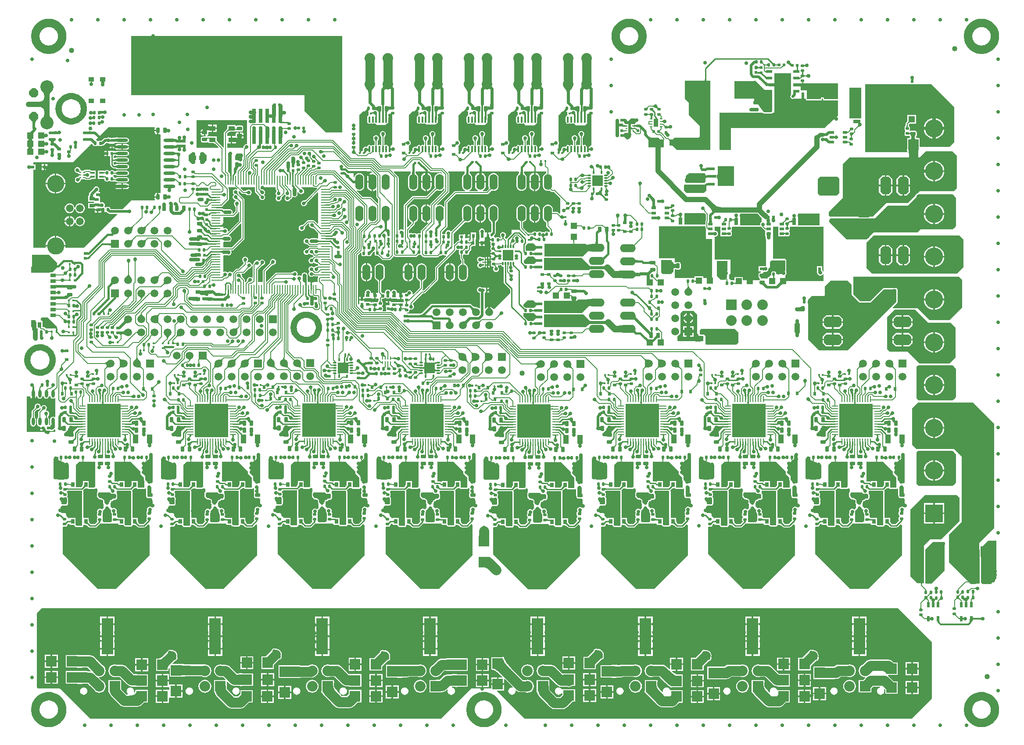
<source format=gtl>
G04*
G04 #@! TF.GenerationSoftware,Altium Limited,Altium Designer,19.0.12 (326)*
G04*
G04 Layer_Physical_Order=1*
G04 Layer_Color=255*
%FSLAX25Y25*%
%MOIN*%
G70*
G01*
G75*
%ADD11C,0.01200*%
%ADD12C,0.01000*%
%ADD15C,0.00800*%
%ADD20C,0.02400*%
%ADD24C,0.00787*%
%ADD26C,0.00600*%
%ADD29C,0.00700*%
%ADD126C,0.06000*%
%ADD207C,0.06196*%
%ADD208C,0.04500*%
G04:AMPARAMS|DCode=209|XSize=22mil|YSize=24mil|CornerRadius=4.4mil|HoleSize=0mil|Usage=FLASHONLY|Rotation=180.000|XOffset=0mil|YOffset=0mil|HoleType=Round|Shape=RoundedRectangle|*
%AMROUNDEDRECTD209*
21,1,0.02200,0.01520,0,0,180.0*
21,1,0.01320,0.02400,0,0,180.0*
1,1,0.00880,-0.00660,0.00760*
1,1,0.00880,0.00660,0.00760*
1,1,0.00880,0.00660,-0.00760*
1,1,0.00880,-0.00660,-0.00760*
%
%ADD209ROUNDEDRECTD209*%
%ADD210R,0.09055X0.27756*%
%ADD211R,0.13386X0.05512*%
%ADD212R,0.02362X0.03150*%
%ADD213R,0.02165X0.01968*%
%ADD214R,0.01181X0.01575*%
%ADD215R,0.01654X0.01654*%
%ADD216R,0.01575X0.01181*%
G04:AMPARAMS|DCode=217|XSize=22mil|YSize=24mil|CornerRadius=4.4mil|HoleSize=0mil|Usage=FLASHONLY|Rotation=90.000|XOffset=0mil|YOffset=0mil|HoleType=Round|Shape=RoundedRectangle|*
%AMROUNDEDRECTD217*
21,1,0.02200,0.01520,0,0,90.0*
21,1,0.01320,0.02400,0,0,90.0*
1,1,0.00880,0.00760,0.00660*
1,1,0.00880,0.00760,-0.00660*
1,1,0.00880,-0.00760,-0.00660*
1,1,0.00880,-0.00760,0.00660*
%
%ADD217ROUNDEDRECTD217*%
%ADD218R,0.01654X0.01654*%
%ADD219R,0.03150X0.02362*%
%ADD220O,0.01575X0.04724*%
G04:AMPARAMS|DCode=221|XSize=29.13mil|YSize=39.37mil|CornerRadius=5.83mil|HoleSize=0mil|Usage=FLASHONLY|Rotation=0.000|XOffset=0mil|YOffset=0mil|HoleType=Round|Shape=RoundedRectangle|*
%AMROUNDEDRECTD221*
21,1,0.02913,0.02772,0,0,0.0*
21,1,0.01748,0.03937,0,0,0.0*
1,1,0.01165,0.00874,-0.01386*
1,1,0.01165,-0.00874,-0.01386*
1,1,0.01165,-0.00874,0.01386*
1,1,0.01165,0.00874,0.01386*
%
%ADD221ROUNDEDRECTD221*%
%ADD222R,0.03543X0.06299*%
%ADD223R,0.01968X0.00984*%
%ADD224R,0.01968X0.02165*%
%ADD225R,0.03150X0.04921*%
G04:AMPARAMS|DCode=226|XSize=29.13mil|YSize=39.37mil|CornerRadius=5.83mil|HoleSize=0mil|Usage=FLASHONLY|Rotation=90.000|XOffset=0mil|YOffset=0mil|HoleType=Round|Shape=RoundedRectangle|*
%AMROUNDEDRECTD226*
21,1,0.02913,0.02772,0,0,90.0*
21,1,0.01748,0.03937,0,0,90.0*
1,1,0.01165,0.01386,0.00874*
1,1,0.01165,0.01386,-0.00874*
1,1,0.01165,-0.01386,-0.00874*
1,1,0.01165,-0.01386,0.00874*
%
%ADD226ROUNDEDRECTD226*%
%ADD227R,0.05512X0.02362*%
%ADD228R,0.07087X0.02362*%
%ADD229R,0.08071X0.08071*%
%ADD230O,0.03150X0.01102*%
%ADD231O,0.01102X0.03150*%
%ADD232R,0.06000X0.02400*%
%ADD233R,0.04800X0.04800*%
%ADD234R,0.04800X0.04800*%
%ADD235R,0.07900X0.07900*%
%ADD236R,0.07900X0.07900*%
%ADD237R,0.04331X0.06693*%
%ADD238R,0.02165X0.03937*%
%ADD239R,0.04528X0.13189*%
%ADD240R,0.02953X0.03740*%
%ADD241R,0.06693X0.04331*%
%ADD242R,0.00787X0.02559*%
%ADD243R,0.00787X0.02362*%
%ADD244R,0.08071X0.08071*%
G04:AMPARAMS|DCode=245|XSize=40mil|YSize=40mil|CornerRadius=20mil|HoleSize=0mil|Usage=FLASHONLY|Rotation=180.000|XOffset=0mil|YOffset=0mil|HoleType=Round|Shape=RoundedRectangle|*
%AMROUNDEDRECTD245*
21,1,0.04000,0.00000,0,0,180.0*
21,1,0.00000,0.04000,0,0,180.0*
1,1,0.04000,0.00000,0.00000*
1,1,0.04000,0.00000,0.00000*
1,1,0.04000,0.00000,0.00000*
1,1,0.04000,0.00000,0.00000*
%
%ADD245ROUNDEDRECTD245*%
%ADD246R,0.02900X0.03900*%
%ADD247O,0.04724X0.00984*%
%ADD248O,0.00984X0.04724*%
%ADD249R,0.20079X0.20079*%
%ADD250C,0.03937*%
%ADD251R,0.03937X0.02756*%
%ADD252R,0.04724X0.04134*%
%ADD253R,0.04724X0.04528*%
%ADD254R,0.04724X0.05709*%
%ADD255R,0.02731X0.03937*%
%ADD256R,0.03543X0.05512*%
%ADD257O,0.02362X0.05906*%
%ADD258R,0.02953X0.11024*%
%ADD259R,0.01575X0.01102*%
%ADD260R,0.01900X0.05512*%
%ADD261O,0.07087X0.00981*%
%ADD262O,0.00981X0.07087*%
%ADD263R,0.04724X0.03543*%
%ADD264O,0.09055X0.02362*%
G04:AMPARAMS|DCode=265|XSize=40mil|YSize=40mil|CornerRadius=20mil|HoleSize=0mil|Usage=FLASHONLY|Rotation=270.000|XOffset=0mil|YOffset=0mil|HoleType=Round|Shape=RoundedRectangle|*
%AMROUNDEDRECTD265*
21,1,0.04000,0.00000,0,0,270.0*
21,1,0.00000,0.04000,0,0,270.0*
1,1,0.04000,0.00000,0.00000*
1,1,0.04000,0.00000,0.00000*
1,1,0.04000,0.00000,0.00000*
1,1,0.04000,0.00000,0.00000*
%
%ADD265ROUNDEDRECTD265*%
%ADD266R,0.03347X0.02362*%
%ADD267R,0.02400X0.02400*%
%ADD268R,0.03937X0.03543*%
%ADD269R,0.03543X0.01575*%
%ADD270R,0.01280X0.01063*%
%ADD271R,0.08000X0.08000*%
%ADD272R,0.03150X0.02165*%
%ADD273O,0.05709X0.02165*%
%ADD274R,0.03465X0.02638*%
%ADD275R,0.10630X0.03740*%
%ADD276R,0.05000X0.08300*%
%ADD277R,0.16142X0.13780*%
%ADD278R,0.04921X0.02165*%
%ADD279R,0.09449X0.12205*%
%ADD280R,0.02800X0.05600*%
%ADD281R,0.19700X0.17000*%
%ADD282R,0.17000X0.19700*%
%ADD283R,0.05600X0.02800*%
%ADD284R,0.03740X0.10630*%
%ADD285R,0.02638X0.03465*%
%ADD286R,0.02400X0.02400*%
%ADD287C,0.02000*%
%ADD288C,0.02800*%
%ADD289C,0.00900*%
%ADD290C,0.01600*%
%ADD291C,0.03000*%
%ADD292C,0.01500*%
%ADD293C,0.00655*%
%ADD294C,0.00650*%
%ADD295C,0.02200*%
%ADD296C,0.07000*%
%ADD297C,0.07500*%
%ADD298C,0.04000*%
%ADD299C,0.01400*%
%ADD300C,0.01150*%
%ADD301C,0.01010*%
%ADD302C,0.04400*%
%ADD303C,0.05000*%
%ADD304C,0.01800*%
%ADD305C,0.01100*%
%ADD306C,0.02700*%
%ADD307C,0.02600*%
%ADD308C,0.01900*%
%ADD309C,0.02300*%
%ADD310C,0.02500*%
%ADD311C,0.01700*%
%ADD312R,0.25394X0.25197*%
%ADD313C,0.08000*%
%ADD314O,0.13598X0.13600*%
%ADD315R,0.13598X0.13600*%
%ADD316O,0.06000X0.12000*%
%ADD317O,0.12000X0.06000*%
%ADD318R,0.05906X0.05906*%
%ADD319C,0.05906*%
%ADD320R,0.05906X0.05906*%
G04:AMPARAMS|DCode=321|XSize=133mil|YSize=83mil|CornerRadius=0mil|HoleSize=0mil|Usage=FLASHONLY|Rotation=180.000|XOffset=0mil|YOffset=0mil|HoleType=Round|Shape=Octagon|*
%AMOCTAGOND321*
4,1,8,-0.06650,0.02075,-0.06650,-0.02075,-0.04575,-0.04150,0.04575,-0.04150,0.06650,-0.02075,0.06650,0.02075,0.04575,0.04150,-0.04575,0.04150,-0.06650,0.02075,0.0*
%
%ADD321OCTAGOND321*%

%ADD322C,0.10000*%
%ADD323P,0.07577X8X292.5*%
%ADD324C,0.13050*%
%ADD325C,0.05800*%
G04:AMPARAMS|DCode=326|XSize=133mil|YSize=83mil|CornerRadius=0mil|HoleSize=0mil|Usage=FLASHONLY|Rotation=90.000|XOffset=0mil|YOffset=0mil|HoleType=Round|Shape=Octagon|*
%AMOCTAGOND326*
4,1,8,0.02075,0.06650,-0.02075,0.06650,-0.04150,0.04575,-0.04150,-0.04575,-0.02075,-0.06650,0.02075,-0.06650,0.04150,-0.04575,0.04150,0.04575,0.02075,0.06650,0.0*
%
%ADD326OCTAGOND326*%

%ADD327C,0.02800*%
%ADD328C,0.02200*%
%ADD329C,0.02900*%
%ADD330C,0.03000*%
G36*
X583162Y511539D02*
X583179Y511479D01*
X583207Y511412D01*
X583247Y511339D01*
X583298Y511260D01*
X583361Y511174D01*
X583419Y511105D01*
X583900Y510695D01*
X584165Y510508D01*
X584405Y510370D01*
X584618Y510280D01*
X584805Y510238D01*
X584967Y510244D01*
X585103Y510298D01*
X585213Y510401D01*
X583737Y508469D01*
X583720Y508491D01*
X583669Y508546D01*
X582472Y509756D01*
X582189Y510002D01*
X582103Y510065D01*
X582024Y510116D01*
X581951Y510156D01*
X581884Y510184D01*
X581824Y510201D01*
X581771Y510206D01*
X582624Y511060D01*
X582950Y511545D01*
X583031Y511466D01*
X583157Y511592D01*
X583162Y511539D01*
D02*
G37*
G36*
X562359Y511773D02*
X562341Y511696D01*
X562345Y511610D01*
X562370Y511512D01*
X562417Y511405D01*
X562486Y511286D01*
X562576Y511157D01*
X562688Y511018D01*
X562976Y510707D01*
X562510Y510041D01*
X562341Y510205D01*
X562039Y510462D01*
X561907Y510556D01*
X561788Y510625D01*
X561681Y510671D01*
X561587Y510694D01*
X561505Y510692D01*
X561436Y510667D01*
X561379Y510619D01*
X562398Y511838D01*
X562359Y511773D01*
D02*
G37*
G36*
X594893Y508107D02*
X594770Y508212D01*
X594648Y508306D01*
X594526Y508389D01*
X594404Y508461D01*
X594283Y508522D01*
X594161Y508572D01*
X594089Y508595D01*
X594001Y508561D01*
X593926Y508518D01*
X593867Y508466D01*
X593825Y508406D01*
X593800Y508339D01*
X593791Y508263D01*
Y508655D01*
X593678Y508661D01*
X593627Y509461D01*
X593751Y509467D01*
X593791Y509473D01*
Y509858D01*
X593800Y509783D01*
X593825Y509715D01*
X593867Y509656D01*
X593926Y509604D01*
X594001Y509560D01*
X594058Y509538D01*
X594110Y509557D01*
X594226Y509611D01*
X594340Y509678D01*
X594451Y509756D01*
X594561Y509846D01*
X594668Y509949D01*
X594774Y510063D01*
X594893Y508107D01*
D02*
G37*
G36*
X569838Y511346D02*
X570202Y511037D01*
X570364Y510923D01*
X570512Y510838D01*
X570647Y510780D01*
X570768Y510749D01*
X570875Y510746D01*
X570969Y510770D01*
X571049Y510822D01*
X569570Y509497D01*
X569629Y509570D01*
X569659Y509659D01*
X569659Y509762D01*
X569631Y509881D01*
X569573Y510015D01*
X569487Y510164D01*
X569372Y510328D01*
X569227Y510507D01*
X568851Y510911D01*
X569635Y511541D01*
X569838Y511346D01*
D02*
G37*
G36*
X573680Y508938D02*
X573673Y509004D01*
X573651Y509064D01*
X573616Y509116D01*
X573566Y509162D01*
X573502Y509200D01*
X573423Y509232D01*
X573331Y509256D01*
X573224Y509274D01*
X573103Y509284D01*
X572968Y509288D01*
Y509988D01*
X573103Y509991D01*
X573224Y510002D01*
X573331Y510019D01*
X573423Y510044D01*
X573502Y510075D01*
X573566Y510114D01*
X573616Y510159D01*
X573651Y510212D01*
X573673Y510271D01*
X573680Y510338D01*
Y508938D01*
D02*
G37*
G36*
X571746Y510271D02*
X571767Y510212D01*
X571803Y510159D01*
X571853Y510114D01*
X571917Y510075D01*
X571995Y510044D01*
X572088Y510019D01*
X572194Y510002D01*
X572315Y509991D01*
X572451Y509988D01*
Y509288D01*
X572315Y509284D01*
X572194Y509274D01*
X572088Y509256D01*
X571995Y509232D01*
X571917Y509200D01*
X571853Y509162D01*
X571803Y509116D01*
X571767Y509064D01*
X571746Y509004D01*
X571739Y508938D01*
Y510338D01*
X571746Y510271D01*
D02*
G37*
G36*
X565788Y508840D02*
X565780Y508916D01*
X565755Y508983D01*
X565714Y509043D01*
X565657Y509095D01*
X565583Y509138D01*
X565493Y509174D01*
X565386Y509202D01*
X565263Y509222D01*
X565124Y509234D01*
X564968Y509238D01*
Y510038D01*
X565124Y510042D01*
X565263Y510054D01*
X565386Y510074D01*
X565493Y510102D01*
X565583Y510137D01*
X565657Y510181D01*
X565714Y510233D01*
X565755Y510292D01*
X565780Y510360D01*
X565788Y510435D01*
Y508840D01*
D02*
G37*
G36*
X578668Y508678D02*
X578602Y508717D01*
X578526Y508735D01*
X578439Y508732D01*
X578342Y508706D01*
X578234Y508659D01*
X578116Y508591D01*
X577987Y508501D01*
X577847Y508389D01*
X577536Y508100D01*
X576872Y508567D01*
X577036Y508737D01*
X577293Y509038D01*
X577387Y509170D01*
X577456Y509290D01*
X577502Y509396D01*
X577524Y509491D01*
X577523Y509573D01*
X577498Y509642D01*
X577450Y509699D01*
X578668Y508678D01*
D02*
G37*
G36*
X563195Y510496D02*
X563315Y510400D01*
X563440Y510315D01*
X563569Y510242D01*
X563704Y510179D01*
X563843Y510128D01*
X563986Y510089D01*
X564135Y510061D01*
X564288Y510043D01*
X564445Y510038D01*
X564679Y509238D01*
X564528Y509230D01*
X564392Y509206D01*
X564271Y509166D01*
X564167Y509110D01*
X564080Y509038D01*
X564008Y508950D01*
X563951Y508846D01*
X563911Y508726D01*
X563888Y508590D01*
X563879Y508438D01*
X563080Y508672D01*
X563074Y508830D01*
X563057Y508983D01*
X563029Y509131D01*
X562989Y509275D01*
X562938Y509414D01*
X562876Y509548D01*
X562802Y509677D01*
X562717Y509802D01*
X562621Y509922D01*
X562514Y510038D01*
X563080Y510604D01*
X563195Y510496D01*
D02*
G37*
G36*
X560262Y506556D02*
X560252Y506651D01*
X560222Y506736D01*
X560172Y506811D01*
X560102Y506876D01*
X560012Y506931D01*
X559902Y506976D01*
X559772Y507011D01*
X559622Y507036D01*
X559452Y507051D01*
X559293Y507055D01*
X559159Y507052D01*
X558855Y507024D01*
X558723Y506999D01*
X558603Y506967D01*
X558497Y506929D01*
X558404Y506883D01*
X558324Y506830D01*
X558257Y506770D01*
X558203Y506702D01*
X558314Y508554D01*
X558319Y508459D01*
X558345Y508374D01*
X558393Y508300D01*
X558463Y508235D01*
X558554Y508180D01*
X558666Y508136D01*
X558800Y508101D01*
X558955Y508076D01*
X559132Y508061D01*
X559296Y508057D01*
X559452Y508061D01*
X559622Y508076D01*
X559772Y508101D01*
X559902Y508136D01*
X560012Y508181D01*
X560102Y508236D01*
X560172Y508301D01*
X560222Y508376D01*
X560252Y508461D01*
X560262Y508556D01*
Y506556D01*
D02*
G37*
G36*
X589525Y508459D02*
X589440Y508429D01*
X589365Y508379D01*
X589300Y508309D01*
X589245Y508219D01*
X589200Y508109D01*
X589165Y507979D01*
X589140Y507829D01*
X589125Y507659D01*
X589120Y507469D01*
X588120D01*
X588115Y507659D01*
X588100Y507829D01*
X588075Y507979D01*
X588040Y508109D01*
X587995Y508219D01*
X587940Y508309D01*
X587875Y508379D01*
X587800Y508429D01*
X587715Y508459D01*
X587620Y508469D01*
X589620D01*
X589525Y508459D01*
D02*
G37*
G36*
X589125Y506349D02*
X589140Y506177D01*
X589165Y506025D01*
X589200Y505894D01*
X589245Y505783D01*
X589300Y505691D01*
X589365Y505621D01*
X589440Y505570D01*
X589525Y505540D01*
X589620Y505529D01*
X587620D01*
X587715Y505540D01*
X587800Y505570D01*
X587875Y505621D01*
X587940Y505691D01*
X587995Y505783D01*
X588040Y505894D01*
X588075Y506025D01*
X588100Y506177D01*
X588115Y506349D01*
X588120Y506541D01*
X589120D01*
X589125Y506349D01*
D02*
G37*
G36*
X554497Y506807D02*
X554487Y506732D01*
X554478Y506619D01*
X554468Y506164D01*
X554555Y504823D01*
X554579Y504803D01*
X554450D01*
X554450Y504756D01*
X552450Y504742D01*
X552448Y504803D01*
X552438D01*
X552440Y504823D01*
X552442Y504883D01*
X552443Y504962D01*
X552382Y506844D01*
X554508D01*
X554497Y506807D01*
D02*
G37*
G36*
X560262Y502700D02*
X560252Y502790D01*
X560222Y502870D01*
X560172Y502940D01*
X560102Y503001D01*
X560012Y503053D01*
X559902Y503095D01*
X559772Y503128D01*
X559622Y503152D01*
X559452Y503166D01*
X559297Y503170D01*
X559159Y503168D01*
X558839Y503143D01*
X558709Y503121D01*
X558599Y503093D01*
X558509Y503058D01*
X558439Y503018D01*
X558389Y502971D01*
X558359Y502918D01*
X558349Y502858D01*
X558337Y504671D01*
X558348Y504576D01*
X558379Y504491D01*
X558430Y504416D01*
X558501Y504351D01*
X558592Y504296D01*
X558703Y504251D01*
X558835Y504216D01*
X558986Y504191D01*
X559158Y504176D01*
X559306Y504172D01*
X559452Y504176D01*
X559622Y504191D01*
X559772Y504216D01*
X559902Y504251D01*
X560012Y504296D01*
X560102Y504351D01*
X560172Y504416D01*
X560222Y504491D01*
X560252Y504576D01*
X560262Y504671D01*
Y502700D01*
D02*
G37*
G36*
X564751Y503907D02*
X564746Y503938D01*
X564729Y503966D01*
X564701Y503991D01*
X564661Y504012D01*
X564610Y504030D01*
X564548Y504045D01*
X564475Y504056D01*
X564390Y504064D01*
X564187Y504071D01*
Y504871D01*
X564295Y504873D01*
X564475Y504886D01*
X564548Y504897D01*
X564610Y504912D01*
X564661Y504930D01*
X564701Y504951D01*
X564729Y504976D01*
X564746Y505004D01*
X564751Y505035D01*
Y503907D01*
D02*
G37*
G36*
X593357Y504186D02*
X593289Y504161D01*
X593229Y504120D01*
X593178Y504063D01*
X593134Y503989D01*
X593098Y503899D01*
X593070Y503792D01*
X593050Y503670D01*
X593039Y503530D01*
X593035Y503374D01*
X592235D01*
X592231Y503530D01*
X592219Y503670D01*
X592199Y503792D01*
X592171Y503899D01*
X592135Y503989D01*
X592091Y504063D01*
X592040Y504120D01*
X591980Y504161D01*
X591913Y504186D01*
X591837Y504194D01*
X593432D01*
X593357Y504186D01*
D02*
G37*
G36*
X593039Y503001D02*
X593050Y502862D01*
X593070Y502739D01*
X593098Y502632D01*
X593134Y502542D01*
X593178Y502468D01*
X593229Y502411D01*
X593289Y502370D01*
X593357Y502346D01*
X593432Y502337D01*
X591837D01*
X591913Y502346D01*
X591980Y502370D01*
X592040Y502411D01*
X592091Y502468D01*
X592135Y502542D01*
X592171Y502632D01*
X592199Y502739D01*
X592219Y502862D01*
X592231Y503001D01*
X592235Y503157D01*
X593035D01*
X593039Y503001D01*
D02*
G37*
G36*
X593800Y501983D02*
X593825Y501915D01*
X593867Y501856D01*
X593926Y501804D01*
X594001Y501760D01*
X594094Y501724D01*
X594203Y501696D01*
X594329Y501677D01*
X594472Y501665D01*
X594631Y501661D01*
Y500861D01*
X594472Y500857D01*
X594329Y500845D01*
X594203Y500825D01*
X594094Y500797D01*
X594001Y500761D01*
X593926Y500717D01*
X593867Y500666D01*
X593825Y500606D01*
X593800Y500539D01*
X593791Y500463D01*
Y502058D01*
X593800Y501983D01*
D02*
G37*
G36*
X595882Y500187D02*
X595764Y500315D01*
X595645Y500430D01*
X595524Y500531D01*
X595402Y500618D01*
X595279Y500692D01*
X595155Y500753D01*
X595030Y500800D01*
X594903Y500834D01*
X594775Y500854D01*
X594646Y500861D01*
X594694Y501661D01*
X594819Y501667D01*
X594946Y501686D01*
X595074Y501717D01*
X595203Y501760D01*
X595333Y501817D01*
X595465Y501885D01*
X595598Y501966D01*
X595732Y502060D01*
X595868Y502166D01*
X596004Y502284D01*
X595882Y500187D01*
D02*
G37*
G36*
X592670Y500176D02*
X592604Y500216D01*
X592528Y500234D01*
X592441Y500230D01*
X592344Y500205D01*
X592236Y500158D01*
X592118Y500089D01*
X591989Y499999D01*
X591849Y499887D01*
X591538Y499599D01*
X590872Y500064D01*
X591037Y500234D01*
X591294Y500535D01*
X591387Y500667D01*
X591457Y500787D01*
X591503Y500894D01*
X591525Y500988D01*
X591524Y501070D01*
X591499Y501139D01*
X591450Y501196D01*
X592670Y500176D01*
D02*
G37*
G36*
X590311Y499974D02*
X590327Y499952D01*
X590354Y499933D01*
X590392Y499917D01*
X590441Y499903D01*
X590500Y499891D01*
X590570Y499882D01*
X590742Y499872D01*
X590845Y499871D01*
Y499071D01*
X590742Y499070D01*
X590500Y499051D01*
X590441Y499039D01*
X590392Y499025D01*
X590354Y499009D01*
X590327Y498990D01*
X590311Y498968D01*
X590306Y498944D01*
Y499998D01*
X590311Y499974D01*
D02*
G37*
G36*
X564751Y500541D02*
Y498400D01*
X564741Y498545D01*
X564709Y498696D01*
X564656Y498854D01*
X564582Y499020D01*
X564486Y499193D01*
X564369Y499373D01*
X564232Y499560D01*
X563892Y499956D01*
X563691Y500165D01*
X564389Y500880D01*
X564751Y500541D01*
D02*
G37*
G36*
X676662Y499495D02*
X676691Y499127D01*
X676822Y499132D01*
X676791Y499091D01*
X676763Y499037D01*
X676738Y498971D01*
X676717Y498891D01*
X676712Y498868D01*
X676720Y498775D01*
X676755Y498599D01*
X676797Y498455D01*
X676848Y498343D01*
X676906Y498263D01*
X676972Y498215D01*
X677046Y498199D01*
X676659D01*
X676658Y498144D01*
X675058Y498069D01*
X675056Y498199D01*
X674670D01*
X674744Y498215D01*
X674810Y498263D01*
X674868Y498343D01*
X674918Y498455D01*
X674961Y498599D01*
X674996Y498775D01*
X674996Y498778D01*
X674988Y498814D01*
X674962Y498894D01*
X674933Y498961D01*
X674900Y499015D01*
X674863Y499057D01*
X675028Y499063D01*
X675054Y499495D01*
X675058Y499799D01*
X676658D01*
X676662Y499495D01*
D02*
G37*
G36*
X52602Y496881D02*
X52622Y496769D01*
X52629Y496747D01*
X52895D01*
X52838Y496741D01*
X52787Y496723D01*
X52742Y496692D01*
X52703Y496649D01*
X52676Y496605D01*
X52704Y496537D01*
X52765Y496418D01*
X52840Y496296D01*
X52928Y496171D01*
X53030Y496044D01*
X53275Y495782D01*
X51315D01*
X51444Y495915D01*
X51662Y496171D01*
X51750Y496296D01*
X51825Y496418D01*
X51886Y496537D01*
X51914Y496605D01*
X51887Y496649D01*
X51848Y496692D01*
X51803Y496723D01*
X51752Y496741D01*
X51695Y496747D01*
X51962D01*
X51968Y496769D01*
X51988Y496881D01*
X51995Y496990D01*
X52595D01*
X52602Y496881D01*
D02*
G37*
G36*
X593457Y496404D02*
X593389Y496378D01*
X593329Y496336D01*
X593278Y496276D01*
X593234Y496201D01*
X593198Y496108D01*
X593170Y496000D01*
X593151Y495875D01*
X593139Y495733D01*
X593135Y495575D01*
X592335D01*
X592331Y495730D01*
X592319Y495869D01*
X592299Y495992D01*
X592271Y496098D01*
X592235Y496187D01*
X592191Y496260D01*
X592139Y496316D01*
X592079Y496356D01*
X592011Y496380D01*
X591935Y496386D01*
X593532Y496414D01*
X593457Y496404D01*
D02*
G37*
G36*
X707748Y477454D02*
X707748Y451102D01*
X704028Y447383D01*
X681592Y447383D01*
Y453857D01*
X680640D01*
X680287Y454211D01*
X680287Y454225D01*
X679138D01*
X678836Y454694D01*
X678849Y454786D01*
X678889Y454994D01*
X678932Y455150D01*
X678969Y455248D01*
X678984Y455275D01*
X679009Y455296D01*
X679033Y455327D01*
X679065Y455349D01*
X679154Y455483D01*
X679254Y455610D01*
X679264Y455647D01*
X679286Y455679D01*
X679318Y455837D01*
X679361Y455993D01*
X679356Y456031D01*
X679364Y456070D01*
X679332Y456228D01*
X679317Y456353D01*
X679342Y456481D01*
Y458229D01*
X679235Y458769D01*
X678929Y459226D01*
X678472Y459531D01*
X677933Y459639D01*
X675161D01*
X674689Y459545D01*
X674606Y459533D01*
X674464Y459528D01*
X674410Y459504D01*
X674352Y459496D01*
X674302Y459466D01*
X673994Y459568D01*
X673841Y460029D01*
X673947Y460188D01*
X674044Y460672D01*
Y461991D01*
X673947Y462475D01*
X673776Y462731D01*
X673770Y462744D01*
X673759Y462798D01*
X673678Y462919D01*
X673611Y463047D01*
X673569Y463083D01*
X673538Y463129D01*
X673440Y463194D01*
X673439Y463254D01*
X673397Y463436D01*
X673361Y463618D01*
X673354Y463629D01*
X673351Y463642D01*
X673244Y463794D01*
X673243Y463795D01*
Y464348D01*
X673257Y464362D01*
X673431Y464391D01*
X673448Y464401D01*
X673466Y464404D01*
X673616Y464505D01*
X673770Y464599D01*
X674059Y464868D01*
X674113Y464911D01*
X674207Y464892D01*
X674286Y464908D01*
X674367Y464905D01*
X674479Y464947D01*
X674598Y464970D01*
X674664Y465015D01*
X674740Y465042D01*
X674802Y465100D01*
X678664D01*
Y471500D01*
X672264D01*
Y467638D01*
X672206Y467576D01*
X672179Y467500D01*
X672134Y467434D01*
X672111Y467315D01*
X672069Y467202D01*
X672072Y467122D01*
X672056Y467043D01*
X672075Y466952D01*
X671912Y466760D01*
X671777Y466620D01*
X671674Y466460D01*
X671568Y466302D01*
X671567Y466293D01*
X671562Y466286D01*
X671528Y466099D01*
X671527Y466093D01*
X671154Y465720D01*
X670889Y465323D01*
X670796Y464855D01*
Y463795D01*
X670795Y463794D01*
X670687Y463642D01*
X670685Y463629D01*
X670677Y463618D01*
X670641Y463436D01*
X670600Y463254D01*
X670598Y463194D01*
X670501Y463129D01*
X670470Y463083D01*
X670427Y463047D01*
X670360Y462919D01*
X670280Y462798D01*
X670269Y462744D01*
X670262Y462731D01*
X670091Y462475D01*
X669995Y461991D01*
Y460672D01*
X670091Y460188D01*
X670365Y459777D01*
X670425Y459737D01*
Y459136D01*
X670365Y459096D01*
X670091Y458685D01*
X669995Y458202D01*
Y456882D01*
X670091Y456398D01*
X670365Y455988D01*
X670775Y455714D01*
X671259Y455617D01*
X672766D01*
X672829Y455587D01*
X672959Y455579D01*
X673088Y455553D01*
X673156Y455567D01*
X673226Y455563D01*
X673315Y455594D01*
X673511Y455628D01*
X673854Y455499D01*
X674006Y455382D01*
X674028Y455349D01*
X674061Y455327D01*
X674085Y455296D01*
X674110Y455275D01*
X674124Y455248D01*
X674161Y455150D01*
X674204Y454994D01*
X674240Y454811D01*
X674250Y454697D01*
X673988Y454225D01*
X673619Y453907D01*
X673559Y453857D01*
X672092D01*
Y445768D01*
X672049Y445689D01*
X671962Y445559D01*
X671953Y445516D01*
X671932Y445477D01*
X671915Y445322D01*
X671884Y445169D01*
X671893Y445125D01*
X671888Y445081D01*
X671932Y444932D01*
X671962Y444779D01*
X671987Y444742D01*
X671988Y444736D01*
X672055Y443664D01*
X671713Y443300D01*
X640100D01*
Y490697D01*
Y494897D01*
X680385Y494897D01*
Y494897D01*
X690304D01*
X707748Y477454D01*
D02*
G37*
G36*
X62635Y496715D02*
X62473Y496655D01*
X62329Y496555D01*
X62205Y496415D01*
X62100Y496235D01*
X62014Y496015D01*
X61947Y495755D01*
X61899Y495455D01*
X61870Y495115D01*
X61861Y494735D01*
X59861D01*
X59851Y495115D01*
X59822Y495455D01*
X59775Y495755D01*
X59708Y496015D01*
X59622Y496235D01*
X59516Y496415D01*
X59392Y496555D01*
X59249Y496655D01*
X59086Y496715D01*
X58904Y496735D01*
X62817D01*
X62635Y496715D01*
D02*
G37*
G36*
X564766Y496568D02*
X565490Y495957D01*
X565812Y495733D01*
X566109Y495565D01*
X566378Y495451D01*
X566621Y495391D01*
X566838Y495387D01*
X567029Y495437D01*
X567192Y495541D01*
X564751Y493400D01*
X564730Y493486D01*
X564667Y493607D01*
X564560Y493764D01*
X564412Y493957D01*
X563988Y494449D01*
X562630Y495861D01*
X564364Y496956D01*
X564766Y496568D01*
D02*
G37*
G36*
X427066Y491120D02*
X426918Y491154D01*
X426761Y491162D01*
X426596Y491141D01*
X426423Y491093D01*
X426241Y491017D01*
X426052Y490914D01*
X425853Y490784D01*
X425647Y490625D01*
X425432Y490440D01*
X425209Y490226D01*
X423654Y491782D01*
X423867Y492005D01*
X424211Y492426D01*
X424342Y492624D01*
X424445Y492814D01*
X424521Y492995D01*
X424569Y493169D01*
X424589Y493334D01*
X424582Y493490D01*
X424547Y493639D01*
X427066Y491120D01*
D02*
G37*
G36*
X389366D02*
X389218Y491154D01*
X389061Y491162D01*
X388896Y491141D01*
X388723Y491093D01*
X388542Y491017D01*
X388352Y490914D01*
X388154Y490784D01*
X387947Y490625D01*
X387733Y490440D01*
X387509Y490226D01*
X385954Y491782D01*
X386167Y492005D01*
X386511Y492426D01*
X386642Y492624D01*
X386745Y492814D01*
X386821Y492995D01*
X386869Y493169D01*
X386889Y493334D01*
X386882Y493490D01*
X386848Y493639D01*
X389366Y491120D01*
D02*
G37*
G36*
X351666D02*
X351518Y491154D01*
X351361Y491162D01*
X351197Y491141D01*
X351023Y491093D01*
X350842Y491017D01*
X350652Y490914D01*
X350454Y490784D01*
X350247Y490625D01*
X350033Y490440D01*
X349810Y490226D01*
X348254Y491782D01*
X348467Y492005D01*
X348812Y492426D01*
X348942Y492624D01*
X349045Y492814D01*
X349121Y492995D01*
X349169Y493169D01*
X349189Y493334D01*
X349182Y493490D01*
X349148Y493639D01*
X351666Y491120D01*
D02*
G37*
G36*
X313967D02*
X313818Y491154D01*
X313662Y491162D01*
X313497Y491141D01*
X313323Y491093D01*
X313142Y491017D01*
X312952Y490914D01*
X312754Y490784D01*
X312548Y490625D01*
X312333Y490440D01*
X312110Y490226D01*
X310554Y491782D01*
X310768Y492005D01*
X311112Y492426D01*
X311242Y492624D01*
X311346Y492814D01*
X311421Y492995D01*
X311469Y493169D01*
X311490Y493334D01*
X311483Y493490D01*
X311448Y493639D01*
X313967Y491120D01*
D02*
G37*
G36*
X276267D02*
X276118Y491154D01*
X275962Y491162D01*
X275797Y491141D01*
X275624Y491093D01*
X275442Y491017D01*
X275252Y490914D01*
X275054Y490784D01*
X274848Y490625D01*
X274633Y490440D01*
X274410Y490226D01*
X272854Y491782D01*
X273068Y492005D01*
X273412Y492426D01*
X273543Y492624D01*
X273646Y492814D01*
X273721Y492995D01*
X273769Y493169D01*
X273790Y493334D01*
X273783Y493490D01*
X273748Y493639D01*
X276267Y491120D01*
D02*
G37*
G36*
X417037Y491721D02*
X416748Y491386D01*
X416493Y491050D01*
X416272Y490713D01*
X416085Y490375D01*
X415932Y490035D01*
X415813Y489695D01*
X415728Y489353D01*
X415677Y489010D01*
X415660Y488666D01*
X413460D01*
X413443Y489010D01*
X413392Y489353D01*
X413307Y489695D01*
X413188Y490035D01*
X413035Y490375D01*
X412848Y490713D01*
X412627Y491050D01*
X412372Y491386D01*
X412083Y491721D01*
X411760Y492055D01*
X417360D01*
X417037Y491721D01*
D02*
G37*
G36*
X379337D02*
X379048Y491386D01*
X378793Y491050D01*
X378572Y490713D01*
X378385Y490375D01*
X378232Y490035D01*
X378113Y489695D01*
X378028Y489353D01*
X377977Y489010D01*
X377960Y488666D01*
X375760D01*
X375743Y489010D01*
X375692Y489353D01*
X375607Y489695D01*
X375488Y490035D01*
X375335Y490375D01*
X375148Y490713D01*
X374927Y491050D01*
X374672Y491386D01*
X374383Y491721D01*
X374060Y492055D01*
X379660D01*
X379337Y491721D01*
D02*
G37*
G36*
X341637D02*
X341348Y491386D01*
X341093Y491050D01*
X340872Y490713D01*
X340685Y490375D01*
X340532Y490035D01*
X340413Y489695D01*
X340328Y489353D01*
X340277Y489010D01*
X340260Y488666D01*
X338060D01*
X338043Y489010D01*
X337992Y489353D01*
X337907Y489695D01*
X337788Y490035D01*
X337635Y490375D01*
X337448Y490713D01*
X337227Y491050D01*
X336972Y491386D01*
X336683Y491721D01*
X336360Y492055D01*
X341960D01*
X341637Y491721D01*
D02*
G37*
G36*
X303937D02*
X303648Y491386D01*
X303393Y491050D01*
X303172Y490713D01*
X302985Y490375D01*
X302832Y490035D01*
X302713Y489695D01*
X302628Y489353D01*
X302577Y489010D01*
X302560Y488666D01*
X300360D01*
X300343Y489010D01*
X300292Y489353D01*
X300207Y489695D01*
X300088Y490035D01*
X299935Y490375D01*
X299748Y490713D01*
X299527Y491050D01*
X299272Y491386D01*
X298983Y491721D01*
X298660Y492055D01*
X304260D01*
X303937Y491721D01*
D02*
G37*
G36*
X266238D02*
X265949Y491386D01*
X265694Y491050D01*
X265473Y490713D01*
X265286Y490375D01*
X265133Y490035D01*
X265014Y489695D01*
X264929Y489353D01*
X264878Y489010D01*
X264861Y488666D01*
X262661D01*
X262644Y489010D01*
X262593Y489353D01*
X262508Y489695D01*
X262389Y490035D01*
X262236Y490375D01*
X262049Y490713D01*
X261828Y491050D01*
X261573Y491386D01*
X261284Y491721D01*
X260961Y492055D01*
X266561D01*
X266238Y491721D01*
D02*
G37*
G36*
X587863Y488396D02*
X587773Y488350D01*
X587694Y488272D01*
X587625Y488164D01*
X587566Y488025D01*
X587519Y487856D01*
X587481Y487655D01*
X587455Y487424D01*
X587439Y487163D01*
X587434Y486870D01*
X585434D01*
X585421Y488400D01*
X587964Y488412D01*
X587863Y488396D01*
D02*
G37*
G36*
X619603Y483578D02*
X609193D01*
Y483949D01*
X609115Y484339D01*
X608894Y484670D01*
X608563Y484891D01*
X608173Y484969D01*
X607313D01*
X606922Y484891D01*
X606592Y484670D01*
X606371Y484339D01*
X606293Y483949D01*
Y483578D01*
X596102D01*
Y483949D01*
X596025Y484339D01*
X595883Y484552D01*
Y490445D01*
X591130D01*
Y491354D01*
X591060D01*
X591060Y493398D01*
X585450D01*
Y495563D01*
X619603D01*
Y483578D01*
D02*
G37*
G36*
X432961Y477623D02*
X430738D01*
X430813Y475696D01*
X430366Y475685D01*
X429967Y475652D01*
X429618Y475598D01*
X429318Y475521D01*
X429067Y475423D01*
X428864Y475302D01*
X428711Y475160D01*
X428606Y474996D01*
X428551Y474810D01*
X428544Y474603D01*
X428254Y478149D01*
X428347Y478101D01*
X428474Y478058D01*
X428636Y478020D01*
X428831Y477987D01*
X429326Y477937D01*
X429958Y477906D01*
X430641Y477897D01*
X430650Y479845D01*
X432850Y479976D01*
X432961Y477623D01*
D02*
G37*
G36*
X395261D02*
X393038D01*
X393113Y475696D01*
X392666Y475685D01*
X392268Y475652D01*
X391918Y475598D01*
X391618Y475521D01*
X391367Y475423D01*
X391164Y475302D01*
X391011Y475160D01*
X390907Y474996D01*
X390851Y474810D01*
X390844Y474603D01*
X390554Y478149D01*
X390647Y478101D01*
X390774Y478058D01*
X390936Y478020D01*
X391132Y477987D01*
X391627Y477937D01*
X392259Y477906D01*
X392941Y477897D01*
X392950Y479845D01*
X395150Y479976D01*
X395261Y477623D01*
D02*
G37*
G36*
X357561D02*
X355339D01*
X355413Y475696D01*
X354966Y475685D01*
X354568Y475652D01*
X354219Y475598D01*
X353918Y475521D01*
X353667Y475423D01*
X353465Y475302D01*
X353311Y475160D01*
X353207Y474996D01*
X353151Y474810D01*
X353145Y474603D01*
X352854Y478149D01*
X352947Y478101D01*
X353074Y478058D01*
X353236Y478020D01*
X353432Y477987D01*
X353927Y477937D01*
X354559Y477906D01*
X355241Y477897D01*
X355250Y479845D01*
X357450Y479976D01*
X357561Y477623D01*
D02*
G37*
G36*
X319862D02*
X317639D01*
X317713Y475696D01*
X317266Y475685D01*
X316868Y475652D01*
X316519Y475598D01*
X316218Y475521D01*
X315967Y475423D01*
X315765Y475302D01*
X315611Y475160D01*
X315507Y474996D01*
X315451Y474810D01*
X315445Y474603D01*
X315154Y478149D01*
X315247Y478101D01*
X315375Y478058D01*
X315536Y478020D01*
X315732Y477987D01*
X316227Y477937D01*
X316859Y477906D01*
X317542Y477897D01*
X317550Y479845D01*
X319750Y479976D01*
X319862Y477623D01*
D02*
G37*
G36*
X282162D02*
X279939D01*
X280014Y475696D01*
X279567Y475685D01*
X279168Y475652D01*
X278819Y475598D01*
X278519Y475521D01*
X278267Y475423D01*
X278065Y475302D01*
X277912Y475160D01*
X277807Y474996D01*
X277752Y474810D01*
X277745Y474603D01*
X277454Y478149D01*
X277548Y478101D01*
X277675Y478058D01*
X277836Y478020D01*
X278032Y477987D01*
X278527Y477937D01*
X279159Y477906D01*
X279842Y477897D01*
X279850Y479845D01*
X282050Y479976D01*
X282162Y477623D01*
D02*
G37*
G36*
X420517Y474429D02*
X420374Y474618D01*
X420209Y474788D01*
X420024Y474937D01*
X419818Y475067D01*
X419591Y475177D01*
X419344Y475266D01*
X419076Y475336D01*
X418808Y475382D01*
X418095Y475363D01*
Y477689D01*
X418135Y477677D01*
X418217Y477666D01*
X418341Y477657D01*
X418699Y477649D01*
X419410Y477710D01*
X419675Y477757D01*
X419921Y477814D01*
X420147Y477882D01*
X420353Y477961D01*
X420539Y478050D01*
X420706Y478149D01*
X420517Y474429D01*
D02*
G37*
G36*
X382817D02*
X382674Y474618D01*
X382509Y474788D01*
X382324Y474937D01*
X382118Y475067D01*
X381892Y475177D01*
X381644Y475266D01*
X381376Y475336D01*
X381108Y475382D01*
X380395Y475363D01*
Y477689D01*
X380435Y477677D01*
X380517Y477666D01*
X380641Y477657D01*
X381000Y477649D01*
X381710Y477710D01*
X381975Y477757D01*
X382221Y477814D01*
X382447Y477882D01*
X382653Y477961D01*
X382840Y478050D01*
X383006Y478149D01*
X382817Y474429D01*
D02*
G37*
G36*
X345118D02*
X344974Y474618D01*
X344810Y474788D01*
X344624Y474937D01*
X344419Y475067D01*
X344192Y475177D01*
X343944Y475266D01*
X343676Y475336D01*
X343408Y475382D01*
X342695Y475363D01*
Y477689D01*
X342735Y477677D01*
X342817Y477666D01*
X342942Y477657D01*
X343300Y477649D01*
X344010Y477710D01*
X344276Y477757D01*
X344521Y477814D01*
X344747Y477882D01*
X344953Y477961D01*
X345140Y478050D01*
X345306Y478149D01*
X345118Y474429D01*
D02*
G37*
G36*
X307418D02*
X307274Y474618D01*
X307110Y474788D01*
X306925Y474937D01*
X306719Y475067D01*
X306492Y475177D01*
X306245Y475266D01*
X305976Y475336D01*
X305709Y475382D01*
X304995Y475363D01*
Y477689D01*
X305035Y477677D01*
X305118Y477666D01*
X305242Y477657D01*
X305600Y477649D01*
X306310Y477710D01*
X306576Y477757D01*
X306822Y477814D01*
X307048Y477882D01*
X307254Y477961D01*
X307440Y478050D01*
X307607Y478149D01*
X307418Y474429D01*
D02*
G37*
G36*
X269718D02*
X269574Y474618D01*
X269410Y474788D01*
X269225Y474937D01*
X269019Y475067D01*
X268792Y475177D01*
X268545Y475266D01*
X268277Y475336D01*
X268009Y475382D01*
X267296Y475363D01*
Y477689D01*
X267336Y477677D01*
X267418Y477666D01*
X267542Y477657D01*
X267900Y477649D01*
X268611Y477710D01*
X268876Y477757D01*
X269122Y477814D01*
X269348Y477882D01*
X269554Y477961D01*
X269740Y478050D01*
X269907Y478149D01*
X269718Y474429D01*
D02*
G37*
G36*
X479947Y477171D02*
X479833Y477281D01*
X479718Y477380D01*
X479602Y477467D01*
X479485Y477542D01*
X479368Y477606D01*
X479249Y477658D01*
X479130Y477699D01*
X479009Y477728D01*
X478888Y477745D01*
X478766Y477751D01*
Y478551D01*
X478888Y478557D01*
X479009Y478574D01*
X479130Y478603D01*
X479249Y478644D01*
X479368Y478696D01*
X479485Y478760D01*
X479602Y478835D01*
X479718Y478922D01*
X479833Y479021D01*
X479947Y479131D01*
Y477171D01*
D02*
G37*
G36*
X475409Y477048D02*
X475245Y476878D01*
X474988Y476577D01*
X474895Y476444D01*
X474825Y476325D01*
X474779Y476218D01*
X474757Y476124D01*
X474758Y476042D01*
X474783Y475973D01*
X474832Y475916D01*
X473612Y476936D01*
X473678Y476896D01*
X473754Y476878D01*
X473841Y476882D01*
X473938Y476907D01*
X474046Y476954D01*
X474164Y477023D01*
X474293Y477113D01*
X474433Y477225D01*
X474744Y477513D01*
X475409Y477048D01*
D02*
G37*
G36*
X482360Y478186D02*
X482431Y477885D01*
X482476Y477747D01*
X482526Y477618D01*
X482582Y477497D01*
X482644Y477385D01*
X482712Y477281D01*
X482729Y477258D01*
X482901Y477113D01*
X483030Y477023D01*
X483149Y476954D01*
X483256Y476907D01*
X483354Y476882D01*
X483440Y476878D01*
X483517Y476896D01*
X483582Y476936D01*
X482363Y475916D01*
X482411Y475973D01*
X482436Y476042D01*
X482438Y476124D01*
X482415Y476218D01*
X482369Y476325D01*
X482300Y476444D01*
X482206Y476577D01*
X482178Y476611D01*
X482090Y476662D01*
X481978Y476712D01*
X481860Y476751D01*
X481735Y476777D01*
X481604Y476793D01*
X481467Y476796D01*
X481323Y476789D01*
X481173Y476769D01*
X482333Y478349D01*
X482360Y478186D01*
D02*
G37*
G36*
X301255Y475363D02*
X301124Y475324D01*
X300974Y475256D01*
X300803Y475159D01*
X300614Y475032D01*
X300176Y474692D01*
X299876Y474426D01*
X300236Y474426D01*
X300673Y474273D01*
Y471166D01*
X300525Y471137D01*
X300000Y470786D01*
X299649Y470261D01*
X299526Y469642D01*
Y466492D01*
X299649Y465873D01*
X300000Y465348D01*
X300525Y464997D01*
X301144Y464874D01*
X301764Y464997D01*
X302289Y465348D01*
X302559D01*
X303084Y464997D01*
X303703Y464874D01*
X304323Y464997D01*
X304848Y465348D01*
X305118D01*
X305643Y464997D01*
X305874Y464951D01*
X306698Y464126D01*
X313399Y464126D01*
X314197Y464925D01*
X314559Y464997D01*
X315084Y465348D01*
X315435Y465873D01*
X315558Y466492D01*
Y469473D01*
X315612Y469554D01*
X315617Y469582D01*
X315632Y469606D01*
X315656Y469776D01*
X315689Y469944D01*
X315684Y469972D01*
X315688Y470000D01*
X315617Y471307D01*
X315591Y471408D01*
X315584Y471512D01*
X315542Y471598D01*
X315518Y471692D01*
X315455Y471775D01*
X315426Y471835D01*
Y472326D01*
X317217D01*
X317318Y472445D01*
X317346Y472484D01*
X317050Y472718D01*
X317183Y472737D01*
X317312Y472763D01*
X317437Y472797D01*
X317555Y472838D01*
X317578Y472893D01*
X317606Y473011D01*
X317604Y473114D01*
X317574Y473202D01*
X317514Y473274D01*
X317847Y472985D01*
X317895Y473014D01*
X318000Y473088D01*
X318100Y473171D01*
X318196Y473260D01*
X318992Y472642D01*
X318900Y472543D01*
X318820Y472441D01*
X318751Y472335D01*
X318703Y472244D01*
X319016Y471972D01*
X318935Y472022D01*
X318841Y472046D01*
X318733Y472042D01*
X318617Y472013D01*
X318612Y471998D01*
X318599Y471928D01*
X318599Y449426D01*
X316999Y447826D01*
X315431D01*
X315084Y448345D01*
X314559Y448696D01*
X313939Y448819D01*
X313320Y448696D01*
X313214Y448626D01*
X313183Y448623D01*
X312892Y448711D01*
X312669Y448863D01*
X312650Y448960D01*
X312645Y448967D01*
X312643Y448976D01*
X312534Y449132D01*
X312530Y449139D01*
Y454352D01*
X312626Y454479D01*
X312633Y454507D01*
X312650Y454532D01*
X312683Y454699D01*
X312726Y454864D01*
X312729Y454920D01*
X312730Y454926D01*
X312735Y454944D01*
X312747Y454974D01*
X312768Y455018D01*
X312801Y455073D01*
X312839Y455128D01*
X312994Y455313D01*
X313090Y455412D01*
X313195Y455573D01*
X313302Y455734D01*
X313304Y455740D01*
X313307Y455746D01*
X313342Y455935D01*
X313380Y456124D01*
X313379Y456130D01*
X313380Y456137D01*
X313377Y456151D01*
X313453Y456265D01*
X313623Y457124D01*
X313453Y457982D01*
X312966Y458710D01*
X312239Y459196D01*
X311380Y459367D01*
X310522Y459196D01*
X309794Y458710D01*
X309308Y457982D01*
X309137Y457124D01*
X309308Y456265D01*
X309384Y456151D01*
X309381Y456137D01*
X309382Y456130D01*
X309381Y456124D01*
X309418Y455935D01*
X309454Y455745D01*
X309457Y455740D01*
X309458Y455734D01*
X309566Y455573D01*
X309670Y455412D01*
X309777Y455303D01*
X309853Y455217D01*
X309913Y455140D01*
X309960Y455073D01*
X309993Y455018D01*
X310014Y454974D01*
X310026Y454944D01*
X310031Y454926D01*
X310032Y454920D01*
X310035Y454864D01*
X310078Y454699D01*
X310111Y454532D01*
X310127Y454507D01*
X310135Y454479D01*
X310231Y454352D01*
Y449139D01*
X310126Y448994D01*
X310121Y448976D01*
X310111Y448960D01*
X310092Y448863D01*
X309885Y448719D01*
X309610Y448628D01*
X309537Y448632D01*
X309441Y448696D01*
X308821Y448819D01*
X308202Y448696D01*
X308093Y448623D01*
X308064Y448621D01*
X307774Y448708D01*
X307548Y448861D01*
X307529Y448956D01*
X307524Y448964D01*
X307522Y448973D01*
X307414Y449129D01*
X307409Y449136D01*
Y451103D01*
X307505Y451230D01*
X307513Y451259D01*
X307529Y451284D01*
X307562Y451450D01*
X307605Y451615D01*
X307608Y451670D01*
X307609Y451676D01*
X307614Y451693D01*
X307626Y451723D01*
X307648Y451767D01*
X307681Y451823D01*
X307720Y451879D01*
X307875Y452064D01*
X307972Y452164D01*
X308077Y452325D01*
X308184Y452486D01*
X308186Y452492D01*
X308189Y452497D01*
X308224Y452687D01*
X308262Y452876D01*
X308261Y452882D01*
X308262Y452888D01*
X308259Y452903D01*
X308335Y453017D01*
X308505Y453875D01*
X308335Y454734D01*
X307848Y455462D01*
X307121Y455948D01*
X306262Y456119D01*
X305404Y455948D01*
X304676Y455462D01*
X304190Y454734D01*
X304019Y453875D01*
X304190Y453017D01*
X304266Y452903D01*
X304263Y452888D01*
X304264Y452882D01*
X304263Y452876D01*
X304300Y452687D01*
X304336Y452497D01*
X304339Y452492D01*
X304340Y452486D01*
X304447Y452325D01*
X304552Y452164D01*
X304660Y452054D01*
X304736Y451968D01*
X304797Y451891D01*
X304844Y451823D01*
X304877Y451767D01*
X304899Y451723D01*
X304910Y451693D01*
X304915Y451676D01*
X304916Y451670D01*
X304919Y451615D01*
X304962Y451450D01*
X304995Y451284D01*
X305012Y451259D01*
X305019Y451230D01*
X305115Y451103D01*
Y449136D01*
X305010Y448991D01*
X305006Y448972D01*
X304995Y448956D01*
X304976Y448861D01*
X304766Y448716D01*
X304493Y448626D01*
X304422Y448630D01*
X304323Y448696D01*
X303703Y448819D01*
X303084Y448696D01*
X302559Y448345D01*
X302289D01*
X301764Y448696D01*
X301144Y448819D01*
X300525Y448696D01*
X300000Y448345D01*
X299649Y447820D01*
X299614Y447643D01*
X299522Y447554D01*
X299108Y447314D01*
X298388Y447457D01*
X297530Y447287D01*
X296802Y446800D01*
X296316Y446072D01*
X296145Y445214D01*
X296211Y444881D01*
X296138Y444508D01*
X296117Y444419D01*
X295957Y444379D01*
X295927Y444368D01*
X295725Y444313D01*
X295659Y444269D01*
X295583Y444241D01*
X295521Y444183D01*
X295261D01*
X295343Y444155D01*
X295237Y444098D01*
X295142Y444031D01*
X295059Y443956D01*
X294986Y443872D01*
X294925Y443779D01*
X294875Y443677D01*
X294836Y443566D01*
X294808Y443446D01*
X294792Y443317D01*
X294786Y443180D01*
X294285Y443367D01*
X293286Y443359D01*
X293381Y443370D01*
X293466Y443401D01*
X293541Y443452D01*
X293606Y443523D01*
X293661Y443614D01*
X293706Y443726D01*
X293741Y443857D01*
X293757Y443952D01*
X293738Y444062D01*
X293721Y444133D01*
X293369D01*
Y448228D01*
X293535Y448261D01*
X294263Y448748D01*
X294749Y449475D01*
X294920Y450334D01*
X294749Y451192D01*
X294263Y451920D01*
X293535Y452406D01*
X293369Y452439D01*
Y471596D01*
X296199Y474426D01*
X297560Y474426D01*
X297762Y474618D01*
X297955Y474426D01*
X298592Y474426D01*
X298201Y475057D01*
X298519Y475386D01*
X299019Y475976D01*
X299202Y476237D01*
X299339Y476475D01*
X299432Y476691D01*
X299480Y476884D01*
X299482Y477054D01*
X299440Y477201D01*
X299352Y477326D01*
X301255Y475363D01*
D02*
G37*
G36*
X555396Y474348D02*
X555290Y474407D01*
X555158Y474460D01*
X555000Y474507D01*
X554815Y474548D01*
X554605Y474582D01*
X554108Y474632D01*
X553506Y474657D01*
X553166Y474660D01*
Y476860D01*
X553506Y476863D01*
X554605Y476938D01*
X554815Y476972D01*
X555000Y477012D01*
X555158Y477059D01*
X555290Y477112D01*
X555396Y477171D01*
Y474348D01*
D02*
G37*
G36*
X263556Y475363D02*
X263424Y475324D01*
X263274Y475256D01*
X263104Y475159D01*
X262914Y475032D01*
X262476Y474692D01*
X262064Y474326D01*
X262495Y474326D01*
X262973Y474273D01*
Y471166D01*
X262825Y471137D01*
X262300Y470786D01*
X261949Y470261D01*
X261826Y469642D01*
Y466492D01*
X261949Y465873D01*
X262300Y465348D01*
X262825Y464997D01*
X263444Y464874D01*
X264064Y464997D01*
X264589Y465348D01*
X264859D01*
X265384Y464997D01*
X266003Y464874D01*
X266623Y464997D01*
X267148Y465348D01*
X267418D01*
X267943Y464997D01*
X268099Y464966D01*
Y464926D01*
X268999Y464026D01*
X275699Y464026D01*
X276623Y464950D01*
X276859Y464997D01*
X277384Y465348D01*
X277735Y465873D01*
X277858Y466492D01*
Y469473D01*
X277912Y469554D01*
X277918Y469582D01*
X277932Y469606D01*
X277956Y469776D01*
X277990Y469944D01*
X277984Y469972D01*
X277988Y470000D01*
X277917Y471307D01*
X277891Y471408D01*
X277884Y471512D01*
X277842Y471598D01*
X277818Y471692D01*
X277793Y471726D01*
X277840Y471944D01*
X277982Y472226D01*
X279432D01*
X279618Y472445D01*
X279646Y472484D01*
X279350Y472718D01*
X279483Y472737D01*
X279612Y472763D01*
X279737Y472797D01*
X279855Y472838D01*
X279878Y472893D01*
X279906Y473011D01*
X279905Y473114D01*
X279874Y473202D01*
X279814Y473274D01*
X280148Y472985D01*
X280195Y473014D01*
X280300Y473088D01*
X280400Y473171D01*
X280496Y473260D01*
X281292Y472642D01*
X281200Y472543D01*
X281120Y472441D01*
X281051Y472335D01*
X281003Y472244D01*
X281317Y471972D01*
X281235Y472022D01*
X281141Y472046D01*
X281033Y472042D01*
X280917Y472013D01*
X280912Y471998D01*
X280899Y471928D01*
X280899Y449326D01*
X279299Y447726D01*
X277754D01*
X277735Y447820D01*
X277384Y448345D01*
X276859Y448696D01*
X276240Y448819D01*
X275620Y448696D01*
X275515Y448626D01*
X275483Y448623D01*
X275192Y448711D01*
X274969Y448863D01*
X274950Y448960D01*
X274945Y448967D01*
X274943Y448976D01*
X274835Y449132D01*
X274830Y449139D01*
Y454352D01*
X274926Y454479D01*
X274934Y454507D01*
X274950Y454532D01*
X274983Y454699D01*
X275026Y454864D01*
X275029Y454920D01*
X275030Y454926D01*
X275035Y454944D01*
X275047Y454974D01*
X275068Y455018D01*
X275101Y455073D01*
X275140Y455128D01*
X275294Y455313D01*
X275391Y455412D01*
X275496Y455573D01*
X275603Y455734D01*
X275604Y455740D01*
X275607Y455746D01*
X275643Y455935D01*
X275680Y456124D01*
X275679Y456130D01*
X275680Y456137D01*
X275677Y456151D01*
X275753Y456265D01*
X275924Y457124D01*
X275753Y457982D01*
X275267Y458710D01*
X274539Y459196D01*
X273681Y459367D01*
X272822Y459196D01*
X272094Y458710D01*
X271608Y457982D01*
X271438Y457124D01*
X271608Y456265D01*
X271684Y456151D01*
X271681Y456137D01*
X271682Y456130D01*
X271681Y456124D01*
X271719Y455935D01*
X271754Y455746D01*
X271757Y455740D01*
X271759Y455734D01*
X271866Y455574D01*
X271971Y455412D01*
X272077Y455303D01*
X272153Y455217D01*
X272213Y455140D01*
X272260Y455073D01*
X272293Y455018D01*
X272314Y454974D01*
X272326Y454944D01*
X272331Y454926D01*
X272332Y454920D01*
X272335Y454864D01*
X272378Y454699D01*
X272411Y454532D01*
X272428Y454507D01*
X272435Y454479D01*
X272531Y454352D01*
Y449139D01*
X272426Y448994D01*
X272422Y448976D01*
X272411Y448960D01*
X272392Y448863D01*
X272185Y448719D01*
X271911Y448628D01*
X271837Y448632D01*
X271741Y448696D01*
X271122Y448819D01*
X270502Y448696D01*
X270393Y448623D01*
X270364Y448621D01*
X270075Y448708D01*
X269848Y448861D01*
X269830Y448956D01*
X269824Y448964D01*
X269823Y448973D01*
X269714Y449129D01*
X269709Y449136D01*
Y451103D01*
X269805Y451230D01*
X269813Y451259D01*
X269830Y451284D01*
X269863Y451450D01*
X269905Y451615D01*
X269909Y451670D01*
X269910Y451676D01*
X269914Y451693D01*
X269926Y451723D01*
X269948Y451767D01*
X269981Y451823D01*
X270020Y451879D01*
X270175Y452064D01*
X270272Y452164D01*
X270377Y452325D01*
X270484Y452486D01*
X270486Y452492D01*
X270489Y452497D01*
X270525Y452687D01*
X270562Y452876D01*
X270561Y452882D01*
X270562Y452888D01*
X270559Y452903D01*
X270635Y453017D01*
X270806Y453875D01*
X270635Y454734D01*
X270149Y455462D01*
X269421Y455948D01*
X268563Y456119D01*
X267704Y455948D01*
X266976Y455462D01*
X266490Y454734D01*
X266319Y453875D01*
X266490Y453017D01*
X266566Y452903D01*
X266563Y452888D01*
X266564Y452882D01*
X266563Y452876D01*
X266600Y452687D01*
X266636Y452497D01*
X266639Y452492D01*
X266640Y452486D01*
X266748Y452325D01*
X266853Y452164D01*
X266960Y452054D01*
X267036Y451968D01*
X267097Y451891D01*
X267144Y451823D01*
X267177Y451767D01*
X267199Y451723D01*
X267211Y451693D01*
X267215Y451676D01*
X267216Y451670D01*
X267220Y451615D01*
X267262Y451450D01*
X267296Y451284D01*
X267312Y451259D01*
X267320Y451230D01*
X267415Y451103D01*
Y449136D01*
X267311Y448991D01*
X267306Y448972D01*
X267296Y448956D01*
X267277Y448861D01*
X267067Y448716D01*
X266793Y448626D01*
X266722Y448630D01*
X266623Y448696D01*
X266003Y448819D01*
X265384Y448696D01*
X264859Y448345D01*
X264589D01*
X264064Y448696D01*
X263444Y448819D01*
X262825Y448696D01*
X262300Y448345D01*
X261949Y447820D01*
X261914Y447643D01*
X261836Y447567D01*
X261356Y447324D01*
X260688Y447457D01*
X259830Y447287D01*
X259102Y446800D01*
X258616Y446072D01*
X258445Y445214D01*
X258512Y444881D01*
X258439Y444508D01*
X258417Y444419D01*
X258257Y444379D01*
X258227Y444368D01*
X258026Y444313D01*
X257959Y444269D01*
X257884Y444241D01*
X257821Y444183D01*
X257561D01*
X257643Y444155D01*
X257537Y444098D01*
X257442Y444031D01*
X257359Y443956D01*
X257287Y443872D01*
X257225Y443779D01*
X257175Y443677D01*
X257136Y443566D01*
X257108Y443446D01*
X257092Y443317D01*
X257086Y443180D01*
X256585Y443367D01*
X255586Y443359D01*
X255681Y443370D01*
X255766Y443401D01*
X255841Y443452D01*
X255906Y443523D01*
X255961Y443614D01*
X256006Y443726D01*
X256041Y443857D01*
X256057Y443952D01*
X256043Y444033D01*
X255669D01*
Y471496D01*
X258499Y474326D01*
X259743Y474326D01*
X259845Y474412D01*
X260062Y474618D01*
X260355Y474326D01*
X260954Y474326D01*
X260501Y475057D01*
X260819Y475386D01*
X261319Y475976D01*
X261502Y476237D01*
X261640Y476475D01*
X261732Y476691D01*
X261780Y476884D01*
X261783Y477054D01*
X261740Y477201D01*
X261652Y477326D01*
X263556Y475363D01*
D02*
G37*
G36*
X338955D02*
X338742Y475313D01*
X338531Y475248D01*
X338323Y475168D01*
X338117Y475074D01*
X337913Y474965D01*
X337712Y474841D01*
X337514Y474703D01*
X337317Y474549D01*
X336932Y474198D01*
X335901Y475430D01*
X336084Y475621D01*
X336405Y476011D01*
X336544Y476210D01*
X336667Y476411D01*
X336776Y476615D01*
X336871Y476821D01*
X336950Y477029D01*
X337015Y477240D01*
X337065Y477453D01*
X338955Y475363D01*
D02*
G37*
G36*
X335924Y474135D02*
X338372Y474135D01*
Y471166D01*
X338225Y471137D01*
X337700Y470786D01*
X337349Y470261D01*
X337226Y469642D01*
Y466492D01*
X337349Y465873D01*
X337700Y465348D01*
X338225Y464997D01*
X338844Y464874D01*
X339463Y464997D01*
X339988Y465348D01*
X340259D01*
X340784Y464997D01*
X341403Y464874D01*
X342022Y464997D01*
X342547Y465348D01*
X342818D01*
X343343Y464997D01*
X343696Y464927D01*
Y464735D01*
X344596Y463835D01*
X351296Y463835D01*
X353296Y465835D01*
Y469530D01*
X353312Y469554D01*
X353317Y469582D01*
X353331Y469606D01*
X353356Y469776D01*
X353389Y469944D01*
X353384Y469972D01*
X353388Y470000D01*
X353316Y471307D01*
X353296Y471387D01*
Y472035D01*
X354664D01*
X354698Y472070D01*
X355018Y472445D01*
X355045Y472484D01*
X354750Y472718D01*
X354883Y472737D01*
X355012Y472763D01*
X355137Y472797D01*
X355254Y472838D01*
X355278Y472893D01*
X355306Y473011D01*
X355304Y473114D01*
X355274Y473202D01*
X355214Y473274D01*
X355547Y472985D01*
X355595Y473014D01*
X355699Y473088D01*
X355800Y473171D01*
X355896Y473260D01*
X356692Y472642D01*
X356600Y472543D01*
X356520Y472441D01*
X356451Y472335D01*
X356402Y472244D01*
X356716Y471972D01*
X356635Y472022D01*
X356540Y472046D01*
X356433Y472042D01*
X356402Y472035D01*
X356496D01*
X356496Y449135D01*
X354896Y447535D01*
X353191D01*
X353135Y447820D01*
X352784Y448345D01*
X352259Y448696D01*
X351639Y448819D01*
X351020Y448696D01*
X350914Y448626D01*
X350883Y448623D01*
X350591Y448711D01*
X350369Y448863D01*
X350350Y448960D01*
X350345Y448967D01*
X350343Y448976D01*
X350234Y449132D01*
X350230Y449139D01*
Y454352D01*
X350326Y454479D01*
X350333Y454507D01*
X350350Y454532D01*
X350383Y454699D01*
X350426Y454864D01*
X350429Y454920D01*
X350430Y454926D01*
X350435Y454944D01*
X350447Y454974D01*
X350468Y455018D01*
X350501Y455073D01*
X350539Y455128D01*
X350693Y455313D01*
X350790Y455412D01*
X350895Y455573D01*
X351002Y455734D01*
X351004Y455740D01*
X351007Y455746D01*
X351042Y455935D01*
X351080Y456124D01*
X351079Y456130D01*
X351080Y456137D01*
X351077Y456151D01*
X351153Y456265D01*
X351323Y457124D01*
X351153Y457982D01*
X350666Y458710D01*
X349939Y459196D01*
X349080Y459367D01*
X348222Y459196D01*
X347494Y458710D01*
X347008Y457982D01*
X346837Y457124D01*
X347008Y456265D01*
X347084Y456151D01*
X347081Y456137D01*
X347082Y456130D01*
X347081Y456124D01*
X347118Y455935D01*
X347153Y455746D01*
X347157Y455740D01*
X347158Y455734D01*
X347265Y455574D01*
X347370Y455412D01*
X347477Y455303D01*
X347552Y455217D01*
X347613Y455140D01*
X347659Y455073D01*
X347692Y455018D01*
X347714Y454974D01*
X347726Y454944D01*
X347731Y454926D01*
X347732Y454920D01*
X347735Y454864D01*
X347778Y454699D01*
X347811Y454532D01*
X347827Y454507D01*
X347835Y454479D01*
X347931Y454352D01*
Y449139D01*
X347826Y448994D01*
X347821Y448976D01*
X347811Y448960D01*
X347791Y448863D01*
X347584Y448719D01*
X347310Y448628D01*
X347237Y448632D01*
X347141Y448696D01*
X346521Y448819D01*
X345902Y448696D01*
X345793Y448623D01*
X345764Y448621D01*
X345474Y448708D01*
X345248Y448861D01*
X345229Y448956D01*
X345224Y448964D01*
X345222Y448973D01*
X345114Y449129D01*
X345109Y449136D01*
Y451103D01*
X345205Y451230D01*
X345212Y451259D01*
X345229Y451284D01*
X345262Y451450D01*
X345305Y451615D01*
X345308Y451670D01*
X345309Y451676D01*
X345314Y451693D01*
X345326Y451723D01*
X345347Y451767D01*
X345381Y451823D01*
X345419Y451879D01*
X345574Y452064D01*
X345672Y452164D01*
X345777Y452325D01*
X345884Y452486D01*
X345885Y452492D01*
X345889Y452497D01*
X345924Y452687D01*
X345962Y452876D01*
X345960Y452882D01*
X345962Y452888D01*
X345958Y452903D01*
X346035Y453017D01*
X346205Y453875D01*
X346035Y454734D01*
X345548Y455462D01*
X344820Y455948D01*
X343962Y456119D01*
X343104Y455948D01*
X342376Y455462D01*
X341890Y454734D01*
X341719Y453875D01*
X341890Y453017D01*
X341966Y452903D01*
X341963Y452888D01*
X341964Y452882D01*
X341963Y452876D01*
X342000Y452687D01*
X342035Y452497D01*
X342039Y452492D01*
X342040Y452486D01*
X342147Y452325D01*
X342252Y452164D01*
X342359Y452054D01*
X342435Y451968D01*
X342497Y451891D01*
X342544Y451823D01*
X342577Y451767D01*
X342598Y451723D01*
X342610Y451693D01*
X342615Y451676D01*
X342616Y451670D01*
X342619Y451615D01*
X342662Y451450D01*
X342695Y451284D01*
X342712Y451259D01*
X342719Y451230D01*
X342815Y451103D01*
Y449136D01*
X342710Y448991D01*
X342706Y448972D01*
X342695Y448956D01*
X342676Y448861D01*
X342466Y448716D01*
X342193Y448626D01*
X342122Y448630D01*
X342022Y448696D01*
X341403Y448819D01*
X340784Y448696D01*
X340259Y448345D01*
X339988D01*
X339463Y448696D01*
X338844Y448819D01*
X338225Y448696D01*
X337700Y448345D01*
X337349Y447820D01*
X337313Y447643D01*
X337238Y447569D01*
X336741Y447327D01*
X336088Y447457D01*
X335230Y447287D01*
X334502Y446800D01*
X334016Y446072D01*
X333845Y445214D01*
X333911Y444881D01*
X333838Y444508D01*
X333817Y444419D01*
X333656Y444379D01*
X333627Y444368D01*
X333425Y444313D01*
X333359Y444269D01*
X333283Y444241D01*
X333221Y444183D01*
X332960D01*
X333043Y444155D01*
X332937Y444098D01*
X332842Y444031D01*
X332788Y443983D01*
Y443842D01*
X332666D01*
X332625Y443779D01*
X332575Y443677D01*
X332536Y443566D01*
X332508Y443446D01*
X332491Y443317D01*
X332486Y443180D01*
X331985Y443367D01*
X330986Y443359D01*
X331081Y443370D01*
X331166Y443401D01*
X331241Y443452D01*
X331306Y443523D01*
X331361Y443614D01*
X331406Y443726D01*
X331437Y443842D01*
X331266D01*
Y444619D01*
X331245Y444672D01*
X331189Y444791D01*
X331266Y444765D01*
Y448414D01*
X331763Y448746D01*
X332249Y449474D01*
X332420Y450332D01*
X332249Y451191D01*
X331763Y451918D01*
X331266Y452250D01*
Y471305D01*
X334096Y474135D01*
X334561Y474135D01*
X334562Y474135D01*
X334709Y474258D01*
X334995Y474525D01*
X335107Y474636D01*
X335924Y474135D01*
D02*
G37*
G36*
X414355Y475363D02*
X414224Y475324D01*
X414073Y475256D01*
X413903Y475159D01*
X413713Y475032D01*
X413275Y474692D01*
X412759Y474234D01*
X412558Y474039D01*
X413772Y474039D01*
Y471166D01*
X413624Y471137D01*
X413099Y470786D01*
X412748Y470261D01*
X412625Y469642D01*
Y466492D01*
X412748Y465873D01*
X413099Y465348D01*
X413624Y464997D01*
X414244Y464874D01*
X414863Y464997D01*
X415388Y465348D01*
X415658D01*
X416183Y464997D01*
X416803Y464874D01*
X417422Y464997D01*
X417947Y465348D01*
X418217D01*
X418742Y464997D01*
X419362Y464874D01*
X419434Y464814D01*
Y464639D01*
X420334Y463739D01*
X427034Y463739D01*
X429028Y465734D01*
X429030Y465739D01*
X428985Y465928D01*
X428951Y466027D01*
X428911Y466115D01*
X428868Y466190D01*
X429034D01*
Y470603D01*
X428992Y470807D01*
X428968Y470890D01*
X429034Y470854D01*
Y471939D01*
X429972D01*
X430098Y472070D01*
X430418Y472445D01*
X430445Y472484D01*
X430149Y472718D01*
X430282Y472737D01*
X430411Y472763D01*
X430536Y472797D01*
X430654Y472838D01*
X430677Y472893D01*
X430705Y473011D01*
X430704Y473114D01*
X430673Y473202D01*
X430614Y473274D01*
X430947Y472985D01*
X430995Y473014D01*
X431099Y473088D01*
X431199Y473171D01*
X431295Y473260D01*
X432091Y472642D01*
X431999Y472543D01*
X431919Y472441D01*
X431850Y472335D01*
X431802Y472244D01*
X432116Y471972D01*
X432035Y472022D01*
X431940Y472046D01*
X431832Y472042D01*
X431716Y472013D01*
X431712Y471998D01*
X431700Y471939D01*
X432234D01*
X432234Y449039D01*
X430634Y447439D01*
X428610D01*
X428534Y447820D01*
X428183Y448345D01*
X427658Y448696D01*
X427039Y448819D01*
X426419Y448696D01*
X426314Y448626D01*
X426283Y448623D01*
X425991Y448711D01*
X425769Y448863D01*
X425749Y448960D01*
X425744Y448967D01*
X425742Y448976D01*
X425634Y449132D01*
X425629Y449139D01*
Y454352D01*
X425725Y454479D01*
X425733Y454507D01*
X425749Y454532D01*
X425782Y454699D01*
X425825Y454864D01*
X425829Y454920D01*
X425830Y454926D01*
X425835Y454944D01*
X425846Y454974D01*
X425868Y455018D01*
X425901Y455073D01*
X425939Y455128D01*
X426093Y455313D01*
X426190Y455412D01*
X426295Y455573D01*
X426402Y455734D01*
X426403Y455740D01*
X426407Y455746D01*
X426442Y455935D01*
X426479Y456124D01*
X426478Y456130D01*
X426479Y456137D01*
X426476Y456151D01*
X426552Y456265D01*
X426723Y457124D01*
X426552Y457982D01*
X426066Y458710D01*
X425338Y459196D01*
X424480Y459367D01*
X423622Y459196D01*
X422894Y458710D01*
X422407Y457982D01*
X422237Y457124D01*
X422407Y456265D01*
X422483Y456151D01*
X422480Y456137D01*
X422481Y456130D01*
X422480Y456124D01*
X422518Y455935D01*
X422553Y455746D01*
X422557Y455740D01*
X422558Y455734D01*
X422665Y455574D01*
X422770Y455412D01*
X422876Y455303D01*
X422952Y455217D01*
X423013Y455140D01*
X423059Y455073D01*
X423092Y455018D01*
X423113Y454974D01*
X423125Y454944D01*
X423130Y454926D01*
X423131Y454920D01*
X423135Y454864D01*
X423177Y454699D01*
X423210Y454532D01*
X423227Y454507D01*
X423234Y454479D01*
X423330Y454352D01*
Y449139D01*
X423225Y448994D01*
X423221Y448976D01*
X423210Y448960D01*
X423191Y448863D01*
X422984Y448719D01*
X422710Y448628D01*
X422637Y448632D01*
X422540Y448696D01*
X421921Y448819D01*
X421301Y448696D01*
X421193Y448623D01*
X421164Y448621D01*
X420874Y448708D01*
X420648Y448861D01*
X420629Y448956D01*
X420624Y448964D01*
X420622Y448973D01*
X420513Y449129D01*
X420509Y449136D01*
Y451103D01*
X420605Y451230D01*
X420612Y451259D01*
X420629Y451284D01*
X420662Y451450D01*
X420705Y451615D01*
X420708Y451670D01*
X420709Y451676D01*
X420714Y451693D01*
X420725Y451723D01*
X420747Y451767D01*
X420780Y451823D01*
X420819Y451879D01*
X420974Y452064D01*
X421072Y452164D01*
X421177Y452325D01*
X421284Y452486D01*
X421285Y452492D01*
X421288Y452497D01*
X421324Y452687D01*
X421361Y452876D01*
X421360Y452882D01*
X421361Y452888D01*
X421358Y452903D01*
X421434Y453017D01*
X421605Y453875D01*
X421434Y454734D01*
X420948Y455462D01*
X420220Y455948D01*
X419362Y456119D01*
X418503Y455948D01*
X417776Y455462D01*
X417289Y454734D01*
X417119Y453875D01*
X417289Y453017D01*
X417365Y452903D01*
X417362Y452888D01*
X417363Y452882D01*
X417362Y452876D01*
X417400Y452687D01*
X417435Y452497D01*
X417439Y452492D01*
X417440Y452486D01*
X417547Y452325D01*
X417652Y452164D01*
X417759Y452054D01*
X417835Y451968D01*
X417896Y451891D01*
X417943Y451823D01*
X417977Y451767D01*
X417998Y451723D01*
X418010Y451693D01*
X418015Y451676D01*
X418016Y451670D01*
X418019Y451615D01*
X418062Y451450D01*
X418095Y451284D01*
X418111Y451259D01*
X418119Y451230D01*
X418215Y451103D01*
Y449136D01*
X418110Y448991D01*
X418105Y448972D01*
X418095Y448956D01*
X418076Y448861D01*
X417866Y448716D01*
X417593Y448626D01*
X417522Y448630D01*
X417422Y448696D01*
X416803Y448819D01*
X416183Y448696D01*
X415658Y448345D01*
X415388D01*
X414863Y448696D01*
X414244Y448819D01*
X413624Y448696D01*
X413099Y448345D01*
X412748Y447820D01*
X412713Y447643D01*
X412638Y447569D01*
X412141Y447327D01*
X411488Y447457D01*
X410629Y447287D01*
X409902Y446800D01*
X409415Y446072D01*
X409245Y445214D01*
X409311Y444881D01*
X409238Y444508D01*
X409216Y444419D01*
X409056Y444379D01*
X409026Y444368D01*
X408825Y444313D01*
X408758Y444269D01*
X408683Y444241D01*
X408620Y444183D01*
X408360D01*
X408442Y444155D01*
X408336Y444098D01*
X408242Y444031D01*
X408188Y443983D01*
Y443746D01*
X408009D01*
X407974Y443677D01*
X407935Y443566D01*
X407908Y443446D01*
X407891Y443317D01*
X407885Y443180D01*
X407384Y443367D01*
X406385Y443359D01*
X406480Y443370D01*
X406565Y443401D01*
X406640Y443452D01*
X406705Y443523D01*
X406760Y443614D01*
X406805Y443726D01*
X406840Y443857D01*
X406856Y443952D01*
X406838Y444062D01*
X406778Y444309D01*
X406740Y444431D01*
X406645Y444672D01*
X406588Y444791D01*
X407004Y444649D01*
Y449023D01*
X407336Y449520D01*
X407507Y450379D01*
X407336Y451237D01*
X407004Y451734D01*
Y471209D01*
X409834Y474040D01*
X410042Y474040D01*
X410035Y474046D01*
X410088Y474052D01*
X410148Y474068D01*
X410215Y474097D01*
X410288Y474137D01*
X410367Y474188D01*
X410453Y474251D01*
X410644Y474412D01*
X410861Y474618D01*
X411441Y474040D01*
X411930Y474039D01*
X411300Y475057D01*
X411618Y475386D01*
X412118Y475976D01*
X412301Y476237D01*
X412439Y476475D01*
X412532Y476691D01*
X412579Y476884D01*
X412582Y477054D01*
X412539Y477201D01*
X412452Y477326D01*
X414355Y475363D01*
D02*
G37*
G36*
X478836Y476333D02*
X478818Y476232D01*
X478826Y476120D01*
X478859Y475997D01*
X478918Y475861D01*
X479003Y475714D01*
X479113Y475555D01*
X479249Y475384D01*
X479599Y475007D01*
X479154Y474038D01*
X478936Y474248D01*
X478551Y474578D01*
X478384Y474696D01*
X478234Y474783D01*
X478101Y474839D01*
X477985Y474865D01*
X477887Y474860D01*
X477805Y474824D01*
X477740Y474757D01*
X478880Y476421D01*
X478836Y476333D01*
D02*
G37*
G36*
X376655Y475363D02*
X376524Y475324D01*
X376373Y475256D01*
X376203Y475159D01*
X376013Y475032D01*
X375575Y474692D01*
X375060Y474234D01*
X374799Y473982D01*
X376072Y473982D01*
Y471166D01*
X375924Y471137D01*
X375399Y470786D01*
X375048Y470261D01*
X374925Y469642D01*
Y466492D01*
X375048Y465873D01*
X375399Y465348D01*
X375924Y464997D01*
X376544Y464874D01*
X377163Y464997D01*
X377688Y465348D01*
X377958D01*
X378484Y464997D01*
X379103Y464874D01*
X379722Y464997D01*
X380247Y465348D01*
X380518D01*
X381043Y464997D01*
X381292Y464947D01*
Y464582D01*
X382192Y463682D01*
X388892Y463682D01*
X390892Y465682D01*
Y466162D01*
X390958Y466492D01*
Y469473D01*
X391012Y469554D01*
X391017Y469582D01*
X391031Y469606D01*
X391056Y469776D01*
X391089Y469944D01*
X391084Y469972D01*
X391088Y470000D01*
X391016Y471307D01*
X390997Y471382D01*
X390993Y471412D01*
X391285Y471836D01*
X391352Y471882D01*
X392216D01*
X392398Y472070D01*
X392718Y472445D01*
X392745Y472484D01*
X392449Y472718D01*
X392583Y472737D01*
X392712Y472763D01*
X392836Y472797D01*
X392954Y472838D01*
X392977Y472893D01*
X393005Y473011D01*
X393004Y473114D01*
X392974Y473202D01*
X392914Y473274D01*
X393247Y472985D01*
X393295Y473014D01*
X393399Y473088D01*
X393499Y473171D01*
X393596Y473260D01*
X394391Y472642D01*
X394300Y472543D01*
X394219Y472441D01*
X394150Y472335D01*
X394102Y472244D01*
X394416Y471972D01*
X394335Y472022D01*
X394240Y472046D01*
X394132Y472042D01*
X394016Y472013D01*
X394012Y471998D01*
X393989Y471882D01*
X394092D01*
X394092Y448982D01*
X392492Y447382D01*
X390921D01*
X390834Y447820D01*
X390483Y448345D01*
X389959Y448696D01*
X389339Y448819D01*
X388720Y448696D01*
X388614Y448626D01*
X388583Y448623D01*
X388291Y448711D01*
X388069Y448863D01*
X388050Y448960D01*
X388045Y448967D01*
X388043Y448976D01*
X387934Y449132D01*
X387930Y449139D01*
Y454352D01*
X388025Y454479D01*
X388033Y454507D01*
X388050Y454532D01*
X388083Y454699D01*
X388125Y454864D01*
X388129Y454920D01*
X388130Y454926D01*
X388135Y454944D01*
X388146Y454974D01*
X388168Y455018D01*
X388201Y455073D01*
X388239Y455128D01*
X388393Y455313D01*
X388490Y455412D01*
X388595Y455573D01*
X388702Y455734D01*
X388703Y455740D01*
X388707Y455745D01*
X388742Y455935D01*
X388780Y456124D01*
X388778Y456130D01*
X388780Y456137D01*
X388776Y456151D01*
X388852Y456265D01*
X389023Y457124D01*
X388852Y457982D01*
X388366Y458710D01*
X387638Y459196D01*
X386780Y459367D01*
X385922Y459196D01*
X385194Y458710D01*
X384708Y457982D01*
X384537Y457124D01*
X384708Y456265D01*
X384784Y456151D01*
X384781Y456137D01*
X384782Y456130D01*
X384781Y456124D01*
X384818Y455935D01*
X384853Y455745D01*
X384857Y455740D01*
X384858Y455734D01*
X384965Y455573D01*
X385070Y455412D01*
X385176Y455303D01*
X385252Y455217D01*
X385313Y455140D01*
X385359Y455073D01*
X385392Y455018D01*
X385414Y454974D01*
X385425Y454944D01*
X385430Y454926D01*
X385431Y454920D01*
X385435Y454864D01*
X385477Y454699D01*
X385511Y454532D01*
X385527Y454507D01*
X385535Y454479D01*
X385630Y454352D01*
Y449139D01*
X385525Y448994D01*
X385521Y448976D01*
X385511Y448960D01*
X385491Y448863D01*
X385284Y448719D01*
X385010Y448628D01*
X384937Y448632D01*
X384840Y448696D01*
X384221Y448819D01*
X383602Y448696D01*
X383493Y448623D01*
X383464Y448621D01*
X383174Y448708D01*
X382948Y448861D01*
X382929Y448956D01*
X382924Y448964D01*
X382922Y448973D01*
X382814Y449129D01*
X382809Y449136D01*
Y451103D01*
X382905Y451230D01*
X382912Y451259D01*
X382929Y451284D01*
X382962Y451450D01*
X383005Y451615D01*
X383008Y451670D01*
X383009Y451676D01*
X383014Y451693D01*
X383026Y451723D01*
X383047Y451767D01*
X383081Y451823D01*
X383119Y451879D01*
X383274Y452064D01*
X383372Y452164D01*
X383477Y452325D01*
X383584Y452486D01*
X383585Y452492D01*
X383589Y452497D01*
X383624Y452687D01*
X383662Y452876D01*
X383660Y452882D01*
X383661Y452888D01*
X383658Y452903D01*
X383734Y453017D01*
X383905Y453875D01*
X383734Y454734D01*
X383248Y455462D01*
X382520Y455948D01*
X381662Y456119D01*
X380803Y455948D01*
X380076Y455462D01*
X379590Y454734D01*
X379419Y453875D01*
X379590Y453017D01*
X379666Y452903D01*
X379662Y452888D01*
X379664Y452882D01*
X379662Y452876D01*
X379700Y452687D01*
X379735Y452497D01*
X379739Y452492D01*
X379740Y452486D01*
X379847Y452325D01*
X379952Y452164D01*
X380059Y452054D01*
X380135Y451968D01*
X380196Y451891D01*
X380243Y451823D01*
X380277Y451767D01*
X380298Y451723D01*
X380310Y451693D01*
X380315Y451676D01*
X380316Y451670D01*
X380319Y451615D01*
X380362Y451450D01*
X380395Y451284D01*
X380412Y451259D01*
X380419Y451230D01*
X380515Y451103D01*
Y449136D01*
X380410Y448991D01*
X380406Y448972D01*
X380395Y448956D01*
X380376Y448861D01*
X380166Y448716D01*
X379893Y448626D01*
X379822Y448630D01*
X379722Y448696D01*
X379103Y448819D01*
X378484Y448696D01*
X377958Y448345D01*
X377688D01*
X377163Y448696D01*
X376544Y448819D01*
X375924Y448696D01*
X375399Y448345D01*
X375048Y447820D01*
X375013Y447643D01*
X374938Y447569D01*
X374441Y447327D01*
X373788Y447457D01*
X372930Y447287D01*
X372202Y446800D01*
X371716Y446072D01*
X371545Y445214D01*
X371611Y444881D01*
X371538Y444508D01*
X371517Y444419D01*
X371356Y444379D01*
X371326Y444368D01*
X371125Y444313D01*
X371058Y444269D01*
X370983Y444241D01*
X370921Y444183D01*
X370660D01*
X370742Y444155D01*
X370637Y444098D01*
X370542Y444031D01*
X370488Y443983D01*
Y443689D01*
X370281D01*
X370275Y443677D01*
X370236Y443566D01*
X370208Y443446D01*
X370191Y443317D01*
X370185Y443180D01*
X369685Y443367D01*
X368686Y443359D01*
X368780Y443370D01*
X368865Y443401D01*
X368940Y443452D01*
X369005Y443523D01*
X369060Y443614D01*
X369091Y443689D01*
X368862D01*
Y448536D01*
X369176Y448746D01*
X369662Y449474D01*
X369833Y450332D01*
X369662Y451191D01*
X369176Y451918D01*
X368862Y452128D01*
Y471152D01*
X371692Y473982D01*
X372399Y473982D01*
X372335Y474046D01*
X372389Y474052D01*
X372449Y474068D01*
X372515Y474097D01*
X372588Y474137D01*
X372668Y474188D01*
X372754Y474251D01*
X372945Y474412D01*
X373162Y474618D01*
X373798Y473982D01*
X374266Y473982D01*
X373600Y475057D01*
X373918Y475386D01*
X374419Y475976D01*
X374601Y476237D01*
X374739Y476475D01*
X374832Y476691D01*
X374879Y476884D01*
X374882Y477054D01*
X374839Y477201D01*
X374752Y477326D01*
X376655Y475363D01*
D02*
G37*
G36*
X53282Y473822D02*
X53316Y473806D01*
X53432Y473763D01*
X53553Y473730D01*
X53679Y473706D01*
X53808Y473691D01*
X53941Y473687D01*
Y472686D01*
X53808Y472682D01*
X53679Y472667D01*
X53553Y472643D01*
X53432Y472610D01*
X53361Y472583D01*
X53374Y472374D01*
X53325Y472433D01*
X53262Y472486D01*
X53211Y472518D01*
X53203Y472514D01*
X53094Y472451D01*
X52990Y472379D01*
X52889Y472298D01*
X52793Y472206D01*
Y472649D01*
X52734Y472658D01*
X52586Y472674D01*
X52246Y472686D01*
Y473687D01*
X52444Y473692D01*
X52621Y473706D01*
X52776Y473732D01*
X52793Y473736D01*
Y474166D01*
X52889Y474075D01*
X52990Y473994D01*
X53094Y473922D01*
X53141Y473895D01*
X53181Y473932D01*
X53228Y474007D01*
X53254Y474091D01*
X53259Y474187D01*
X53282Y473822D01*
D02*
G37*
G36*
X563698Y490543D02*
X569603D01*
Y474500D01*
X568816Y473713D01*
X563129Y473713D01*
X557601Y481436D01*
X556612D01*
X555851Y482197D01*
Y497528D01*
X556713D01*
X563698Y490543D01*
D02*
G37*
G36*
X21615Y489177D02*
X21360Y488851D01*
X21135Y488503D01*
X20940Y488134D01*
X20775Y487744D01*
X20640Y487332D01*
X20535Y486899D01*
X20460Y486444D01*
X20415Y485968D01*
X20400Y485470D01*
X16522D01*
X20400Y479653D01*
X16400Y473653D01*
X16360Y474413D01*
X16240Y475093D01*
X16040Y475693D01*
X15760Y476213D01*
X15400Y476653D01*
X14960Y477013D01*
X14440Y477293D01*
X13840Y477493D01*
X13160Y477613D01*
X12400Y477653D01*
Y481653D01*
X13160Y481693D01*
X13840Y481813D01*
X14440Y482013D01*
X14960Y482293D01*
X15400Y482653D01*
X15760Y483093D01*
X16040Y483613D01*
X16240Y484213D01*
X16360Y484893D01*
X16397Y485586D01*
X16385Y485968D01*
X16340Y486444D01*
X16265Y486899D01*
X16160Y487332D01*
X16025Y487744D01*
X15860Y488134D01*
X15665Y488503D01*
X15440Y488851D01*
X15185Y489177D01*
X14900Y489482D01*
X21900D01*
X21615Y489177D01*
D02*
G37*
G36*
X428291Y474342D02*
X428179Y474333D01*
X428078Y474297D01*
X427989Y474235D01*
X427912Y474146D01*
X427846Y474031D01*
X427793Y473889D01*
X427751Y473721D01*
X427722Y473527D01*
X427704Y473306D01*
X427698Y473058D01*
X426498D01*
X426492Y473314D01*
X426474Y473543D01*
X426445Y473745D01*
X426403Y473921D01*
X426350Y474071D01*
X426284Y474194D01*
X426207Y474290D01*
X426118Y474360D01*
X426017Y474404D01*
X425905Y474421D01*
X428291Y474342D01*
D02*
G37*
G36*
X422980Y474347D02*
X422884Y474253D01*
X422799Y474146D01*
X422725Y474027D01*
X422663Y473897D01*
X422612Y473753D01*
X422572Y473598D01*
X422543Y473430D01*
X422527Y473250D01*
X422521Y473058D01*
X421321D01*
X421315Y473302D01*
X421297Y473519D01*
X421267Y473710D01*
X421225Y473875D01*
X421171Y474013D01*
X421106Y474125D01*
X421028Y474211D01*
X420938Y474271D01*
X420837Y474304D01*
X420723Y474311D01*
X423088Y474429D01*
X422980Y474347D01*
D02*
G37*
G36*
X390592Y474342D02*
X390479Y474333D01*
X390378Y474297D01*
X390289Y474235D01*
X390212Y474146D01*
X390146Y474031D01*
X390093Y473889D01*
X390052Y473721D01*
X390022Y473527D01*
X390004Y473306D01*
X389998Y473058D01*
X388798D01*
X388792Y473314D01*
X388774Y473543D01*
X388745Y473745D01*
X388703Y473921D01*
X388650Y474071D01*
X388584Y474194D01*
X388507Y474290D01*
X388418Y474360D01*
X388317Y474404D01*
X388205Y474421D01*
X390592Y474342D01*
D02*
G37*
G36*
X385280Y474347D02*
X385184Y474253D01*
X385099Y474146D01*
X385025Y474027D01*
X384963Y473897D01*
X384912Y473753D01*
X384872Y473598D01*
X384844Y473430D01*
X384827Y473250D01*
X384821Y473058D01*
X383621D01*
X383615Y473302D01*
X383597Y473519D01*
X383567Y473710D01*
X383525Y473875D01*
X383472Y474013D01*
X383406Y474125D01*
X383328Y474211D01*
X383239Y474271D01*
X383137Y474304D01*
X383023Y474311D01*
X385388Y474429D01*
X385280Y474347D01*
D02*
G37*
G36*
X352892Y474342D02*
X352779Y474333D01*
X352678Y474297D01*
X352589Y474235D01*
X352512Y474146D01*
X352447Y474031D01*
X352393Y473889D01*
X352352Y473721D01*
X352322Y473527D01*
X352304Y473306D01*
X352298Y473058D01*
X351098D01*
X351092Y473314D01*
X351075Y473543D01*
X351045Y473745D01*
X351003Y473921D01*
X350950Y474071D01*
X350885Y474194D01*
X350808Y474290D01*
X350719Y474360D01*
X350618Y474404D01*
X350505Y474421D01*
X352892Y474342D01*
D02*
G37*
G36*
X347581Y474347D02*
X347484Y474253D01*
X347399Y474146D01*
X347325Y474027D01*
X347263Y473897D01*
X347212Y473753D01*
X347172Y473598D01*
X347144Y473430D01*
X347127Y473250D01*
X347121Y473058D01*
X345921D01*
X345915Y473302D01*
X345897Y473519D01*
X345867Y473710D01*
X345826Y473875D01*
X345772Y474013D01*
X345706Y474125D01*
X345628Y474211D01*
X345539Y474271D01*
X345437Y474304D01*
X345323Y474311D01*
X347689Y474429D01*
X347581Y474347D01*
D02*
G37*
G36*
X315192Y474342D02*
X315079Y474333D01*
X314978Y474297D01*
X314889Y474235D01*
X314812Y474146D01*
X314747Y474031D01*
X314693Y473889D01*
X314652Y473721D01*
X314622Y473527D01*
X314604Y473306D01*
X314598Y473058D01*
X313399D01*
X313393Y473314D01*
X313375Y473543D01*
X313345Y473745D01*
X313304Y473921D01*
X313250Y474071D01*
X313185Y474194D01*
X313108Y474290D01*
X313019Y474360D01*
X312918Y474404D01*
X312805Y474421D01*
X315192Y474342D01*
D02*
G37*
G36*
X309881Y474347D02*
X309785Y474253D01*
X309699Y474146D01*
X309626Y474027D01*
X309563Y473897D01*
X309512Y473753D01*
X309472Y473598D01*
X309444Y473430D01*
X309427Y473250D01*
X309421Y473058D01*
X308221D01*
X308215Y473302D01*
X308197Y473519D01*
X308168Y473710D01*
X308126Y473875D01*
X308072Y474013D01*
X308006Y474125D01*
X307928Y474211D01*
X307839Y474271D01*
X307737Y474304D01*
X307624Y474311D01*
X309989Y474429D01*
X309881Y474347D01*
D02*
G37*
G36*
X277492Y474342D02*
X277379Y474333D01*
X277278Y474297D01*
X277189Y474235D01*
X277112Y474146D01*
X277047Y474031D01*
X276994Y473889D01*
X276952Y473721D01*
X276922Y473527D01*
X276905Y473306D01*
X276899Y473058D01*
X275699D01*
X275693Y473314D01*
X275675Y473543D01*
X275645Y473745D01*
X275604Y473921D01*
X275550Y474071D01*
X275485Y474194D01*
X275408Y474290D01*
X275319Y474360D01*
X275218Y474404D01*
X275105Y474421D01*
X277492Y474342D01*
D02*
G37*
G36*
X272181Y474347D02*
X272085Y474253D01*
X272000Y474146D01*
X271926Y474027D01*
X271863Y473897D01*
X271812Y473753D01*
X271773Y473598D01*
X271744Y473430D01*
X271727Y473250D01*
X271722Y473058D01*
X270521D01*
X270516Y473302D01*
X270498Y473519D01*
X270468Y473710D01*
X270426Y473875D01*
X270372Y474013D01*
X270306Y474125D01*
X270229Y474211D01*
X270139Y474271D01*
X270037Y474304D01*
X269924Y474311D01*
X272289Y474429D01*
X272181Y474347D01*
D02*
G37*
G36*
X583973Y487113D02*
X583865Y487041D01*
X583445Y486412D01*
X583297Y485671D01*
X583445Y484930D01*
X583865Y484301D01*
X583973Y484229D01*
Y483949D01*
X584392D01*
X584493Y483881D01*
X585235Y483734D01*
X585976Y483881D01*
X586077Y483949D01*
X595083D01*
Y482558D01*
X607313D01*
Y483949D01*
X608173D01*
Y482558D01*
X619603D01*
X619603Y471075D01*
X609017Y461725D01*
X538107D01*
X538107Y444874D01*
X529804Y444874D01*
X529451Y445228D01*
X529563Y473122D01*
X562297D01*
X562299Y473119D01*
X562361Y473062D01*
X562407Y472992D01*
X562504Y472927D01*
X562590Y472847D01*
X562668Y472817D01*
X562738Y472771D01*
X562853Y472748D01*
X562962Y472707D01*
X563046Y472709D01*
X563129Y472693D01*
X568816Y472693D01*
X569206Y472771D01*
X569431Y472921D01*
X569635D01*
Y473090D01*
X569667Y473122D01*
X571079D01*
Y493357D01*
X571042Y493360D01*
X570622Y493371D01*
Y495571D01*
X571042Y495582D01*
X571079Y495585D01*
Y503142D01*
X583973D01*
Y487113D01*
D02*
G37*
G36*
X61222Y472646D02*
X60891Y472642D01*
X60037Y472587D01*
X59799Y472554D01*
X59394Y472466D01*
X59226Y472411D01*
X59081Y472349D01*
X58960Y472280D01*
Y474606D01*
X58972Y474614D01*
X59031Y474620D01*
X59139Y474626D01*
X61229Y474646D01*
X61222Y472646D01*
D02*
G37*
G36*
X417599Y472166D02*
X417503Y472258D01*
X417403Y472339D01*
X417298Y472411D01*
X417190Y472474D01*
X417077Y472526D01*
X416960Y472570D01*
X416839Y472603D01*
X416781Y472614D01*
X416704Y472601D01*
X416573Y472566D01*
X416464Y472521D01*
X416373Y472466D01*
X416303Y472401D01*
X416254Y472326D01*
X416223Y472241D01*
X416214Y472146D01*
Y473461D01*
X416223Y473496D01*
X416254Y473528D01*
X416303Y473556D01*
X416373Y473580D01*
X416451Y473597D01*
Y473646D01*
X416584Y473651D01*
X416714Y473666D01*
X416839Y473690D01*
X416960Y473723D01*
X417077Y473766D01*
X417190Y473819D01*
X417298Y473882D01*
X417403Y473954D01*
X417503Y474035D01*
X417599Y474126D01*
Y472166D01*
D02*
G37*
G36*
X379899D02*
X379803Y472258D01*
X379703Y472339D01*
X379598Y472411D01*
X379490Y472474D01*
X379377Y472526D01*
X379260Y472570D01*
X379139Y472603D01*
X379081Y472614D01*
X379004Y472601D01*
X378874Y472566D01*
X378764Y472521D01*
X378674Y472466D01*
X378604Y472401D01*
X378554Y472326D01*
X378524Y472241D01*
X378514Y472146D01*
Y473461D01*
X378524Y473496D01*
X378554Y473528D01*
X378604Y473556D01*
X378674Y473580D01*
X378751Y473597D01*
Y473646D01*
X378885Y473651D01*
X379014Y473666D01*
X379139Y473690D01*
X379260Y473723D01*
X379377Y473766D01*
X379490Y473819D01*
X379598Y473882D01*
X379703Y473954D01*
X379803Y474035D01*
X379899Y474126D01*
Y472166D01*
D02*
G37*
G36*
X342199D02*
X342103Y472258D01*
X342003Y472339D01*
X341898Y472411D01*
X341790Y472474D01*
X341677Y472526D01*
X341560Y472570D01*
X341439Y472603D01*
X341381Y472614D01*
X341304Y472601D01*
X341174Y472566D01*
X341064Y472521D01*
X340974Y472466D01*
X340904Y472401D01*
X340854Y472326D01*
X340824Y472241D01*
X340814Y472146D01*
Y473461D01*
X340824Y473496D01*
X340854Y473528D01*
X340904Y473556D01*
X340974Y473580D01*
X341052Y473597D01*
Y473646D01*
X341185Y473651D01*
X341314Y473666D01*
X341439Y473690D01*
X341560Y473723D01*
X341677Y473766D01*
X341790Y473819D01*
X341898Y473882D01*
X342003Y473954D01*
X342103Y474035D01*
X342199Y474126D01*
Y472166D01*
D02*
G37*
G36*
X304500D02*
X304403Y472258D01*
X304303Y472339D01*
X304199Y472411D01*
X304090Y472474D01*
X303977Y472526D01*
X303860Y472570D01*
X303740Y472603D01*
X303681Y472614D01*
X303604Y472601D01*
X303474Y472566D01*
X303364Y472521D01*
X303274Y472466D01*
X303204Y472401D01*
X303154Y472326D01*
X303124Y472241D01*
X303114Y472146D01*
Y473461D01*
X303124Y473496D01*
X303154Y473528D01*
X303204Y473556D01*
X303274Y473580D01*
X303352Y473597D01*
Y473646D01*
X303485Y473651D01*
X303614Y473666D01*
X303740Y473690D01*
X303860Y473723D01*
X303977Y473766D01*
X304090Y473819D01*
X304199Y473882D01*
X304303Y473954D01*
X304403Y474035D01*
X304500Y474126D01*
Y472166D01*
D02*
G37*
G36*
X266800D02*
X266704Y472258D01*
X266603Y472339D01*
X266499Y472411D01*
X266390Y472474D01*
X266278Y472526D01*
X266161Y472570D01*
X266040Y472603D01*
X265982Y472614D01*
X265904Y472601D01*
X265774Y472566D01*
X265664Y472521D01*
X265574Y472466D01*
X265504Y472401D01*
X265454Y472326D01*
X265424Y472241D01*
X265414Y472146D01*
Y473461D01*
X265424Y473496D01*
X265454Y473528D01*
X265504Y473556D01*
X265574Y473580D01*
X265652Y473597D01*
Y473646D01*
X265785Y473651D01*
X265915Y473666D01*
X266040Y473690D01*
X266161Y473723D01*
X266278Y473766D01*
X266390Y473819D01*
X266499Y473882D01*
X266603Y473954D01*
X266704Y474035D01*
X266800Y474126D01*
Y472166D01*
D02*
G37*
G36*
X198768Y474732D02*
Y471932D01*
X197364Y471928D01*
Y474735D01*
X198768Y474732D01*
D02*
G37*
G36*
X476519Y471353D02*
X476511Y471420D01*
X476490Y471479D01*
X476454Y471531D01*
X476404Y471576D01*
X476339Y471614D01*
X476260Y471646D01*
X476166Y471670D01*
X476058Y471687D01*
X475936Y471698D01*
X475799Y471701D01*
Y472401D01*
X475936Y472405D01*
X476058Y472415D01*
X476166Y472433D01*
X476260Y472457D01*
X476339Y472488D01*
X476404Y472526D01*
X476454Y472572D01*
X476490Y472624D01*
X476511Y472683D01*
X476519Y472749D01*
Y471353D01*
D02*
G37*
G36*
X474833Y472683D02*
X474854Y472624D01*
X474890Y472572D01*
X474940Y472526D01*
X475005Y472488D01*
X475084Y472457D01*
X475177Y472433D01*
X475285Y472415D01*
X475407Y472405D01*
X475544Y472401D01*
Y471701D01*
X475407Y471698D01*
X475284Y471687D01*
X475176Y471670D01*
X475082Y471646D01*
X475003Y471614D01*
X474938Y471576D01*
X474887Y471531D01*
X474851Y471479D01*
X474829Y471420D01*
X474822Y471353D01*
X474826Y472749D01*
X474833Y472683D01*
D02*
G37*
G36*
X484710Y471781D02*
X484702Y471732D01*
X484710Y471675D01*
X484731Y471610D01*
X484768Y471538D01*
X484819Y471457D01*
X484884Y471368D01*
X484964Y471272D01*
X485168Y471055D01*
X484817Y470558D01*
X484700Y470671D01*
X484495Y470849D01*
X484406Y470915D01*
X484327Y470965D01*
X484256Y470999D01*
X484195Y471017D01*
X484143Y471020D01*
X484100Y471006D01*
X484066Y470977D01*
X484732Y471822D01*
X484710Y471781D01*
D02*
G37*
G36*
X59778Y470173D02*
X59802Y469785D01*
X59778Y469785D01*
Y469202D01*
X59682Y469313D01*
X59583Y469412D01*
X59482Y469499D01*
X59379Y469575D01*
X59273Y469639D01*
X59235Y469658D01*
X59216Y469638D01*
X59192Y469593D01*
X59184Y469542D01*
X59190Y469485D01*
X59141Y469701D01*
X59054Y469733D01*
X58941Y469762D01*
X58825Y469780D01*
X58707Y469785D01*
Y470385D01*
X58825Y470391D01*
X58941Y470409D01*
X58977Y470418D01*
X58932Y470616D01*
X59003Y470572D01*
X59076Y470533D01*
X59152Y470499D01*
X59182Y470487D01*
X59273Y470531D01*
X59379Y470596D01*
X59482Y470671D01*
X59583Y470759D01*
X59682Y470858D01*
X59778Y470969D01*
Y470173D01*
D02*
G37*
G36*
X478583Y470992D02*
X478498Y470983D01*
X478422Y470955D01*
X478355Y470908D01*
X478296Y470843D01*
X478247Y470758D01*
X478207Y470655D01*
X478175Y470533D01*
X478153Y470393D01*
X478140Y470233D01*
X478135Y470055D01*
X477235D01*
X477231Y470233D01*
X477217Y470394D01*
X477195Y470535D01*
X477164Y470657D01*
X477123Y470760D01*
X477074Y470845D01*
X477016Y470911D01*
X476949Y470958D01*
X476872Y470987D01*
X476788Y470996D01*
X478583Y470992D01*
D02*
G37*
G36*
X427698Y471251D02*
X427769Y469944D01*
X426308D01*
X426344Y470010D01*
X426377Y470094D01*
X426405Y470195D01*
X426430Y470315D01*
X426451Y470453D01*
X426481Y470783D01*
X426496Y471185D01*
X426498Y471413D01*
X427698Y471251D01*
D02*
G37*
G36*
X425081Y471109D02*
X425144Y470152D01*
X425163Y470062D01*
X425185Y469993D01*
X425210Y469944D01*
X423749D01*
X423774Y469993D01*
X423796Y470062D01*
X423816Y470152D01*
X423833Y470261D01*
X423859Y470540D01*
X423878Y471109D01*
X423880Y471339D01*
X425080D01*
X425081Y471109D01*
D02*
G37*
G36*
X422522D02*
X422585Y470152D01*
X422604Y470062D01*
X422626Y469993D01*
X422651Y469944D01*
X421190D01*
X421215Y469993D01*
X421237Y470062D01*
X421257Y470152D01*
X421274Y470261D01*
X421300Y470540D01*
X421319Y471109D01*
X421321Y471339D01*
X422521D01*
X422522Y471109D01*
D02*
G37*
G36*
X419927Y472688D02*
X419914Y472601D01*
X419891Y472362D01*
X419869Y471843D01*
X419862Y471192D01*
X419864Y471056D01*
X419899Y470576D01*
X419919Y470441D01*
X419975Y470206D01*
X420009Y470106D01*
X420048Y470019D01*
X420092Y469944D01*
X418631D01*
X418675Y470019D01*
X418714Y470106D01*
X418749Y470206D01*
X418779Y470317D01*
X418804Y470441D01*
X418841Y470724D01*
X418853Y470884D01*
X418857Y471056D01*
X418856Y471072D01*
X418840Y471200D01*
X418813Y471315D01*
X418775Y471418D01*
X418727Y471509D01*
X418667Y471587D01*
X418597Y471653D01*
X418516Y471705D01*
X418425Y471746D01*
X418322Y471774D01*
X419943Y472754D01*
X419927Y472688D01*
D02*
G37*
G36*
X389998Y471251D02*
X390070Y469944D01*
X388609D01*
X388645Y470010D01*
X388677Y470094D01*
X388705Y470195D01*
X388730Y470315D01*
X388751Y470453D01*
X388781Y470783D01*
X388796Y471185D01*
X388798Y471413D01*
X389998Y471251D01*
D02*
G37*
G36*
X387381Y471109D02*
X387444Y470152D01*
X387463Y470062D01*
X387486Y469993D01*
X387510Y469944D01*
X386050D01*
X386074Y469993D01*
X386097Y470062D01*
X386116Y470152D01*
X386133Y470261D01*
X386159Y470540D01*
X386179Y471109D01*
X386180Y471339D01*
X387380D01*
X387381Y471109D01*
D02*
G37*
G36*
X384822D02*
X384885Y470152D01*
X384904Y470062D01*
X384927Y469993D01*
X384951Y469944D01*
X383491D01*
X383515Y469993D01*
X383538Y470062D01*
X383557Y470152D01*
X383574Y470261D01*
X383600Y470540D01*
X383620Y471109D01*
X383621Y471339D01*
X384821D01*
X384822Y471109D01*
D02*
G37*
G36*
X382228Y472688D02*
X382214Y472601D01*
X382191Y472362D01*
X382169Y471843D01*
X382162Y471192D01*
X382164Y471056D01*
X382199Y470576D01*
X382220Y470441D01*
X382275Y470206D01*
X382309Y470106D01*
X382349Y470019D01*
X382392Y469944D01*
X380931D01*
X380975Y470019D01*
X381014Y470106D01*
X381049Y470206D01*
X381079Y470317D01*
X381104Y470441D01*
X381141Y470724D01*
X381153Y470884D01*
X381157Y471056D01*
X381156Y471072D01*
X381140Y471200D01*
X381113Y471315D01*
X381076Y471418D01*
X381027Y471509D01*
X380968Y471587D01*
X380897Y471653D01*
X380817Y471705D01*
X380725Y471746D01*
X380622Y471774D01*
X382243Y472754D01*
X382228Y472688D01*
D02*
G37*
G36*
X352298Y471251D02*
X352370Y469944D01*
X350909D01*
X350945Y470010D01*
X350977Y470094D01*
X351006Y470195D01*
X351030Y470315D01*
X351051Y470453D01*
X351081Y470783D01*
X351097Y471185D01*
X351098Y471413D01*
X352298Y471251D01*
D02*
G37*
G36*
X349681Y471109D02*
X349744Y470152D01*
X349764Y470062D01*
X349786Y469993D01*
X349811Y469944D01*
X348350D01*
X348375Y469993D01*
X348397Y470062D01*
X348416Y470152D01*
X348433Y470261D01*
X348459Y470540D01*
X348479Y471109D01*
X348480Y471339D01*
X349680D01*
X349681Y471109D01*
D02*
G37*
G36*
X347123D02*
X347185Y470152D01*
X347205Y470062D01*
X347227Y469993D01*
X347252Y469944D01*
X345791D01*
X345815Y469993D01*
X345838Y470062D01*
X345857Y470152D01*
X345874Y470261D01*
X345900Y470540D01*
X345920Y471109D01*
X345921Y471339D01*
X347121D01*
X347123Y471109D01*
D02*
G37*
G36*
X344528Y472688D02*
X344514Y472601D01*
X344491Y472362D01*
X344469Y471843D01*
X344463Y471192D01*
X344464Y471056D01*
X344499Y470576D01*
X344520Y470441D01*
X344575Y470206D01*
X344610Y470106D01*
X344649Y470019D01*
X344692Y469944D01*
X343232D01*
X343275Y470019D01*
X343315Y470106D01*
X343349Y470206D01*
X343379Y470317D01*
X343405Y470441D01*
X343441Y470724D01*
X343453Y470884D01*
X343457Y471056D01*
X343457Y471072D01*
X343441Y471200D01*
X343413Y471315D01*
X343376Y471418D01*
X343327Y471509D01*
X343268Y471587D01*
X343198Y471653D01*
X343117Y471705D01*
X343025Y471746D01*
X342922Y471774D01*
X344543Y472754D01*
X344528Y472688D01*
D02*
G37*
G36*
X314598Y471251D02*
X314670Y469944D01*
X313209D01*
X313245Y470010D01*
X313277Y470094D01*
X313306Y470195D01*
X313330Y470315D01*
X313351Y470453D01*
X313382Y470783D01*
X313397Y471185D01*
X313399Y471413D01*
X314598Y471251D01*
D02*
G37*
G36*
X311982Y471109D02*
X312044Y470152D01*
X312064Y470062D01*
X312086Y469993D01*
X312111Y469944D01*
X310650D01*
X310675Y469993D01*
X310697Y470062D01*
X310717Y470152D01*
X310734Y470261D01*
X310759Y470540D01*
X310779Y471109D01*
X310780Y471339D01*
X311980D01*
X311982Y471109D01*
D02*
G37*
G36*
X309423D02*
X309485Y470152D01*
X309505Y470062D01*
X309527Y469993D01*
X309552Y469944D01*
X308091D01*
X308116Y469993D01*
X308138Y470062D01*
X308157Y470152D01*
X308174Y470261D01*
X308201Y470540D01*
X308220Y471109D01*
X308221Y471339D01*
X309421D01*
X309423Y471109D01*
D02*
G37*
G36*
X306828Y472688D02*
X306814Y472601D01*
X306791Y472362D01*
X306770Y471843D01*
X306763Y471192D01*
X306765Y471056D01*
X306799Y470576D01*
X306820Y470441D01*
X306875Y470206D01*
X306910Y470106D01*
X306949Y470019D01*
X306993Y469944D01*
X305532D01*
X305576Y470019D01*
X305615Y470106D01*
X305649Y470206D01*
X305679Y470317D01*
X305705Y470441D01*
X305742Y470724D01*
X305753Y470884D01*
X305757Y471056D01*
X305757Y471072D01*
X305741Y471200D01*
X305714Y471315D01*
X305676Y471418D01*
X305627Y471509D01*
X305568Y471587D01*
X305498Y471653D01*
X305417Y471705D01*
X305325Y471746D01*
X305223Y471774D01*
X306843Y472754D01*
X306828Y472688D01*
D02*
G37*
G36*
X276899Y471251D02*
X276970Y469944D01*
X275509D01*
X275545Y470010D01*
X275577Y470094D01*
X275606Y470195D01*
X275630Y470315D01*
X275651Y470453D01*
X275682Y470783D01*
X275697Y471185D01*
X275699Y471413D01*
X276899Y471251D01*
D02*
G37*
G36*
X274282Y471109D02*
X274344Y470152D01*
X274364Y470062D01*
X274386Y469993D01*
X274411Y469944D01*
X272950D01*
X272975Y469993D01*
X272997Y470062D01*
X273017Y470152D01*
X273034Y470261D01*
X273060Y470540D01*
X273079Y471109D01*
X273081Y471339D01*
X274281D01*
X274282Y471109D01*
D02*
G37*
G36*
X271723D02*
X271785Y470152D01*
X271805Y470062D01*
X271827Y469993D01*
X271852Y469944D01*
X270391D01*
X270416Y469993D01*
X270438Y470062D01*
X270458Y470152D01*
X270475Y470261D01*
X270501Y470540D01*
X270520Y471109D01*
X270521Y471339D01*
X271722D01*
X271723Y471109D01*
D02*
G37*
G36*
X269128Y472688D02*
X269114Y472601D01*
X269092Y472362D01*
X269070Y471843D01*
X269063Y471192D01*
X269065Y471056D01*
X269099Y470576D01*
X269120Y470441D01*
X269175Y470206D01*
X269210Y470106D01*
X269249Y470019D01*
X269293Y469944D01*
X267832D01*
X267876Y470019D01*
X267915Y470106D01*
X267950Y470206D01*
X267980Y470317D01*
X268005Y470441D01*
X268042Y470724D01*
X268053Y470884D01*
X268058Y471056D01*
X268057Y471072D01*
X268041Y471200D01*
X268014Y471315D01*
X267976Y471418D01*
X267928Y471509D01*
X267868Y471587D01*
X267798Y471653D01*
X267717Y471705D01*
X267625Y471746D01*
X267523Y471774D01*
X269144Y472754D01*
X269128Y472688D01*
D02*
G37*
G36*
X189448Y469554D02*
X189435Y469559D01*
X189398Y469564D01*
X189336Y469568D01*
X188208Y469582D01*
Y471982D01*
X189448Y472009D01*
Y469554D01*
D02*
G37*
G36*
X485338Y469568D02*
X485348Y469464D01*
X485362Y469372D01*
X485384Y469292D01*
X485410Y469225D01*
X485443Y469170D01*
X485483Y469127D01*
X485528Y469097D01*
X485578Y469078D01*
X485636Y469072D01*
X484436D01*
X484492Y469078D01*
X484544Y469097D01*
X484588Y469127D01*
X484627Y469170D01*
X484660Y469225D01*
X484688Y469292D01*
X484708Y469372D01*
X484724Y469464D01*
X484732Y469568D01*
X484735Y469684D01*
X485335D01*
X485338Y469568D01*
D02*
G37*
G36*
X478139Y469813D02*
X478151Y469660D01*
X478170Y469525D01*
X478198Y469408D01*
X478233Y469309D01*
X478276Y469228D01*
X478327Y469165D01*
X478386Y469120D01*
X478453Y469093D01*
X478527Y469084D01*
X476785Y469072D01*
X476871Y469082D01*
X476947Y469109D01*
X477015Y469155D01*
X477073Y469219D01*
X477123Y469302D01*
X477163Y469402D01*
X477195Y469520D01*
X477217Y469657D01*
X477231Y469811D01*
X477235Y469984D01*
X478135D01*
X478139Y469813D01*
D02*
G37*
G36*
X20415Y472538D02*
X20460Y472061D01*
X20535Y471607D01*
X20640Y471173D01*
X20775Y470762D01*
X20940Y470371D01*
X21135Y470002D01*
X21360Y469654D01*
X21615Y469328D01*
X21900Y469024D01*
X14900D01*
X15185Y469328D01*
X15440Y469654D01*
X15665Y470002D01*
X15860Y470371D01*
X16025Y470762D01*
X16160Y471173D01*
X16265Y471607D01*
X16340Y472061D01*
X16385Y472538D01*
X16400Y473035D01*
X20400D01*
X20415Y472538D01*
D02*
G37*
G36*
X637100Y468997D02*
X628000D01*
Y492194D01*
X637100D01*
Y468997D01*
D02*
G37*
G36*
X52763Y470112D02*
X52877Y470013D01*
X52994Y469926D01*
X53110Y469851D01*
X53155Y469827D01*
X53167Y469838D01*
X53206Y469898D01*
X53227Y469966D01*
X53231Y470042D01*
X53246Y469779D01*
X53347Y469735D01*
X53466Y469694D01*
X53587Y469665D01*
X53708Y469648D01*
X53830Y469642D01*
Y468842D01*
X53708Y468836D01*
X53587Y468819D01*
X53466Y468790D01*
X53347Y468749D01*
X53303Y468730D01*
X53319Y468449D01*
X53306Y468523D01*
X53276Y468590D01*
X53228Y468649D01*
X53193Y468678D01*
X53110Y468633D01*
X52994Y468558D01*
X52877Y468471D01*
X52763Y468372D01*
X52648Y468262D01*
Y468833D01*
X52586Y468838D01*
X52419Y468842D01*
Y469642D01*
X52577Y469646D01*
X52648Y469652D01*
Y470222D01*
X52763Y470112D01*
D02*
G37*
G36*
X456177Y468631D02*
X456230Y468619D01*
X456320Y468609D01*
X456606Y468592D01*
X457947Y468574D01*
Y466574D01*
X456159Y466503D01*
Y468645D01*
X456177Y468631D01*
D02*
G37*
G36*
X476583Y466155D02*
X476576Y466180D01*
X476555Y466201D01*
X476521Y466220D01*
X476473Y466237D01*
X476411Y466251D01*
X476335Y466262D01*
X476143Y466278D01*
X475895Y466283D01*
Y467070D01*
X476026Y467070D01*
X476576Y467107D01*
X476583Y467115D01*
Y466155D01*
D02*
G37*
G36*
X59837Y465669D02*
X59712Y465541D01*
X59503Y465298D01*
X59418Y465185D01*
X59347Y465076D01*
X59288Y464972D01*
X59244Y464874D01*
X59212Y464781D01*
X59194Y464692D01*
X59188Y464609D01*
X59176Y465262D01*
X58878Y465559D01*
X59149Y465812D01*
X59165Y465784D01*
X59156Y466270D01*
X59162Y466194D01*
X59177Y466136D01*
X59202Y466095D01*
X59235Y466072D01*
X59277Y466067D01*
X59329Y466079D01*
X59389Y466109D01*
X59459Y466157D01*
X59537Y466222D01*
X59625Y466306D01*
X59837Y465669D01*
D02*
G37*
G36*
X481926Y469220D02*
X481952Y468794D01*
X481958Y468789D01*
X481950D01*
X481953Y468752D01*
X481969Y468666D01*
X481988Y468589D01*
X482011Y468521D01*
X482037Y468462D01*
X482067Y468411D01*
X482100Y468369D01*
X481471Y467679D01*
X482153Y466931D01*
X482109Y466871D01*
X482071Y466805D01*
X482037Y466733D01*
X482007Y466655D01*
X481982Y466571D01*
X481962Y466481D01*
X481946Y466384D01*
X481928Y466173D01*
X481925Y466058D01*
X480925Y465924D01*
X480922Y466039D01*
X480913Y466146D01*
X480898Y466247D01*
X480877Y466340D01*
X480850Y466426D01*
X480817Y466505D01*
X480777Y466577D01*
X480732Y466641D01*
X480681Y466699D01*
X480623Y466749D01*
X481471Y467679D01*
X480689Y468537D01*
X480734Y468573D01*
X480774Y468618D01*
X480809Y468673D01*
X480840Y468737D01*
X480866Y468810D01*
X480887Y468893D01*
X480904Y468984D01*
X480916Y469085D01*
X480925Y469314D01*
X480925Y469321D01*
X481925D01*
X481926Y469220D01*
D02*
G37*
G36*
X674207Y465912D02*
X674145Y465957D01*
X674072Y465980D01*
X673987D01*
X673891Y465957D01*
X673783Y465912D01*
X673664Y465844D01*
X673534Y465754D01*
X673393Y465640D01*
X673076Y465346D01*
X672510Y465912D01*
X672669Y466076D01*
X672918Y466370D01*
X673008Y466500D01*
X673076Y466619D01*
X673121Y466727D01*
X673144Y466823D01*
Y466908D01*
X673121Y466981D01*
X673076Y467043D01*
X674207Y465912D01*
D02*
G37*
G36*
X486740Y467037D02*
X486808Y467035D01*
Y466235D01*
X486804Y466235D01*
X486848Y465690D01*
X486723Y465794D01*
X486474Y465968D01*
X486351Y466039D01*
X486228Y466099D01*
X486106Y466148D01*
X486023Y466174D01*
X486016Y466171D01*
X486008Y466155D01*
Y466179D01*
X485984Y466186D01*
X485863Y466214D01*
X485743Y466230D01*
X485623Y466235D01*
X485556Y467035D01*
X485680Y467041D01*
X485802Y467060D01*
X485922Y467090D01*
X486039Y467133D01*
X486154Y467188D01*
X486266Y467255D01*
X486376Y467334D01*
X486483Y467425D01*
X486589Y467528D01*
X486691Y467644D01*
X486740Y467037D01*
D02*
G37*
G36*
X197374Y466832D02*
X197404Y466748D01*
X197454Y466673D01*
X197524Y466607D01*
X197614Y466552D01*
X197724Y466507D01*
X197854Y466472D01*
X198004Y466447D01*
X198174Y466432D01*
X198364Y466428D01*
Y465427D01*
X198174Y465426D01*
X197614Y465391D01*
X197524Y465375D01*
X197454Y465356D01*
X197404Y465334D01*
X197374Y465310D01*
X197364Y465282D01*
Y466927D01*
X197374Y466832D01*
D02*
G37*
G36*
X462147Y465036D02*
X462223Y465033D01*
X462205Y465008D01*
X462188Y464969D01*
X462174Y464914D01*
X462161Y464845D01*
X462152Y464772D01*
X462165Y464183D01*
X462128D01*
X462127Y464114D01*
X460905Y464183D01*
X460289D01*
X460296Y464200D01*
X460302Y464255D01*
X460308Y464345D01*
X460311Y464633D01*
X460287Y465060D01*
X460277Y465096D01*
X460265Y465117D01*
X460317Y465115D01*
X460327Y465982D01*
X462127D01*
X462147Y465036D01*
D02*
G37*
G36*
X200845Y466425D02*
X202166Y466324D01*
X202175Y466287D01*
X202099Y466244D01*
X201938Y466195D01*
X201692Y466141D01*
X201268Y464927D01*
X201289Y465023D01*
X201283Y465107D01*
X201250Y465182D01*
X201189Y465247D01*
X201102Y465303D01*
X200987Y465347D01*
X200845Y465382D01*
X200676Y465407D01*
X200479Y465422D01*
X200255Y465427D01*
X200326Y466428D01*
X200845Y466425D01*
D02*
G37*
G36*
X10403Y467107D02*
X10234Y467039D01*
X10086Y466925D01*
X9957Y466767D01*
X9848Y466563D01*
X9759Y466314D01*
X9689Y466020D01*
X9640Y465680D01*
X9610Y465295D01*
X9600Y464865D01*
X7600D01*
X7590Y465295D01*
X7560Y465680D01*
X7511Y466020D01*
X7441Y466314D01*
X7352Y466563D01*
X7243Y466767D01*
X7114Y466925D01*
X6965Y467039D01*
X6797Y467107D01*
X6609Y467129D01*
X10592D01*
X10403Y467107D01*
D02*
G37*
G36*
X635272Y466011D02*
X635366Y465938D01*
X635469Y465869D01*
X635580Y465806D01*
X635700Y465748D01*
X635829Y465694D01*
X635967Y465646D01*
X636269Y465565D01*
X636433Y465532D01*
X636196Y465371D01*
X636482D01*
X636378Y465365D01*
X636298Y465348D01*
X636240Y465319D01*
X636205Y465279D01*
X636194Y465227D01*
X636205Y465163D01*
X636240Y465088D01*
X636298Y465001D01*
X636378Y464903D01*
X636482Y464793D01*
X635351D01*
X635348Y464797D01*
X634810Y464432D01*
X634834Y464579D01*
X634847Y464721D01*
X634847Y464856D01*
X634834Y464985D01*
X634810Y465109D01*
X634774Y465226D01*
X634772Y465230D01*
X634666Y465279D01*
X634554Y465319D01*
X634442Y465348D01*
X634331Y465365D01*
X634220Y465371D01*
X634706D01*
X634665Y465444D01*
X634592Y465544D01*
X634507Y465638D01*
X635187Y466089D01*
X635272Y466011D01*
D02*
G37*
G36*
X52711Y466271D02*
X52826Y466172D01*
X52942Y466085D01*
X53059Y466010D01*
X53139Y465967D01*
X53172Y465996D01*
X53214Y466056D01*
X53239Y466123D01*
X53248Y466199D01*
X53245Y465916D01*
X53295Y465894D01*
X53414Y465853D01*
X53535Y465824D01*
X53656Y465807D01*
X53778Y465801D01*
Y465001D01*
X53656Y464995D01*
X53535Y464978D01*
X53414Y464949D01*
X53295Y464908D01*
X53233Y464881D01*
X53230Y464601D01*
X53223Y464677D01*
X53199Y464745D01*
X53159Y464805D01*
X53130Y464831D01*
X53059Y464792D01*
X52942Y464717D01*
X52826Y464630D01*
X52711Y464531D01*
X52597Y464421D01*
Y464995D01*
X52573Y464997D01*
X52418Y465001D01*
Y465801D01*
X52575Y465805D01*
X52597Y465807D01*
Y466381D01*
X52711Y466271D01*
D02*
G37*
G36*
X476583Y464187D02*
X476576Y464211D01*
X476555Y464233D01*
X476521Y464252D01*
X476473Y464268D01*
X476411Y464282D01*
X476335Y464294D01*
X476143Y464309D01*
X475895Y464314D01*
Y465102D01*
X476026Y465102D01*
X476576Y465138D01*
X476583Y465147D01*
Y464187D01*
D02*
G37*
G36*
X486014Y465130D02*
X486031Y465102D01*
X486060Y465063D01*
X486154Y464956D01*
X486591Y464503D01*
X486167Y464078D01*
X486146Y464099D01*
X486090Y464148D01*
X486073Y464160D01*
X486058Y464170D01*
X486043Y464177D01*
X486030Y464183D01*
X486019Y464186D01*
X486008Y464187D01*
Y465147D01*
X486014Y465130D01*
D02*
G37*
G36*
X466414Y462407D02*
X466404Y462502D01*
X466374Y462587D01*
X466324Y462662D01*
X466254Y462727D01*
X466164Y462782D01*
X466054Y462827D01*
X465924Y462862D01*
X465774Y462887D01*
X465604Y462902D01*
X465502Y462905D01*
X464561Y462868D01*
Y463946D01*
X464571Y463939D01*
X464601Y463932D01*
X464651Y463926D01*
X464811Y463917D01*
X465463Y463908D01*
X465604Y463912D01*
X465774Y463927D01*
X465924Y463952D01*
X466054Y463987D01*
X466164Y464032D01*
X466254Y464087D01*
X466324Y464152D01*
X466374Y464227D01*
X466404Y464312D01*
X466414Y464407D01*
Y462407D01*
D02*
G37*
G36*
X487888Y463628D02*
X488184Y463377D01*
X488314Y463285D01*
X488433Y463216D01*
X488541Y463169D01*
X488636Y463146D01*
X488696Y463145D01*
X488757Y463164D01*
X488817Y463210D01*
X488769Y463159D01*
X488793Y463166D01*
X488854Y463210D01*
X488276Y462631D01*
X487735Y462053D01*
X487777Y462116D01*
X487784Y462139D01*
X487735Y462090D01*
X487779Y462152D01*
X487797Y462212D01*
X487795Y462275D01*
X487771Y462371D01*
X487724Y462479D01*
X487655Y462598D01*
X487564Y462727D01*
X487451Y462868D01*
X487157Y463184D01*
X487174Y463204D01*
X487157Y463222D01*
X487421Y463486D01*
X487685Y463788D01*
X487705Y463769D01*
X487723Y463788D01*
X487888Y463628D01*
D02*
G37*
G36*
X456169Y464312D02*
X456199Y464227D01*
X456249Y464152D01*
X456319Y464087D01*
X456409Y464032D01*
X456519Y463987D01*
X456649Y463952D01*
X456799Y463927D01*
X456969Y463912D01*
X456999Y463911D01*
X457892Y463946D01*
Y462868D01*
X457882Y462875D01*
X457852Y462882D01*
X457802Y462888D01*
X457642Y462897D01*
X457002Y462906D01*
X456969Y462905D01*
X456409Y462864D01*
X456319Y462845D01*
X456249Y462822D01*
X456199Y462796D01*
X456169Y462766D01*
X456159Y462733D01*
Y464407D01*
X456169Y464312D01*
D02*
G37*
G36*
X636066Y462759D02*
X635912Y462767D01*
X635764Y462765D01*
X635623Y462753D01*
X635489Y462730D01*
X635362Y462698D01*
X635242Y462655D01*
X635129Y462602D01*
X635023Y462539D01*
X634924Y462465D01*
X634832Y462382D01*
X634309Y462991D01*
X634390Y463080D01*
X634464Y463176D01*
X634530Y463281D01*
X634589Y463394D01*
X634640Y463516D01*
X634684Y463645D01*
X634720Y463782D01*
X634749Y463927D01*
X634771Y464080D01*
X634785Y464242D01*
X636066Y462759D01*
D02*
G37*
G36*
X454214Y462733D02*
X454194Y462747D01*
X454134Y462759D01*
X454034Y462769D01*
X453714Y462786D01*
X452214Y462804D01*
Y464804D01*
X454214Y464875D01*
Y462733D01*
D02*
G37*
G36*
X672423Y463072D02*
X672435Y462933D01*
X672455Y462810D01*
X672483Y462703D01*
X672519Y462613D01*
X672562Y462539D01*
X672614Y462482D01*
X672674Y462441D01*
X672741Y462416D01*
X672817Y462408D01*
X671221D01*
X671297Y462416D01*
X671365Y462441D01*
X671424Y462482D01*
X671476Y462539D01*
X671520Y462613D01*
X671556Y462703D01*
X671583Y462810D01*
X671603Y462933D01*
X671615Y463072D01*
X671619Y463228D01*
X672419D01*
X672423Y463072D01*
D02*
G37*
G36*
X468328Y463719D02*
X468324Y463641D01*
X468335Y463557D01*
X468363Y463467D01*
X468406Y463371D01*
X468464Y463269D01*
X468538Y463161D01*
X468628Y463047D01*
X468733Y462927D01*
X468854Y462802D01*
X468787Y461878D01*
X468624Y462037D01*
X468339Y462283D01*
X468219Y462369D01*
X468113Y462432D01*
X468021Y462471D01*
X467943Y462486D01*
X467880Y462476D01*
X467832Y462443D01*
X467797Y462385D01*
X468347Y463792D01*
X468328Y463719D01*
D02*
G37*
G36*
X478098Y462224D02*
X478047Y462206D01*
X478002Y462175D01*
X477963Y462132D01*
X477930Y462077D01*
X477903Y462010D01*
X477882Y461930D01*
X477867Y461839D01*
X477858Y461735D01*
X477855Y461618D01*
X477255D01*
X477252Y461735D01*
X477243Y461839D01*
X477228Y461930D01*
X477207Y462010D01*
X477180Y462077D01*
X477147Y462132D01*
X477108Y462175D01*
X477063Y462206D01*
X477012Y462224D01*
X476955Y462230D01*
X478155D01*
X478098Y462224D01*
D02*
G37*
G36*
X252138Y462772D02*
X252143Y462718D01*
X252613D01*
X252522Y462622D01*
X252441Y462522D01*
X252369Y462417D01*
X252306Y462309D01*
X252253Y462196D01*
X252249Y462183D01*
X252257Y462161D01*
X252311Y462063D01*
X252375Y461986D01*
X252449Y461932D01*
X252533Y461899D01*
X252627Y461888D01*
X252163D01*
X252153Y461833D01*
X252138Y461704D01*
X252133Y461570D01*
X251133D01*
X251129Y461704D01*
X251114Y461833D01*
X251104Y461888D01*
X250640D01*
X250734Y461899D01*
X250818Y461932D01*
X250892Y461986D01*
X250956Y462063D01*
X251010Y462161D01*
X251018Y462183D01*
X251013Y462196D01*
X250961Y462309D01*
X250898Y462417D01*
X250826Y462522D01*
X250745Y462622D01*
X250653Y462718D01*
X251124D01*
X251128Y462772D01*
X251133Y462980D01*
X252133D01*
X252138Y462772D01*
D02*
G37*
G36*
X184595Y463215D02*
X184689Y463150D01*
X184794Y463093D01*
X184910Y463044D01*
X185038Y463003D01*
X185177Y462970D01*
X185328Y462944D01*
X185490Y462926D01*
X185848Y462915D01*
X184462Y461529D01*
X184460Y461713D01*
X184432Y462049D01*
X184407Y462199D01*
X184373Y462338D01*
X184332Y462466D01*
X184283Y462583D01*
X184226Y462688D01*
X184161Y462781D01*
X184089Y462863D01*
X184513Y463288D01*
X184595Y463215D01*
D02*
G37*
G36*
X485669Y462223D02*
X485609Y462202D01*
X485557Y462166D01*
X485511Y462116D01*
X485473Y462052D01*
X485441Y461974D01*
X485417Y461881D01*
X485399Y461775D01*
X485389Y461654D01*
X485386Y461518D01*
X484686D01*
X484682Y461654D01*
X484671Y461775D01*
X484654Y461881D01*
X484629Y461974D01*
X484598Y462052D01*
X484559Y462116D01*
X484514Y462166D01*
X484461Y462202D01*
X484402Y462223D01*
X484336Y462230D01*
X485736D01*
X485669Y462223D01*
D02*
G37*
G36*
X489680Y463132D02*
X489716Y463052D01*
X489776Y462982D01*
X489860Y462921D01*
X489968Y462869D01*
X490100Y462826D01*
X490225Y462800D01*
X490308Y462822D01*
X490415Y462862D01*
X490512Y462911D01*
X490600Y462968D01*
X490679Y463035D01*
X490749Y463110D01*
X490809Y463194D01*
X491229Y461280D01*
X491143Y461331D01*
X491050Y461377D01*
X490951Y461418D01*
X490846Y461453D01*
X490735Y461483D01*
X490617Y461508D01*
X490493Y461527D01*
X490463Y461529D01*
X490256Y461509D01*
X490100Y461476D01*
X489968Y461434D01*
X489860Y461382D01*
X489776Y461321D01*
X489716Y461250D01*
X489680Y461170D01*
X489668Y461081D01*
Y463222D01*
X489680Y463132D01*
D02*
G37*
G36*
X208172Y462502D02*
X208428Y462285D01*
X208553Y462196D01*
X208675Y462122D01*
X208692Y462113D01*
X208713Y462144D01*
X208731Y462195D01*
X208737Y462252D01*
Y462090D01*
X208794Y462060D01*
X208911Y462013D01*
X209026Y461979D01*
X209138Y461958D01*
X209247Y461952D01*
Y461352D01*
X209138Y461345D01*
X209026Y461324D01*
X208911Y461290D01*
X208794Y461243D01*
X208737Y461213D01*
Y461052D01*
X208731Y461109D01*
X208713Y461160D01*
X208692Y461190D01*
X208675Y461182D01*
X208553Y461107D01*
X208428Y461018D01*
X208301Y460916D01*
X208040Y460672D01*
Y462632D01*
X208172Y462502D01*
D02*
G37*
G36*
X464569Y461951D02*
X464593Y461928D01*
X464633Y461907D01*
X464689Y461889D01*
X464761Y461873D01*
X464849Y461861D01*
X465073Y461844D01*
X465361Y461839D01*
Y461039D01*
X465209Y461037D01*
X464761Y461004D01*
X464689Y460989D01*
X464633Y460970D01*
X464593Y460950D01*
X464569Y460926D01*
X464561Y460899D01*
Y461978D01*
X464569Y461951D01*
D02*
G37*
G36*
X462175Y462344D02*
X462205Y462259D01*
X462255Y462184D01*
X462325Y462119D01*
X462415Y462064D01*
X462525Y462019D01*
X462655Y461984D01*
X462751Y461968D01*
X463010Y461978D01*
Y461943D01*
X463165Y461939D01*
Y460939D01*
X463010Y460934D01*
Y460899D01*
X463000Y460907D01*
X462970Y460914D01*
X462920Y460919D01*
X462856Y460923D01*
X462805Y460919D01*
X462655Y460894D01*
X462525Y460859D01*
X462415Y460814D01*
X462325Y460759D01*
X462255Y460694D01*
X462205Y460619D01*
X462175Y460534D01*
X462165Y460439D01*
Y460937D01*
X462010Y460939D01*
Y461939D01*
X462165Y461945D01*
Y462439D01*
X462175Y462344D01*
D02*
G37*
G36*
X201268Y460654D02*
X201261Y460711D01*
X201243Y460762D01*
X201212Y460807D01*
X201170Y460846D01*
X201115Y460879D01*
X201047Y460906D01*
X200968Y460927D01*
X200876Y460942D01*
X200772Y460951D01*
X200656Y460954D01*
Y461554D01*
X200772Y461557D01*
X200876Y461566D01*
X200968Y461581D01*
X201047Y461602D01*
X201115Y461629D01*
X201170Y461662D01*
X201212Y461701D01*
X201243Y461746D01*
X201261Y461797D01*
X201268Y461854D01*
Y460654D01*
D02*
G37*
G36*
X197189Y462157D02*
X197285Y462031D01*
X197383Y461919D01*
X197484Y461822D01*
X197587Y461740D01*
X197693Y461673D01*
X197802Y461621D01*
X197913Y461584D01*
X198027Y461562D01*
X198144Y461554D01*
X198004Y460954D01*
X197908Y460949D01*
X197803Y460932D01*
X197689Y460903D01*
X197568Y460864D01*
X197438Y460813D01*
X197153Y460677D01*
X196997Y460592D01*
X196662Y460387D01*
X197096Y462299D01*
X197189Y462157D01*
D02*
G37*
G36*
X182142Y460286D02*
X179708D01*
X179712Y460298D01*
X179715Y460335D01*
X179721Y460593D01*
X179725Y461515D01*
X182125D01*
X182142Y460286D01*
D02*
G37*
G36*
X163001Y459991D02*
X162959Y460042D01*
X162905Y460088D01*
X162840Y460128D01*
X162764Y460163D01*
X162675Y460193D01*
X162575Y460217D01*
X162463Y460236D01*
X162340Y460249D01*
X162058Y460260D01*
X162030Y461060D01*
X162192Y461064D01*
X162336Y461076D01*
X162462Y461096D01*
X162570Y461124D01*
X162661Y461160D01*
X162733Y461204D01*
X162787Y461256D01*
X162823Y461316D01*
X162842Y461384D01*
X162842Y461460D01*
X163001Y459991D01*
D02*
G37*
G36*
X629642Y459902D02*
X629584Y459936D01*
X629517Y459951D01*
X629441Y459948D01*
X629355Y459925D01*
X629261Y459884D01*
X629157Y459824D01*
X629045Y459745D01*
X628923Y459647D01*
X628652Y459395D01*
X628064Y459797D01*
X628206Y459945D01*
X628430Y460207D01*
X628511Y460322D01*
X628572Y460426D01*
X628611Y460519D01*
X628630Y460601D01*
X628629Y460672D01*
X628607Y460731D01*
X628564Y460780D01*
X629642Y459902D01*
D02*
G37*
G36*
X484761Y460022D02*
X484617Y459873D01*
X484391Y459608D01*
X484309Y459492D01*
X484248Y459388D01*
X484207Y459295D01*
X484188Y459212D01*
X484189Y459141D01*
X484211Y459081D01*
X484254Y459032D01*
X483178Y459911D01*
X483235Y459877D01*
X483302Y459862D01*
X483378Y459866D01*
X483464Y459888D01*
X483558Y459930D01*
X483662Y459990D01*
X483774Y460069D01*
X483896Y460166D01*
X484168Y460418D01*
X484761Y460022D01*
D02*
G37*
G36*
X161127Y461384D02*
X161152Y461316D01*
X161193Y461256D01*
X161249Y461204D01*
X161322Y461160D01*
X161412Y461124D01*
X161517Y461096D01*
X161639Y461076D01*
X161777Y461064D01*
X161931Y461060D01*
Y460260D01*
X161777Y460256D01*
X161639Y460244D01*
X161517Y460224D01*
X161412Y460196D01*
X161322Y460160D01*
X161249Y460116D01*
X161193Y460064D01*
X161152Y460004D01*
X161127Y459936D01*
X161119Y459860D01*
Y461460D01*
X161127Y461384D01*
D02*
G37*
G36*
X214100Y461117D02*
X214117Y460995D01*
X214146Y460875D01*
X214187Y460755D01*
X214239Y460637D01*
X214269Y460581D01*
X214494D01*
X214418Y460573D01*
X214350Y460549D01*
X214303Y460518D01*
X214378Y460402D01*
X214465Y460286D01*
X214564Y460171D01*
X214674Y460057D01*
X214109D01*
X214098Y459933D01*
X214094Y459781D01*
X213294D01*
X213290Y459933D01*
X213279Y460057D01*
X212714D01*
X212824Y460171D01*
X212923Y460286D01*
X213010Y460402D01*
X213084Y460518D01*
X213038Y460549D01*
X212970Y460573D01*
X212894Y460581D01*
X213119D01*
X213149Y460637D01*
X213201Y460755D01*
X213242Y460875D01*
X213271Y460995D01*
X213288Y461117D01*
X213294Y461239D01*
X214094D01*
X214100Y461117D01*
D02*
G37*
G36*
X157002Y459683D02*
X156965Y459752D01*
X156912Y459792D01*
X156842Y459805D01*
X156754Y459790D01*
X156650Y459746D01*
X156528Y459674D01*
X156389Y459574D01*
X156233Y459446D01*
X155870Y459105D01*
X155865Y460231D01*
X156000Y460371D01*
X156218Y460634D01*
X156301Y460756D01*
X156368Y460872D01*
X156417Y460982D01*
X156449Y461086D01*
X156464Y461184D01*
X156462Y461276D01*
X156443Y461363D01*
X157002Y459683D01*
D02*
G37*
G36*
X466484Y461147D02*
X466784Y460893D01*
X466916Y460801D01*
X467035Y460732D01*
X467142Y460688D01*
X467237Y460667D01*
X467319Y460669D01*
X467389Y460695D01*
X467447Y460745D01*
X466414Y459515D01*
X466455Y459582D01*
X466474Y459658D01*
X466472Y459746D01*
X466448Y459843D01*
X466402Y459951D01*
X466335Y460070D01*
X466246Y460198D01*
X466135Y460337D01*
X466003Y460487D01*
X465849Y460646D01*
X466316Y461310D01*
X466484Y461147D01*
D02*
G37*
G36*
X478573Y460232D02*
X478789Y460049D01*
X478886Y459981D01*
X478974Y459930D01*
X479055Y459894D01*
X479129Y459874D01*
X479194Y459871D01*
X479252Y459883D01*
X479302Y459911D01*
X478367Y459173D01*
X478404Y459214D01*
X478423Y459266D01*
X478424Y459326D01*
X478407Y459396D01*
X478373Y459476D01*
X478320Y459566D01*
X478250Y459665D01*
X478161Y459775D01*
X477930Y460022D01*
X478453Y460348D01*
X478573Y460232D01*
D02*
G37*
G36*
X170637Y456159D02*
Y449683D01*
X170251Y449366D01*
X170100Y449396D01*
X169242Y449225D01*
X168514Y448739D01*
X168028Y448011D01*
X168002Y447881D01*
X167993Y447869D01*
X167979Y447860D01*
X167878Y447708D01*
X167771Y447560D01*
X167768Y447543D01*
X167758Y447529D01*
X167722Y447350D01*
X167681Y447173D01*
X167670Y446853D01*
X167660Y446760D01*
X167645Y446673D01*
X167631Y446610D01*
X155423D01*
Y449997D01*
X158281D01*
Y452769D01*
Y455540D01*
X155423D01*
Y457493D01*
X156051Y458121D01*
X156052Y458121D01*
X156231Y458151D01*
X156246Y458161D01*
X156265Y458165D01*
X156415Y458266D01*
X156568Y458361D01*
X156900Y458673D01*
X156929Y458666D01*
X157011Y458676D01*
X157093Y458667D01*
X157206Y458700D01*
X157323Y458715D01*
X157395Y458756D01*
X157475Y458779D01*
X157567Y458853D01*
X157576Y458858D01*
X160971D01*
X161011Y458846D01*
X161066Y458851D01*
X161119Y458840D01*
X161212Y458858D01*
X161943D01*
X162116Y459038D01*
X162443Y459154D01*
X162445Y459153D01*
X162518Y459093D01*
X162620Y459062D01*
X162714Y459013D01*
X162808Y459004D01*
X162899Y458977D01*
X163004Y458987D01*
X163110Y458978D01*
X163200Y459006D01*
X163295Y459015D01*
X163296Y459016D01*
X163412Y458993D01*
X166183D01*
X166723Y459100D01*
X167180Y459406D01*
X167486Y459863D01*
X167593Y460403D01*
Y462151D01*
X167486Y462690D01*
X167180Y463147D01*
X166723Y463453D01*
X166183Y463560D01*
X163412D01*
X162872Y463453D01*
X162443Y463166D01*
X162289Y463199D01*
X161943Y463342D01*
Y464002D01*
X155619D01*
Y461948D01*
X155583Y461910D01*
X155564Y461861D01*
X155531Y461819D01*
X155492Y461677D01*
X155439Y461540D01*
X155440Y461487D01*
X155426Y461436D01*
X155442Y461307D01*
X155436Y461297D01*
X155403Y461248D01*
X155239Y461051D01*
X155130Y460938D01*
X155027Y460777D01*
X154922Y460617D01*
X154920Y460609D01*
X154916Y460602D01*
X154882Y460414D01*
X154882Y460412D01*
X153333Y458863D01*
X153067Y458466D01*
X152974Y457998D01*
X152976Y457987D01*
Y446928D01*
X152526Y446772D01*
X152476Y446770D01*
X148118Y451129D01*
X148107Y451246D01*
X148091Y451275D01*
X148086Y451308D01*
X147998Y451450D01*
X147920Y451597D01*
X147894Y451618D01*
X147877Y451646D01*
X147603Y451940D01*
X147570Y451982D01*
X147583Y452032D01*
X147571Y452113D01*
X147578Y452195D01*
X147542Y452308D01*
X147525Y452426D01*
X147483Y452496D01*
X147458Y452574D01*
X147382Y452665D01*
X147377Y452674D01*
Y455340D01*
X142478D01*
X142472Y455347D01*
X142355Y455402D01*
X142246Y455474D01*
X142177Y455487D01*
X142113Y455517D01*
X141983Y455524D01*
X141855Y455548D01*
X141786Y455534D01*
X141716Y455537D01*
X141593Y455493D01*
X141466Y455467D01*
X141407Y455427D01*
X141341Y455404D01*
X141329Y455393D01*
X141175Y455382D01*
X141053Y455381D01*
X140869Y455342D01*
X140785Y455351D01*
X140630Y455381D01*
X140094Y455377D01*
X140087Y455377D01*
X140059Y455658D01*
X140395Y455997D01*
X140814Y456277D01*
X141164Y456801D01*
X141287Y457418D01*
Y458659D01*
X143714D01*
Y460930D01*
X141864D01*
Y459670D01*
X141842Y459778D01*
X141775Y459875D01*
X141664Y459960D01*
X141509Y460034D01*
X141309Y460096D01*
X141064Y460147D01*
X140775Y460187D01*
X140064Y460232D01*
X139642Y460238D01*
Y460780D01*
X138787D01*
Y458292D01*
Y455804D01*
X139001D01*
X139211Y455304D01*
X139129Y455222D01*
X136901D01*
X136362Y455114D01*
X135905Y454809D01*
X135599Y454351D01*
X135492Y453812D01*
Y452064D01*
X135599Y451524D01*
X135905Y451067D01*
X136362Y450761D01*
X136901Y450654D01*
X139673D01*
X140213Y450761D01*
X140552Y450988D01*
X140956Y450842D01*
X141052Y450767D01*
Y450197D01*
X144773D01*
X144804Y450165D01*
X144876Y450135D01*
X144939Y450088D01*
X145058Y450058D01*
X145171Y450010D01*
X145249Y450010D01*
X145325Y449991D01*
X145446Y450009D01*
X145465Y450008D01*
X145662Y449842D01*
X145800Y449710D01*
X145917Y449634D01*
X146025Y449545D01*
X146083Y449527D01*
X146134Y449495D01*
X146272Y449470D01*
X146336Y449450D01*
X148714Y447072D01*
X148523Y446610D01*
X132176D01*
Y467654D01*
X170637D01*
Y456159D01*
D02*
G37*
G36*
X457892Y458931D02*
X457884Y458957D01*
X457860Y458981D01*
X457820Y459002D01*
X457764Y459020D01*
X457692Y459035D01*
X457604Y459048D01*
X457380Y459064D01*
X457092Y459070D01*
Y459870D01*
X457244Y459871D01*
X457692Y459905D01*
X457764Y459920D01*
X457820Y459938D01*
X457860Y459959D01*
X457884Y459983D01*
X457892Y460009D01*
Y458931D01*
D02*
G37*
G36*
X456055Y460194D02*
X456079Y460126D01*
X456120Y460066D01*
X456177Y460014D01*
X456250Y459970D01*
X456339Y459934D01*
X456445Y459906D01*
X456566Y459886D01*
X456705Y459874D01*
X456859Y459870D01*
Y459070D01*
X456705Y459066D01*
X456566Y459054D01*
X456445Y459034D01*
X456339Y459006D01*
X456250Y458970D01*
X456177Y458926D01*
X456120Y458874D01*
X456079Y458814D01*
X456055Y458746D01*
X456047Y458670D01*
Y460270D01*
X456055Y460194D01*
D02*
G37*
G36*
X464500Y459642D02*
X464473Y459586D01*
X464469Y459519D01*
X464486Y459438D01*
X464526Y459346D01*
X464588Y459240D01*
X464672Y459123D01*
X464778Y458992D01*
X465056Y458695D01*
X464325Y458436D01*
X464191Y458565D01*
X463946Y458771D01*
X463835Y458848D01*
X463732Y458908D01*
X463637Y458950D01*
X463550Y458974D01*
X463471Y458981D01*
X463399Y458971D01*
X463335Y458943D01*
X464549Y459685D01*
X464500Y459642D01*
D02*
G37*
G36*
X109534Y461025D02*
X109575Y460967D01*
X109642Y460916D01*
X109737Y460872D01*
X109859Y460834D01*
X110007Y460803D01*
X110183Y460780D01*
X110617Y460752D01*
X110874Y460749D01*
Y458749D01*
X110615Y458745D01*
X110001Y458695D01*
X109851Y458664D01*
X109729Y458627D01*
X109633Y458583D01*
X109564Y458532D01*
X109523Y458475D01*
X109510Y458410D01*
X109521Y461090D01*
X109534Y461025D01*
D02*
G37*
G36*
X242892Y458225D02*
X230490D01*
X214188Y474527D01*
Y486695D01*
X82524D01*
X82524Y531570D01*
X242892D01*
X242892Y458225D01*
D02*
G37*
G36*
X9570Y459334D02*
X9122Y458872D01*
X8431Y458069D01*
X8187Y457726D01*
X8010Y457424D01*
X7902Y457161D01*
X7861Y456937D01*
X7887Y456754D01*
X7981Y456609D01*
X8143Y456505D01*
X4210Y458205D01*
X4415Y458143D01*
X4637Y458127D01*
X4876Y458156D01*
X5133Y458230D01*
X5407Y458350D01*
X5699Y458515D01*
X6008Y458726D01*
X6334Y458982D01*
X6678Y459284D01*
X7039Y459631D01*
X9570Y459334D01*
D02*
G37*
G36*
X674591Y456542D02*
X674586Y456637D01*
X674559Y456722D01*
X674511Y456797D01*
X674441Y456862D01*
X674351Y456917D01*
X674239Y456962D01*
X674106Y456997D01*
X673952Y457022D01*
X673923Y457024D01*
X673910Y457023D01*
X673772Y456999D01*
X673644Y456967D01*
X673526Y456924D01*
X673419Y456873D01*
X673321Y456812D01*
X673233Y456742D01*
X673155Y456662D01*
X673088Y456573D01*
Y458510D01*
X673155Y458421D01*
X673233Y458342D01*
X673321Y458271D01*
X673419Y458210D01*
X673526Y458159D01*
X673644Y458117D01*
X673772Y458084D01*
X673910Y458060D01*
X673933Y458058D01*
X673972Y458061D01*
X674137Y458086D01*
X674280Y458121D01*
X674402Y458165D01*
X674503Y458219D01*
X674582Y458283D01*
X674641Y458357D01*
X674678Y458441D01*
X674693Y458535D01*
X674591Y456542D01*
D02*
G37*
G36*
X626618Y458887D02*
X626634Y458855D01*
X626661Y458828D01*
X626698Y458804D01*
X626746Y458783D01*
X626805Y458766D01*
X626875Y458753D01*
X626955Y458744D01*
X627046Y458739D01*
X627148Y458737D01*
Y458037D01*
X627046Y458035D01*
X626875Y458020D01*
X626805Y458007D01*
X626746Y457990D01*
X626698Y457970D01*
X626661Y457946D01*
X626634Y457918D01*
X626618Y457886D01*
X626612Y457851D01*
Y458922D01*
X626618Y458887D01*
D02*
G37*
G36*
X460971Y458695D02*
X462165D01*
X462157Y458677D01*
X462151Y458623D01*
X462145Y458533D01*
X462142Y458255D01*
X462170Y457804D01*
X462182Y457767D01*
X462195Y457745D01*
X462136Y457747D01*
X462127Y456895D01*
X460327D01*
X460308Y457799D01*
X460236Y457801D01*
X460253Y457826D01*
X460268Y457865D01*
X460282Y457920D01*
X460294Y457989D01*
X460302Y458069D01*
X460289Y458695D01*
X460326D01*
X460327Y458719D01*
X460971Y458695D01*
D02*
G37*
G36*
X484262Y458635D02*
X484284Y458575D01*
X484320Y458523D01*
X484371Y458477D01*
X484435Y458439D01*
X484513Y458407D01*
X484605Y458383D01*
X484712Y458365D01*
X484832Y458355D01*
X484966Y458351D01*
Y457651D01*
X484266Y457979D01*
X484254Y458701D01*
X484262Y458635D01*
D02*
G37*
G36*
X613033Y457560D02*
X612734Y457258D01*
X611670Y456036D01*
X611615Y455931D01*
X611593Y455854D01*
X611607Y455805D01*
X609963Y457646D01*
X610008Y457629D01*
X610083Y457648D01*
X610186Y457702D01*
X610318Y457791D01*
X610479Y457916D01*
X610888Y458272D01*
X611718Y459072D01*
X613033Y457560D01*
D02*
G37*
G36*
X480458Y458687D02*
X480437Y458635D01*
X480435Y458574D01*
X480450Y458503D01*
X480484Y458423D01*
X480535Y458334D01*
X480604Y458235D01*
X480692Y458126D01*
X480920Y457880D01*
X480398Y457555D01*
X480279Y457669D01*
X480064Y457850D01*
X479968Y457916D01*
X479880Y457967D01*
X479798Y458001D01*
X479725Y458019D01*
X479659Y458022D01*
X479600Y458008D01*
X479549Y457979D01*
X480496Y458729D01*
X480458Y458687D01*
D02*
G37*
G36*
X50433Y459149D02*
X50511Y459141D01*
X50971Y459125D01*
X52497Y459114D01*
Y457114D01*
X50393Y457071D01*
Y459157D01*
X50433Y459149D01*
D02*
G37*
G36*
X24646D02*
X24723Y459141D01*
X25184Y459125D01*
X26710Y459114D01*
Y457114D01*
X24606Y457071D01*
Y459157D01*
X24646Y459149D01*
D02*
G37*
G36*
X489620Y458839D02*
X489623Y458753D01*
X489663Y458639D01*
X489741Y458497D01*
X489857Y458327D01*
X490011Y458129D01*
X490431Y457649D01*
X491002Y457058D01*
X489588Y455644D01*
X489270Y455961D01*
X487778Y457294D01*
X487723Y457310D01*
X489656Y458898D01*
X489620Y458839D01*
D02*
G37*
G36*
X609675Y455517D02*
X609657Y455533D01*
X609606Y455548D01*
X609520Y455560D01*
X609399Y455571D01*
X608574Y455599D01*
X607955Y455602D01*
Y457602D01*
X609675Y457658D01*
Y455517D01*
D02*
G37*
G36*
X252226Y456003D02*
X252170Y455983D01*
X252121Y455949D01*
X252079Y455902D01*
X252043Y455842D01*
X252013Y455769D01*
X251990Y455682D01*
X251974Y455582D01*
X251964Y455469D01*
X251961Y455342D01*
X251306D01*
X251303Y455469D01*
X251293Y455582D01*
X251276Y455682D01*
X251254Y455769D01*
X251224Y455842D01*
X251188Y455902D01*
X251145Y455949D01*
X251096Y455983D01*
X251041Y456003D01*
X250978Y456009D01*
X252288D01*
X252226Y456003D01*
D02*
G37*
G36*
X630500Y456112D02*
X630424Y456105D01*
X630356Y456081D01*
X630296Y456041D01*
X630244Y455985D01*
X630200Y455912D01*
X630164Y455822D01*
X630136Y455716D01*
X630116Y455594D01*
X630104Y455455D01*
X630100Y455300D01*
X629300D01*
X629296Y455457D01*
X629284Y455598D01*
X629264Y455722D01*
X629236Y455829D01*
X629201Y455920D01*
X629157Y455995D01*
X629105Y456053D01*
X629045Y456095D01*
X628978Y456121D01*
X628902Y456130D01*
X630500Y456112D01*
D02*
G37*
G36*
X617219Y453727D02*
X617083Y453854D01*
X616820Y454069D01*
X616693Y454156D01*
X616601Y454210D01*
X616597Y454205D01*
X616579Y454154D01*
X616573Y454097D01*
Y454227D01*
X616569Y454229D01*
X616448Y454290D01*
X616330Y454337D01*
X616216Y454370D01*
X616104Y454390D01*
X615996Y454397D01*
X615981Y454997D01*
X616091Y455004D01*
X616204Y455024D01*
X616318Y455059D01*
X616434Y455107D01*
X616552Y455169D01*
X616573Y455182D01*
Y455297D01*
X616579Y455240D01*
X616595Y455196D01*
X616673Y455245D01*
X616794Y455335D01*
X616919Y455438D01*
X617044Y455555D01*
X617172Y455686D01*
X617219Y453727D01*
D02*
G37*
G36*
X425336Y455997D02*
X425127Y455747D01*
X425042Y455624D01*
X424970Y455504D01*
X424912Y455384D01*
X424866Y455267D01*
X424833Y455150D01*
X424814Y455035D01*
X424807Y454922D01*
X424152D01*
X424146Y455035D01*
X424126Y455150D01*
X424094Y455267D01*
X424048Y455384D01*
X423989Y455504D01*
X423917Y455624D01*
X423833Y455747D01*
X423735Y455871D01*
X423624Y455997D01*
X423500Y456124D01*
X425460D01*
X425336Y455997D01*
D02*
G37*
G36*
X387636D02*
X387427Y455747D01*
X387342Y455624D01*
X387271Y455504D01*
X387212Y455384D01*
X387166Y455267D01*
X387134Y455150D01*
X387114Y455035D01*
X387107Y454922D01*
X386453D01*
X386446Y455035D01*
X386426Y455150D01*
X386394Y455267D01*
X386348Y455384D01*
X386289Y455504D01*
X386218Y455624D01*
X386133Y455747D01*
X386035Y455871D01*
X385924Y455997D01*
X385800Y456124D01*
X387760D01*
X387636Y455997D01*
D02*
G37*
G36*
X349936D02*
X349728Y455747D01*
X349643Y455624D01*
X349571Y455504D01*
X349512Y455384D01*
X349466Y455267D01*
X349434Y455150D01*
X349414Y455035D01*
X349408Y454922D01*
X348753D01*
X348746Y455035D01*
X348727Y455150D01*
X348694Y455267D01*
X348648Y455384D01*
X348590Y455504D01*
X348518Y455624D01*
X348433Y455747D01*
X348335Y455871D01*
X348224Y455997D01*
X348100Y456124D01*
X350060D01*
X349936Y455997D01*
D02*
G37*
G36*
X312236D02*
X312028Y455747D01*
X311943Y455624D01*
X311871Y455504D01*
X311812Y455384D01*
X311767Y455267D01*
X311734Y455150D01*
X311714Y455035D01*
X311708Y454922D01*
X311053D01*
X311046Y455035D01*
X311027Y455150D01*
X310994Y455267D01*
X310948Y455384D01*
X310890Y455504D01*
X310818Y455624D01*
X310733Y455747D01*
X310635Y455871D01*
X310524Y455997D01*
X310400Y456124D01*
X312360D01*
X312236Y455997D01*
D02*
G37*
G36*
X274537D02*
X274328Y455747D01*
X274243Y455624D01*
X274171Y455504D01*
X274113Y455384D01*
X274067Y455267D01*
X274034Y455150D01*
X274015Y455035D01*
X274008Y454922D01*
X273353D01*
X273347Y455035D01*
X273327Y455150D01*
X273294Y455267D01*
X273249Y455384D01*
X273190Y455504D01*
X273118Y455624D01*
X273033Y455747D01*
X272936Y455871D01*
X272825Y455997D01*
X272701Y456124D01*
X274661D01*
X274537Y455997D01*
D02*
G37*
G36*
X456075Y456931D02*
X456124Y456919D01*
X456205Y456909D01*
X456466Y456892D01*
X457687Y456874D01*
Y454874D01*
X456059Y454803D01*
Y456945D01*
X456075Y456931D01*
D02*
G37*
G36*
X251964Y455182D02*
X251974Y455070D01*
X251990Y454972D01*
X252013Y454887D01*
X252043Y454815D01*
X252079Y454756D01*
X252121Y454710D01*
X252170Y454677D01*
X252226Y454658D01*
X252288Y454651D01*
X250978D01*
X251041Y454658D01*
X251096Y454677D01*
X251145Y454710D01*
X251188Y454756D01*
X251224Y454815D01*
X251254Y454887D01*
X251276Y454972D01*
X251293Y455070D01*
X251303Y455182D01*
X251306Y455306D01*
X251961D01*
X251964Y455182D01*
D02*
G37*
G36*
X16502Y457034D02*
X16540Y456988D01*
X16604Y456946D01*
X16693Y456911D01*
X16808Y456881D01*
X16948Y456856D01*
X17114Y456837D01*
X17522Y456815D01*
X17764Y456812D01*
Y454812D01*
X17522Y454809D01*
X16948Y454768D01*
X16808Y454743D01*
X16693Y454713D01*
X16604Y454677D01*
X16540Y454636D01*
X16502Y454590D01*
X16489Y454537D01*
Y457086D01*
X16502Y457034D01*
D02*
G37*
G36*
X630104Y454932D02*
X630116Y454787D01*
X630135Y454660D01*
X630163Y454549D01*
X630198Y454454D01*
X630242Y454377D01*
X630293Y454316D01*
X630352Y454272D01*
X630419Y454244D01*
X630493Y454233D01*
X628900Y454281D01*
X628976Y454287D01*
X629044Y454310D01*
X629104Y454349D01*
X629156Y454405D01*
X629200Y454478D01*
X629236Y454568D01*
X629264Y454674D01*
X629284Y454797D01*
X629296Y454937D01*
X629300Y455093D01*
X630100D01*
X630104Y454932D01*
D02*
G37*
G36*
X462015Y455645D02*
X461229Y454144D01*
X459668Y455128D01*
X459780Y455242D01*
X460181Y455694D01*
X460202Y455731D01*
X460211Y455758D01*
X460207Y455774D01*
X462015Y455645D01*
D02*
G37*
G36*
X475331Y455675D02*
X475880Y455192D01*
X475901Y455188D01*
X474655Y453585D01*
X474050Y454127D01*
X475214Y455792D01*
X475331Y455675D01*
D02*
G37*
G36*
X141876Y453161D02*
X141867Y453237D01*
X141842Y453305D01*
X141802Y453365D01*
X141744Y453417D01*
X141671Y453461D01*
X141582Y453497D01*
X141477Y453525D01*
X141355Y453545D01*
X141218Y453557D01*
X141064Y453561D01*
Y454361D01*
X141216Y454363D01*
X141576Y454388D01*
X141664Y454403D01*
X141736Y454421D01*
X141792Y454443D01*
X141832Y454468D01*
X141856Y454497D01*
X141864Y454528D01*
X141876Y453161D01*
D02*
G37*
G36*
X141055Y453561D02*
X140880Y453557D01*
X140725Y453545D01*
X140592Y453525D01*
X140479Y453497D01*
X140388Y453461D01*
X140317Y453417D01*
X140267Y453365D01*
X140238Y453305D01*
X140230Y453237D01*
X140243Y453161D01*
X139896Y454349D01*
X139900Y454352D01*
X139920Y454354D01*
X140006Y454357D01*
X140637Y454361D01*
X141055Y453561D01*
D02*
G37*
G36*
X678230Y455972D02*
X678129Y455839D01*
X678039Y455671D01*
X677962Y455467D01*
X677896Y455227D01*
X677842Y454953D01*
X677801Y454642D01*
X677796Y454574D01*
X677855Y454221D01*
X677939Y453909D01*
X678047Y453645D01*
X678179Y453429D01*
X678335Y453261D01*
X678515Y453141D01*
X678719Y453069D01*
X678947Y453045D01*
X674147D01*
X674375Y453069D01*
X674579Y453141D01*
X674759Y453261D01*
X674915Y453429D01*
X675047Y453645D01*
X675155Y453909D01*
X675239Y454221D01*
X675289Y454520D01*
X675251Y454953D01*
X675197Y455227D01*
X675132Y455467D01*
X675054Y455671D01*
X674965Y455839D01*
X674863Y455972D01*
X674750Y456070D01*
X678344D01*
X678230Y455972D01*
D02*
G37*
G36*
X67028Y452739D02*
X67125Y452728D01*
X67259Y452723D01*
X67236Y451723D01*
X67103Y451718D01*
X67028Y451710D01*
Y451223D01*
X67018Y451318D01*
X66988Y451403D01*
X66938Y451478D01*
X66868Y451543D01*
X66778Y451598D01*
X66689Y451634D01*
X66609Y451605D01*
X66495Y451553D01*
X66385Y451492D01*
X66279Y451421D01*
X66177Y451341D01*
X66079Y451252D01*
X66089Y451721D01*
X66028Y451723D01*
Y452723D01*
X66110Y452725D01*
X66120Y453211D01*
X66215Y453118D01*
X66313Y453035D01*
X66416Y452962D01*
X66523Y452899D01*
X66634Y452845D01*
X66705Y452818D01*
X66778Y452848D01*
X66868Y452903D01*
X66938Y452968D01*
X66988Y453043D01*
X67018Y453128D01*
X67028Y453223D01*
Y452739D01*
D02*
G37*
G36*
X121764Y450662D02*
X121744Y450675D01*
X121684Y450687D01*
X121584Y450698D01*
X121264Y450715D01*
X121162Y450716D01*
X119572Y450652D01*
Y452793D01*
X119592Y452782D01*
X119652Y452772D01*
X119752Y452762D01*
X120170Y452747D01*
X121764Y452803D01*
Y450662D01*
D02*
G37*
G36*
X491481Y453265D02*
X491733Y453052D01*
X491846Y452973D01*
X491950Y452913D01*
X492044Y452871D01*
X492129Y452849D01*
X492206Y452845D01*
X492273Y452860D01*
X492331Y452893D01*
X491245Y452023D01*
X491289Y452072D01*
X491311Y452132D01*
X491312Y452203D01*
X491293Y452285D01*
X491253Y452378D01*
X491191Y452483D01*
X491110Y452598D01*
X491007Y452726D01*
X490738Y453013D01*
X491341Y453400D01*
X491481Y453265D01*
D02*
G37*
G36*
X609675Y451747D02*
X609658Y451761D01*
X609607Y451774D01*
X609522Y451785D01*
X609250Y451803D01*
X607976Y451822D01*
Y453822D01*
X609675Y453888D01*
Y451747D01*
D02*
G37*
G36*
X420217Y452748D02*
X420008Y452498D01*
X419922Y452375D01*
X419850Y452254D01*
X419792Y452135D01*
X419746Y452017D01*
X419713Y451901D01*
X419693Y451787D01*
X419687Y451674D01*
X419037D01*
X419030Y451787D01*
X419010Y451901D01*
X418978Y452017D01*
X418932Y452135D01*
X418873Y452254D01*
X418801Y452375D01*
X418716Y452498D01*
X418617Y452622D01*
X418506Y452748D01*
X418382Y452876D01*
X420342D01*
X420217Y452748D01*
D02*
G37*
G36*
X382518D02*
X382308Y452498D01*
X382223Y452375D01*
X382151Y452254D01*
X382092Y452135D01*
X382046Y452017D01*
X382013Y451901D01*
X381994Y451787D01*
X381987Y451674D01*
X381337D01*
X381330Y451787D01*
X381311Y451901D01*
X381278Y452017D01*
X381232Y452135D01*
X381173Y452254D01*
X381101Y452375D01*
X381016Y452498D01*
X380918Y452622D01*
X380806Y452748D01*
X380682Y452876D01*
X382642D01*
X382518Y452748D01*
D02*
G37*
G36*
X344818D02*
X344608Y452498D01*
X344523Y452375D01*
X344451Y452254D01*
X344392Y452135D01*
X344346Y452017D01*
X344313Y451901D01*
X344294Y451787D01*
X344287Y451674D01*
X343637D01*
X343631Y451787D01*
X343611Y451901D01*
X343578Y452017D01*
X343532Y452135D01*
X343473Y452254D01*
X343401Y452375D01*
X343316Y452498D01*
X343218Y452622D01*
X343107Y452748D01*
X342982Y452876D01*
X344942D01*
X344818Y452748D01*
D02*
G37*
G36*
X307118D02*
X306908Y452498D01*
X306823Y452375D01*
X306751Y452254D01*
X306692Y452135D01*
X306646Y452017D01*
X306613Y451901D01*
X306594Y451787D01*
X306587Y451674D01*
X305937D01*
X305931Y451787D01*
X305911Y451901D01*
X305878Y452017D01*
X305833Y452135D01*
X305774Y452254D01*
X305701Y452375D01*
X305616Y452498D01*
X305518Y452622D01*
X305407Y452748D01*
X305282Y452876D01*
X307242D01*
X307118Y452748D01*
D02*
G37*
G36*
X269418D02*
X269208Y452498D01*
X269123Y452375D01*
X269051Y452254D01*
X268992Y452135D01*
X268947Y452017D01*
X268914Y451901D01*
X268894Y451787D01*
X268887Y451674D01*
X268237D01*
X268231Y451787D01*
X268211Y451901D01*
X268179Y452017D01*
X268133Y452135D01*
X268074Y452254D01*
X268002Y452375D01*
X267917Y452498D01*
X267818Y452622D01*
X267707Y452748D01*
X267583Y452876D01*
X269543D01*
X269418Y452748D01*
D02*
G37*
G36*
X6777Y453735D02*
X6802Y453453D01*
X7767D01*
X7577Y453433D01*
X7407Y453372D01*
X7257Y453272D01*
X7127Y453131D01*
X7017Y452950D01*
X6948Y452779D01*
X7017Y452608D01*
X7127Y452427D01*
X7257Y452286D01*
X7407Y452185D01*
X7577Y452125D01*
X7767Y452105D01*
X6802D01*
X6777Y451823D01*
X6767Y451441D01*
X4767D01*
X4757Y451823D01*
X4733Y452105D01*
X3767D01*
X3957Y452125D01*
X4127Y452185D01*
X4277Y452286D01*
X4407Y452427D01*
X4517Y452608D01*
X4587Y452779D01*
X4517Y452950D01*
X4407Y453131D01*
X4277Y453272D01*
X4127Y453372D01*
X3957Y453433D01*
X3767Y453453D01*
X4733D01*
X4757Y453735D01*
X4767Y454117D01*
X6767D01*
X6777Y453735D01*
D02*
G37*
G36*
X251967Y452420D02*
X251984Y452325D01*
X252288D01*
X252226Y452318D01*
X252170Y452298D01*
X252121Y452265D01*
X252079Y452218D01*
X252043Y452158D01*
X252037Y452144D01*
X252065Y452072D01*
X252124Y451952D01*
X252196Y451831D01*
X252281Y451709D01*
X252379Y451585D01*
X252489Y451459D01*
X252613Y451332D01*
X250653D01*
X250777Y451459D01*
X250986Y451709D01*
X251071Y451831D01*
X251143Y451952D01*
X251202Y452072D01*
X251230Y452144D01*
X251224Y452158D01*
X251188Y452218D01*
X251145Y452265D01*
X251096Y452298D01*
X251041Y452318D01*
X250978Y452325D01*
X251283D01*
X251299Y452420D01*
X251306Y452533D01*
X251961D01*
X251967Y452420D01*
D02*
G37*
G36*
X71837Y451214D02*
X71753Y451240D01*
X71637Y451264D01*
X71487Y451285D01*
X71091Y451318D01*
X70395Y451338D01*
X69152Y451254D01*
X69052Y451224D01*
X68992Y451190D01*
X68972Y451152D01*
Y453293D01*
X68992Y453305D01*
X69052Y453315D01*
X69152Y453324D01*
X69525Y453337D01*
Y453353D01*
X69903Y453354D01*
X71753Y453465D01*
X71837Y453492D01*
Y451214D01*
D02*
G37*
G36*
X146517Y452024D02*
X146492Y451952D01*
X146491Y451869D01*
X146512Y451774D01*
X146557Y451666D01*
X146625Y451547D01*
X146717Y451416D01*
X146831Y451273D01*
X147130Y450952D01*
X146508Y450443D01*
X146346Y450599D01*
X146055Y450845D01*
X145926Y450934D01*
X145808Y451002D01*
X145700Y451048D01*
X145603Y451071D01*
X145517Y451072D01*
X145441Y451052D01*
X145376Y451009D01*
X146564Y452083D01*
X146517Y452024D01*
D02*
G37*
G36*
X611591Y453571D02*
X611611Y453492D01*
X611666Y453385D01*
X611756Y453249D01*
X611881Y453085D01*
X612236Y452674D01*
X613033Y451845D01*
X611718Y450333D01*
X611410Y450637D01*
X610304Y451619D01*
X610170Y451708D01*
X610065Y451761D01*
X609988Y451778D01*
X609940Y451759D01*
X611607Y453622D01*
X611591Y453571D01*
D02*
G37*
G36*
X100337Y461753D02*
X100235Y461239D01*
Y460353D01*
X102723D01*
Y459853D01*
X103223D01*
Y456853D01*
X103597D01*
X104214Y456976D01*
X104300Y457033D01*
X104800Y456766D01*
Y412339D01*
X104300Y412072D01*
X104214Y412129D01*
X103597Y412252D01*
X103223D01*
Y409253D01*
X102723D01*
Y408753D01*
X100235D01*
Y407867D01*
X100358Y407249D01*
X100556Y406953D01*
X100289Y406453D01*
X82400D01*
X75979Y400032D01*
X66909D01*
X66742Y400200D01*
Y400288D01*
X66645Y400772D01*
X66371Y401182D01*
X65961Y401456D01*
X65477Y401553D01*
X64157D01*
X63674Y401456D01*
X63263Y401182D01*
X62822D01*
X62726Y401327D01*
X62249Y401645D01*
X62145Y401896D01*
X62346Y402196D01*
X62516Y403055D01*
X62346Y403913D01*
X61860Y404641D01*
X61132Y405127D01*
X60273Y405298D01*
X59415Y405127D01*
X59354Y405086D01*
X59130Y405090D01*
X58744Y405365D01*
Y406991D01*
X58795Y407248D01*
X58744Y407504D01*
Y408935D01*
X58944D01*
Y410518D01*
X56960D01*
Y411518D01*
X58944D01*
Y413100D01*
X57827D01*
X57659Y413600D01*
X58076Y414225D01*
X58247Y415084D01*
X58076Y415942D01*
X57590Y416670D01*
X56862Y417156D01*
X56004Y417327D01*
X55146Y417156D01*
X54418Y416670D01*
X53932Y415942D01*
X53848Y415523D01*
X51048Y412723D01*
X50650Y412127D01*
X50579Y411772D01*
X50519Y411683D01*
X50411Y411527D01*
X50409Y411517D01*
X50404Y411509D01*
X50367Y411324D01*
X50326Y411138D01*
X50319Y410781D01*
X50301Y410492D01*
X50273Y410257D01*
X50239Y410081D01*
X50232Y410059D01*
X50173Y410020D01*
X50103Y409995D01*
X50033Y409931D01*
X49813D01*
Y409733D01*
X49808Y409728D01*
X49753Y409614D01*
X49683Y409509D01*
X49669Y409436D01*
X49637Y409369D01*
X49630Y409243D01*
X49606Y409119D01*
X49620Y409046D01*
X49616Y408972D01*
X49659Y408853D01*
X49683Y408729D01*
X49725Y408667D01*
X49750Y408597D01*
X49813Y408526D01*
Y405693D01*
X53791D01*
X53935Y405597D01*
X53976Y405534D01*
X53980Y405531D01*
X53983Y405527D01*
X54026Y405499D01*
X54068Y405406D01*
X54098Y405095D01*
X54091Y405044D01*
X54072Y404929D01*
X54064Y404915D01*
X54028Y404861D01*
X53780Y404695D01*
X49813D01*
Y400457D01*
X54878D01*
X54981Y400000D01*
Y399939D01*
X56966D01*
Y399439D01*
X57466D01*
Y397356D01*
X58950D01*
Y397428D01*
X59040Y397500D01*
X59450Y397650D01*
X59806Y397412D01*
X60003Y397373D01*
X59970Y398436D01*
X59901Y398448D01*
X59733Y398470D01*
X59197Y398503D01*
X58018Y398426D01*
X57958Y398398D01*
X57938Y398368D01*
Y400509D01*
X57958Y400513D01*
X58013Y400516D01*
Y400528D01*
X58385Y400530D01*
X60035Y400633D01*
X60135Y400661D01*
X60201Y400692D01*
Y398601D01*
X60528D01*
Y399528D01*
X61528D01*
Y398601D01*
X62091D01*
X62079Y398564D01*
X62068Y398491D01*
X62059Y398380D01*
X62033Y397573D01*
X62032Y397369D01*
X62249Y397412D01*
X62726Y397730D01*
X62822Y397874D01*
X63263D01*
X63674Y397600D01*
X64157Y397504D01*
X64246D01*
X64851Y396899D01*
X65447Y396501D01*
X66149Y396361D01*
X71655D01*
X71847Y395900D01*
X46600Y370653D01*
X32796D01*
X32460Y371023D01*
X32512Y371553D01*
X25000D01*
X17488D01*
X17540Y371023D01*
X17204Y370653D01*
X8300D01*
X8300Y415353D01*
X8300Y429953D01*
X9869D01*
Y433953D01*
X8300D01*
Y435753D01*
X38583Y435753D01*
X52292Y449462D01*
X52948Y449411D01*
X52993Y449354D01*
X53089Y449211D01*
X53165Y449084D01*
X53215Y448985D01*
X53241Y448919D01*
X53266Y448825D01*
X53307Y448742D01*
X53329Y448653D01*
X53394Y448566D01*
X53442Y448468D01*
X53512Y448407D01*
X53567Y448333D01*
X53660Y448278D01*
X53741Y448206D01*
X53829Y448177D01*
X53908Y448129D01*
X54015Y448113D01*
X54118Y448079D01*
X54194Y448084D01*
X54654Y447992D01*
X55974D01*
X56458Y448089D01*
X56868Y448363D01*
X56908Y448423D01*
X57509D01*
X57550Y448363D01*
X57960Y448089D01*
X58443Y447992D01*
X59763D01*
X60247Y448089D01*
X60386Y448181D01*
X60540D01*
X61242Y448321D01*
X61838Y448719D01*
X63506Y450387D01*
X63932D01*
X64242Y450180D01*
X65100Y450010D01*
X65516Y450092D01*
X66016Y449682D01*
Y449488D01*
X67028Y449523D01*
Y448953D01*
X68000D01*
Y448453D01*
X68500D01*
Y446370D01*
X69984D01*
X70366Y446084D01*
X70569Y445780D01*
X71291Y445298D01*
X72142Y445129D01*
X74988D01*
Y447353D01*
Y449577D01*
X72142D01*
X71291Y449407D01*
X70569Y448925D01*
X70484Y448798D01*
X69984Y448950D01*
Y450149D01*
X70473Y450315D01*
X71034Y450300D01*
X71374Y450271D01*
X71464Y450258D01*
X71497Y450252D01*
X71529Y450242D01*
X71684Y450224D01*
X71837Y450194D01*
X71880Y450203D01*
X71925Y450198D01*
X72074Y450241D01*
X72227Y450272D01*
X72264Y450296D01*
X72307Y450309D01*
X72336Y450333D01*
X78835D01*
X79608Y450487D01*
X80263Y450924D01*
X80701Y451580D01*
X80854Y452353D01*
X80701Y453126D01*
X80263Y453781D01*
X79608Y454219D01*
X78835Y454373D01*
X72336D01*
X72307Y454396D01*
X72264Y454409D01*
X72227Y454434D01*
X72074Y454464D01*
X71925Y454507D01*
X71880Y454503D01*
X71837Y454511D01*
X71693Y454483D01*
X71692Y454483D01*
X69871Y454374D01*
X69521Y454372D01*
X69430Y454354D01*
X69115Y454343D01*
X69089Y454336D01*
X69062Y454339D01*
X68962Y454330D01*
X68923Y454319D01*
X68883Y454320D01*
X68823Y454310D01*
X68675Y454254D01*
X68582Y454235D01*
X68544Y454210D01*
X68492Y454193D01*
X68483Y454188D01*
X68200D01*
X67785Y454105D01*
X67530D01*
X67514Y454119D01*
X67463Y454135D01*
X67418Y454165D01*
X67274Y454193D01*
X67134Y454237D01*
X67081Y454232D01*
X67028Y454242D01*
X66884Y454214D01*
X66738Y454200D01*
X66690Y454175D01*
X66637Y454165D01*
X66568Y454118D01*
X66531Y454144D01*
X66517Y454148D01*
X66505Y454155D01*
X66323Y454190D01*
X66142Y454230D01*
X66128Y454228D01*
X66114Y454231D01*
X66103Y454228D01*
X65958Y454325D01*
X65100Y454496D01*
X64242Y454325D01*
X63842Y454058D01*
X62746D01*
X62044Y453918D01*
X61448Y453520D01*
X59935Y452007D01*
X59763Y452041D01*
X58443D01*
X57960Y451945D01*
X57550Y451671D01*
X57328Y451646D01*
X57225Y451648D01*
X56988Y451730D01*
X56919Y451809D01*
X56824Y451936D01*
X56789Y451957D01*
X56762Y451988D01*
X56620Y452059D01*
X56483Y452140D01*
X56442Y452146D01*
X56405Y452164D01*
X56311Y452190D01*
X56245Y452216D01*
X56160Y452258D01*
X55937Y452400D01*
X55848Y452681D01*
X55836Y453006D01*
X65083Y462253D01*
X100067Y462253D01*
X100337Y461753D01*
D02*
G37*
G36*
X626620Y451681D02*
X626644Y451613D01*
X626684Y451553D01*
X626740Y451501D01*
X626812Y451457D01*
X626900Y451421D01*
X627004Y451393D01*
X627124Y451373D01*
X627260Y451361D01*
X627412Y451357D01*
Y450557D01*
X627260Y450553D01*
X627124Y450541D01*
X627004Y450521D01*
X626900Y450493D01*
X626812Y450457D01*
X626740Y450413D01*
X626684Y450361D01*
X626644Y450301D01*
X626620Y450233D01*
X626612Y450157D01*
Y451757D01*
X626620Y451681D01*
D02*
G37*
G36*
X23568Y452077D02*
X24566Y452078D01*
X24376Y452057D01*
X24206Y451996D01*
X24056Y451893D01*
X23927Y451750D01*
X23817Y451566D01*
X23727Y451342D01*
X23657Y451076D01*
X23629Y450902D01*
X23672Y450214D01*
X23699Y450114D01*
X23730Y450048D01*
X23568D01*
X23567Y450034D01*
X21567D01*
X21567Y450048D01*
X21404D01*
X21435Y450114D01*
X21463Y450214D01*
X21487Y450348D01*
X21508Y450516D01*
X21525Y450782D01*
X21477Y451075D01*
X21407Y451340D01*
X21318Y451565D01*
X21208Y451748D01*
X21078Y451891D01*
X20928Y451993D01*
X20759Y452054D01*
X20569Y452074D01*
X21565Y452075D01*
X21567Y452236D01*
X23567D01*
X23568Y452077D01*
D02*
G37*
G36*
X367178Y449458D02*
X367044Y449319D01*
X366818Y449057D01*
X366726Y448933D01*
X366648Y448815D01*
X366585Y448701D01*
X366535Y448593D01*
X366500Y448490D01*
X366479Y448392D01*
X366472Y448300D01*
Y450152D01*
X366476Y450067D01*
X366491Y450000D01*
X366514Y449953D01*
X366548Y449924D01*
X366590Y449915D01*
X366643Y449924D01*
X366704Y449953D01*
X366776Y450000D01*
X366856Y450067D01*
X366947Y450152D01*
X367178Y449458D01*
D02*
G37*
G36*
X40908Y449667D02*
X41140Y449665D01*
X41095Y449615D01*
X41056Y449552D01*
X41021Y449479D01*
X40990Y449394D01*
X40964Y449298D01*
X40944Y449190D01*
X40940Y449167D01*
X40956Y448950D01*
X40984Y448766D01*
X41060Y448449D01*
X41107Y448314D01*
X41160Y448196D01*
X41219Y448094D01*
X39093D01*
X39152Y448196D01*
X39206Y448314D01*
X39253Y448449D01*
X39293Y448599D01*
X39328Y448766D01*
X39376Y449134D01*
X39370Y449205D01*
X39349Y449313D01*
X39325Y449410D01*
X39295Y449495D01*
X39261Y449569D01*
X39223Y449631D01*
X39180Y449682D01*
X39402Y449680D01*
X39406Y449846D01*
X40906D01*
X40908Y449667D01*
D02*
G37*
G36*
X628608Y450918D02*
X628888Y450678D01*
X629012Y450590D01*
X629125Y450522D01*
X629228Y450474D01*
X629320Y450447D01*
X629402Y450441D01*
X629473Y450456D01*
X629534Y450491D01*
X628364Y449521D01*
X628407Y449573D01*
X628429Y449638D01*
X628428Y449715D01*
X628404Y449804D01*
X628357Y449906D01*
X628288Y450021D01*
X628196Y450148D01*
X628082Y450287D01*
X627786Y450603D01*
X628452Y451069D01*
X628608Y450918D01*
D02*
G37*
G36*
X329234Y449861D02*
X329377Y449996D01*
X329456Y449639D01*
X330163Y448932D01*
X329985Y448930D01*
X329661Y448901D01*
X329514Y448875D01*
X329378Y448840D01*
X329252Y448797D01*
X329146Y448750D01*
X329112Y448692D01*
X329073Y448603D01*
X329049Y448520D01*
X329040Y448444D01*
X329047Y448374D01*
X329070Y448311D01*
X328920Y448605D01*
X328852Y448544D01*
X328389Y449007D01*
X328464Y449092D01*
X328531Y449187D01*
X328579Y449271D01*
X328451Y449521D01*
X328488Y449472D01*
X328537Y449444D01*
X328598Y449438D01*
X328656Y449450D01*
X328684Y449534D01*
X328719Y449670D01*
X328746Y449817D01*
X328764Y449973D01*
X328774Y450141D01*
X328777Y450318D01*
X329234Y449861D01*
D02*
G37*
G36*
X291677Y450650D02*
X291843Y450661D01*
Y450006D01*
X291717Y450003D01*
X291677Y450000D01*
Y449354D01*
X291549Y449478D01*
X291300Y449687D01*
X291191Y449762D01*
X291184Y449741D01*
X291176Y449679D01*
X291178Y449771D01*
X291178D01*
X291057Y449843D01*
X290937Y449902D01*
X290819Y449948D01*
X290703Y449980D01*
X290588Y450000D01*
X290475Y450006D01*
Y450661D01*
X290588Y450668D01*
X290703Y450687D01*
X290819Y450720D01*
X290937Y450766D01*
X291057Y450824D01*
X291178Y450896D01*
X291300Y450981D01*
X291424Y451079D01*
X291549Y451190D01*
X291677Y451314D01*
Y450650D01*
D02*
G37*
G36*
X54372Y452378D02*
X55067Y451769D01*
X55275Y451613D01*
X55657Y451370D01*
X55830Y451283D01*
X55991Y451220D01*
X56141Y451180D01*
X54251Y449090D01*
X54210Y449239D01*
X54147Y449401D01*
X54060Y449574D01*
X53950Y449758D01*
X53817Y449955D01*
X53481Y450383D01*
X53278Y450615D01*
X52803Y451113D01*
X54117Y452627D01*
X54372Y452378D01*
D02*
G37*
G36*
X404253Y450202D02*
X404298Y450190D01*
X404398Y450173D01*
X404512Y450164D01*
X404639Y450160D01*
Y449505D01*
X404549Y449503D01*
X404725Y449086D01*
X404530Y449166D01*
X404028Y449339D01*
X403998Y449296D01*
X403978Y449240D01*
X403972Y449178D01*
Y449359D01*
X403740Y449438D01*
X403619Y449468D01*
X403414Y449501D01*
X403330Y449505D01*
X403041Y450160D01*
X403164Y450168D01*
X403280Y450189D01*
X403389Y450226D01*
X403492Y450277D01*
X403587Y450343D01*
X403676Y450423D01*
X403757Y450518D01*
X403832Y450628D01*
X403900Y450752D01*
X403961Y450891D01*
X404253Y450202D01*
D02*
G37*
G36*
X16505Y451110D02*
X16551Y451017D01*
X16629Y450934D01*
X16737Y450862D01*
X16877Y450802D01*
X17047Y450752D01*
X17249Y450714D01*
X17481Y450686D01*
X17745Y450670D01*
X18039Y450664D01*
Y448664D01*
X17745Y448659D01*
X17249Y448615D01*
X17047Y448576D01*
X16877Y448527D01*
X16737Y448466D01*
X16629Y448395D01*
X16551Y448312D01*
X16505Y448219D01*
X16489Y448114D01*
Y451215D01*
X16505Y451110D01*
D02*
G37*
G36*
X180920Y449323D02*
X180919Y449306D01*
X181669Y449310D01*
X181527Y449294D01*
X181400Y449248D01*
X181287Y449172D01*
X181190Y449066D01*
X181107Y448930D01*
X181040Y448764D01*
X180987Y448567D01*
X180949Y448341D01*
X180927Y448084D01*
X180920Y447798D01*
X180866D01*
X180741Y446276D01*
X180663Y446197D01*
X180570Y446295D01*
X180463Y446570D01*
X180342Y447021D01*
X180207Y447650D01*
X179670Y447798D01*
X179420D01*
X179420Y447867D01*
X178670Y448074D01*
X178812Y448052D01*
X178939Y448068D01*
X179052Y448123D01*
X179149Y448217D01*
X179232Y448349D01*
X179299Y448519D01*
X179352Y448728D01*
X179390Y448976D01*
X179412Y449262D01*
X179420Y449586D01*
X180920Y449323D01*
D02*
G37*
G36*
X192136Y449304D02*
X192085Y449286D01*
X192040Y449255D01*
X192001Y449212D01*
X191968Y449157D01*
X191941Y449090D01*
X191920Y449010D01*
X191905Y448918D01*
X191896Y448814D01*
X191894Y448740D01*
X191896Y448658D01*
X191905Y448545D01*
X191920Y448446D01*
X191941Y448363D01*
X191968Y448294D01*
X192001Y448240D01*
X192040Y448201D01*
X192085Y448177D01*
X192136Y448168D01*
X192193Y448174D01*
X191027Y447917D01*
X191077Y447997D01*
X191122Y448078D01*
X191163Y448160D01*
X191197Y448243D01*
X191226Y448327D01*
X191250Y448411D01*
X191269Y448497D01*
X191282Y448583D01*
X191290Y448671D01*
X191292Y448731D01*
X191290Y448814D01*
X191281Y448918D01*
X191266Y449010D01*
X191245Y449090D01*
X191218Y449157D01*
X191185Y449212D01*
X191146Y449255D01*
X191101Y449286D01*
X191050Y449304D01*
X190993Y449310D01*
X192193D01*
X192136Y449304D01*
D02*
G37*
G36*
X187473Y445827D02*
X187446Y445831D01*
X187380Y445835D01*
X185965Y445850D01*
X183727Y445727D01*
Y448053D01*
X183804Y448015D01*
X183914Y447980D01*
X184058Y447950D01*
X184235Y447924D01*
X184689Y447884D01*
X185576Y447855D01*
X186685Y447927D01*
X186897Y447960D01*
X187081Y447999D01*
X187239Y448044D01*
X187369Y448096D01*
X187473Y448153D01*
Y445827D01*
D02*
G37*
G36*
X202916Y447717D02*
X202891Y447764D01*
X202859Y447806D01*
X202819Y447844D01*
X202772Y447876D01*
X202718Y447903D01*
X202656Y447926D01*
X202587Y447943D01*
X202510Y447955D01*
X202426Y447963D01*
X202334Y447965D01*
Y448565D01*
X202426Y448568D01*
X202510Y448575D01*
X202587Y448588D01*
X202656Y448605D01*
X202718Y448627D01*
X202772Y448655D01*
X202819Y448687D01*
X202859Y448724D01*
X202891Y448767D01*
X202916Y448814D01*
Y447717D01*
D02*
G37*
G36*
X419690Y448386D02*
X419715Y448082D01*
X419737Y447959D01*
X419766Y447854D01*
X419800Y447769D01*
X419841Y447702D01*
X419888Y447655D01*
X419942Y447626D01*
X420002Y447617D01*
X418722D01*
X418782Y447626D01*
X418835Y447655D01*
X418882Y447702D01*
X418923Y447769D01*
X418958Y447854D01*
X418986Y447959D01*
X419008Y448082D01*
X419024Y448224D01*
X419037Y448566D01*
X419687D01*
X419690Y448386D01*
D02*
G37*
G36*
X381990D02*
X382015Y448082D01*
X382037Y447959D01*
X382066Y447854D01*
X382100Y447769D01*
X382141Y447702D01*
X382189Y447655D01*
X382242Y447626D01*
X382302Y447617D01*
X381022D01*
X381082Y447626D01*
X381135Y447655D01*
X381183Y447702D01*
X381224Y447769D01*
X381258Y447854D01*
X381287Y447959D01*
X381309Y448082D01*
X381324Y448224D01*
X381337Y448566D01*
X381987D01*
X381990Y448386D01*
D02*
G37*
G36*
X344290D02*
X344316Y448082D01*
X344338Y447959D01*
X344366Y447854D01*
X344401Y447769D01*
X344442Y447702D01*
X344489Y447655D01*
X344542Y447626D01*
X344602Y447617D01*
X343322D01*
X343382Y447626D01*
X343436Y447655D01*
X343483Y447702D01*
X343524Y447769D01*
X343558Y447854D01*
X343587Y447959D01*
X343609Y448082D01*
X343624Y448224D01*
X343637Y448566D01*
X344287D01*
X344290Y448386D01*
D02*
G37*
G36*
X306591D02*
X306616Y448082D01*
X306638Y447959D01*
X306666Y447854D01*
X306701Y447769D01*
X306742Y447702D01*
X306789Y447655D01*
X306842Y447626D01*
X306902Y447617D01*
X305622D01*
X305682Y447626D01*
X305736Y447655D01*
X305783Y447702D01*
X305824Y447769D01*
X305859Y447854D01*
X305887Y447959D01*
X305909Y448082D01*
X305925Y448224D01*
X305937Y448566D01*
X306587D01*
X306591Y448386D01*
D02*
G37*
G36*
X268891D02*
X268916Y448082D01*
X268938Y447959D01*
X268966Y447854D01*
X269001Y447769D01*
X269042Y447702D01*
X269089Y447655D01*
X269143Y447626D01*
X269202Y447617D01*
X267922D01*
X267982Y447626D01*
X268036Y447655D01*
X268083Y447702D01*
X268124Y447769D01*
X268159Y447854D01*
X268187Y447959D01*
X268209Y448082D01*
X268225Y448224D01*
X268237Y448566D01*
X268887D01*
X268891Y448386D01*
D02*
G37*
G36*
X424811Y448387D02*
X424836Y448080D01*
X424858Y447955D01*
X424887Y447850D01*
X424922Y447763D01*
X424963Y447696D01*
X425011Y447648D01*
X425065Y447619D01*
X425125Y447610D01*
X423835D01*
X423895Y447619D01*
X423949Y447648D01*
X423997Y447696D01*
X424038Y447763D01*
X424073Y447850D01*
X424102Y447955D01*
X424124Y448080D01*
X424140Y448224D01*
X424152Y448569D01*
X424807D01*
X424811Y448387D01*
D02*
G37*
G36*
X387111D02*
X387136Y448080D01*
X387158Y447955D01*
X387187Y447850D01*
X387222Y447763D01*
X387263Y447696D01*
X387311Y447648D01*
X387365Y447619D01*
X387425Y447610D01*
X386135D01*
X386195Y447619D01*
X386249Y447648D01*
X386297Y447696D01*
X386338Y447763D01*
X386373Y447850D01*
X386402Y447955D01*
X386424Y448080D01*
X386440Y448224D01*
X386453Y448569D01*
X387107D01*
X387111Y448387D01*
D02*
G37*
G36*
X349411D02*
X349436Y448080D01*
X349459Y447955D01*
X349487Y447850D01*
X349522Y447763D01*
X349563Y447696D01*
X349611Y447648D01*
X349665Y447619D01*
X349725Y447610D01*
X348435D01*
X348496Y447619D01*
X348550Y447648D01*
X348597Y447696D01*
X348638Y447763D01*
X348673Y447850D01*
X348702Y447955D01*
X348724Y448080D01*
X348740Y448224D01*
X348753Y448569D01*
X349408D01*
X349411Y448387D01*
D02*
G37*
G36*
X311711D02*
X311736Y448080D01*
X311759Y447955D01*
X311787Y447850D01*
X311822Y447763D01*
X311863Y447696D01*
X311911Y447648D01*
X311965Y447619D01*
X312025Y447610D01*
X310735D01*
X310796Y447619D01*
X310850Y447648D01*
X310897Y447696D01*
X310939Y447763D01*
X310974Y447850D01*
X311002Y447955D01*
X311024Y448080D01*
X311040Y448224D01*
X311053Y448569D01*
X311708D01*
X311711Y448387D01*
D02*
G37*
G36*
X274011D02*
X274037Y448080D01*
X274059Y447955D01*
X274088Y447850D01*
X274122Y447763D01*
X274164Y447696D01*
X274211Y447648D01*
X274265Y447619D01*
X274326Y447610D01*
X273036D01*
X273096Y447619D01*
X273150Y447648D01*
X273198Y447696D01*
X273239Y447763D01*
X273274Y447850D01*
X273302Y447955D01*
X273324Y448080D01*
X273340Y448224D01*
X273353Y448569D01*
X274008D01*
X274011Y448387D01*
D02*
G37*
G36*
X484841Y452651D02*
X487186D01*
Y446913D01*
X475394D01*
Y454197D01*
X483295D01*
X484841Y452651D01*
D02*
G37*
G36*
X208127Y446865D02*
X207943Y446863D01*
X207607Y446836D01*
X207457Y446810D01*
X207317Y446777D01*
X207190Y446736D01*
X207073Y446687D01*
X206968Y446630D01*
X206875Y446565D01*
X206792Y446492D01*
X206368Y446916D01*
X206441Y446999D01*
X206506Y447092D01*
X206562Y447197D01*
X206612Y447314D01*
X206653Y447441D01*
X206686Y447581D01*
X206712Y447731D01*
X206729Y447893D01*
X206741Y448251D01*
X208127Y446865D01*
D02*
G37*
G36*
X191813Y445805D02*
X191768Y445840D01*
X191715Y445857D01*
X191653Y445856D01*
X191582Y445839D01*
X191503Y445805D01*
X191414Y445753D01*
X191316Y445685D01*
X191210Y445599D01*
X190971Y445376D01*
X190569Y445823D01*
X190688Y445946D01*
X190875Y446166D01*
X190944Y446263D01*
X190996Y446352D01*
X191031Y446433D01*
X191050Y446505D01*
X191052Y446569D01*
X191037Y446624D01*
X191005Y446671D01*
X191813Y445805D01*
D02*
G37*
G36*
X413465Y445723D02*
X413502Y445719D01*
X413635Y445714D01*
Y444714D01*
X413502Y444709D01*
X413465Y444705D01*
Y444214D01*
X413455Y444309D01*
X413425Y444394D01*
X413374Y444469D01*
X413303Y444534D01*
X413212Y444589D01*
X413109Y444631D01*
X413010Y444594D01*
X412897Y444541D01*
X412788Y444479D01*
X412684Y444407D01*
X412584Y444325D01*
X412488Y444234D01*
Y444713D01*
X412453Y444714D01*
Y445714D01*
X412488Y445715D01*
Y446194D01*
X412584Y446103D01*
X412684Y446021D01*
X412788Y445949D01*
X412897Y445887D01*
X413010Y445834D01*
X413109Y445797D01*
X413212Y445839D01*
X413303Y445894D01*
X413374Y445959D01*
X413425Y446034D01*
X413455Y446119D01*
X413465Y446214D01*
Y445723D01*
D02*
G37*
G36*
X375765D02*
X375802Y445719D01*
X375936Y445714D01*
Y444714D01*
X375802Y444709D01*
X375765Y444705D01*
Y444214D01*
X375755Y444309D01*
X375725Y444394D01*
X375674Y444469D01*
X375603Y444534D01*
X375512Y444589D01*
X375409Y444631D01*
X375310Y444594D01*
X375197Y444541D01*
X375089Y444479D01*
X374984Y444407D01*
X374884Y444325D01*
X374788Y444234D01*
Y444713D01*
X374753Y444714D01*
Y445714D01*
X374788Y445715D01*
Y446194D01*
X374884Y446103D01*
X374984Y446021D01*
X375089Y445949D01*
X375197Y445887D01*
X375310Y445834D01*
X375409Y445797D01*
X375512Y445839D01*
X375603Y445894D01*
X375674Y445959D01*
X375725Y446034D01*
X375755Y446119D01*
X375765Y446214D01*
Y445723D01*
D02*
G37*
G36*
X338065D02*
X338102Y445719D01*
X338236Y445714D01*
Y444714D01*
X338102Y444709D01*
X338065Y444705D01*
Y444214D01*
X338055Y444309D01*
X338025Y444394D01*
X337974Y444469D01*
X337903Y444534D01*
X337812Y444589D01*
X337709Y444631D01*
X337610Y444594D01*
X337497Y444541D01*
X337389Y444479D01*
X337284Y444407D01*
X337184Y444325D01*
X337088Y444234D01*
Y444713D01*
X337053Y444714D01*
Y445714D01*
X337088Y445715D01*
Y446194D01*
X337184Y446103D01*
X337284Y446021D01*
X337389Y445949D01*
X337497Y445887D01*
X337610Y445834D01*
X337709Y445797D01*
X337812Y445839D01*
X337903Y445894D01*
X337974Y445959D01*
X338025Y446034D01*
X338055Y446119D01*
X338065Y446214D01*
Y445723D01*
D02*
G37*
G36*
X300366D02*
X300403Y445719D01*
X300536Y445714D01*
Y444714D01*
X300403Y444709D01*
X300366Y444705D01*
Y444214D01*
X300356Y444309D01*
X300325Y444394D01*
X300274Y444469D01*
X300204Y444534D01*
X300113Y444589D01*
X300009Y444631D01*
X299910Y444594D01*
X299798Y444541D01*
X299689Y444479D01*
X299585Y444407D01*
X299484Y444325D01*
X299388Y444234D01*
Y444713D01*
X299354Y444714D01*
Y445714D01*
X299388Y445715D01*
Y446194D01*
X299484Y446103D01*
X299585Y446021D01*
X299689Y445949D01*
X299798Y445887D01*
X299910Y445834D01*
X300009Y445797D01*
X300113Y445839D01*
X300204Y445894D01*
X300274Y445959D01*
X300325Y446034D01*
X300356Y446119D01*
X300366Y446214D01*
Y445723D01*
D02*
G37*
G36*
X262666D02*
X262703Y445719D01*
X262836Y445714D01*
Y444714D01*
X262703Y444709D01*
X262666Y444705D01*
Y444214D01*
X262656Y444309D01*
X262625Y444394D01*
X262575Y444469D01*
X262504Y444534D01*
X262413Y444589D01*
X262310Y444631D01*
X262210Y444594D01*
X262098Y444541D01*
X261989Y444479D01*
X261885Y444407D01*
X261785Y444325D01*
X261688Y444234D01*
Y444713D01*
X261654Y444714D01*
Y445714D01*
X261688Y445715D01*
Y446194D01*
X261785Y446103D01*
X261885Y446021D01*
X261989Y445949D01*
X262098Y445887D01*
X262210Y445834D01*
X262310Y445797D01*
X262413Y445839D01*
X262504Y445894D01*
X262575Y445959D01*
X262625Y446034D01*
X262656Y446119D01*
X262666Y446214D01*
Y445723D01*
D02*
G37*
G36*
X178760Y445705D02*
X178719Y445743D01*
X178669Y445763D01*
X178610Y445765D01*
X178541Y445750D01*
X178463Y445717D01*
X178375Y445666D01*
X178278Y445598D01*
X178172Y445512D01*
X177931Y445288D01*
X177589Y445795D01*
X177705Y445915D01*
X177888Y446131D01*
X177956Y446227D01*
X178007Y446316D01*
X178043Y446397D01*
X178062Y446470D01*
X178066Y446536D01*
X178054Y446594D01*
X178026Y446644D01*
X178760Y445705D01*
D02*
G37*
G36*
X170086Y445753D02*
X169901Y445751D01*
X169566Y445723D01*
X169415Y445698D01*
X169276Y445664D01*
X169148Y445623D01*
X169032Y445574D01*
X168927Y445517D01*
X168833Y445452D01*
X168751Y445380D01*
X168327Y445804D01*
X168400Y445886D01*
X168464Y445980D01*
X168521Y446085D01*
X168570Y446201D01*
X168612Y446329D01*
X168645Y446468D01*
X168670Y446619D01*
X168688Y446781D01*
X168700Y447139D01*
X170086Y445753D01*
D02*
G37*
G36*
X36909Y445977D02*
X36858Y445958D01*
X36813Y445928D01*
X36774Y445885D01*
X36741Y445830D01*
X36714Y445762D01*
X36693Y445683D01*
X36678Y445591D01*
X36669Y445487D01*
X36666Y445371D01*
X36066D01*
X36063Y445487D01*
X36054Y445591D01*
X36039Y445683D01*
X36018Y445762D01*
X35991Y445830D01*
X35958Y445885D01*
X35919Y445928D01*
X35874Y445958D01*
X35823Y445977D01*
X35766Y445983D01*
X36966D01*
X36909Y445977D01*
D02*
G37*
G36*
X6777Y447635D02*
X6802Y447353D01*
X7767D01*
X7577Y447333D01*
X7407Y447272D01*
X7257Y447172D01*
X7127Y447031D01*
X7017Y446850D01*
X6948Y446679D01*
X7017Y446508D01*
X7127Y446327D01*
X7257Y446186D01*
X7407Y446085D01*
X7577Y446025D01*
X7767Y446005D01*
X6802D01*
X6777Y445723D01*
X6767Y445341D01*
X4767D01*
X4757Y445723D01*
X4733Y446005D01*
X3767D01*
X3957Y446025D01*
X4127Y446085D01*
X4277Y446186D01*
X4407Y446327D01*
X4517Y446508D01*
X4587Y446679D01*
X4517Y446850D01*
X4407Y447031D01*
X4277Y447172D01*
X4127Y447272D01*
X3957Y447333D01*
X3767Y447353D01*
X4733D01*
X4757Y447635D01*
X4767Y448017D01*
X6767D01*
X6777Y447635D01*
D02*
G37*
G36*
X519316Y498329D02*
X519366Y497559D01*
X519378Y497532D01*
X522556D01*
Y444874D01*
X514485D01*
Y445017D01*
X497044D01*
X493512Y448549D01*
X493512Y452450D01*
X495430Y454368D01*
X513555Y454368D01*
X514485Y455298D01*
Y463228D01*
X506217Y471496D01*
X506217Y480799D01*
X503265Y483752D01*
Y497532D01*
X517916D01*
X517996Y497559D01*
X518071Y497610D01*
X518136Y497680D01*
X518191Y497769D01*
X518236Y497880D01*
X518271Y498009D01*
X518296Y498160D01*
X518311Y498329D01*
X518316Y498520D01*
X519316D01*
X519316Y498329D01*
D02*
G37*
G36*
X36578Y444664D02*
X36572Y444658D01*
X36568Y444652D01*
X36566Y444646D01*
X36566Y444641D01*
X36568Y444637D01*
X36573Y444634D01*
X36579Y444632D01*
X36588Y444630D01*
X36598Y444629D01*
X36610Y444628D01*
X35622Y444617D01*
X35638Y444621D01*
X35662Y444634D01*
X35692Y444656D01*
X35731Y444687D01*
X35891Y444831D01*
X36118Y445053D01*
X36578Y444664D01*
D02*
G37*
G36*
X430387Y446414D02*
X430417Y446329D01*
X430468Y446254D01*
X430539Y446189D01*
X430630Y446134D01*
X430686Y446112D01*
X430733Y446129D01*
X430846Y446182D01*
X430955Y446245D01*
X431059Y446317D01*
X431159Y446398D01*
X431256Y446489D01*
Y446013D01*
X431389Y446009D01*
Y445009D01*
X431256Y445006D01*
Y444529D01*
X431159Y444621D01*
X431059Y444702D01*
X430955Y444774D01*
X430846Y444837D01*
X430733Y444889D01*
X430686Y444907D01*
X430630Y444884D01*
X430539Y444829D01*
X430468Y444764D01*
X430417Y444689D01*
X430387Y444604D01*
X430377Y444509D01*
Y444989D01*
X430370Y444990D01*
X430241Y445005D01*
X430108Y445009D01*
Y446009D01*
X430241Y446014D01*
X430370Y446029D01*
X430377Y446030D01*
Y446509D01*
X430387Y446414D01*
D02*
G37*
G36*
X392687D02*
X392717Y446329D01*
X392768Y446254D01*
X392839Y446189D01*
X392930Y446134D01*
X392986Y446112D01*
X393034Y446129D01*
X393146Y446182D01*
X393255Y446245D01*
X393359Y446317D01*
X393460Y446398D01*
X393556Y446489D01*
Y446013D01*
X393689Y446009D01*
Y445009D01*
X393556Y445006D01*
Y444529D01*
X393460Y444621D01*
X393359Y444702D01*
X393255Y444774D01*
X393146Y444837D01*
X393034Y444889D01*
X392986Y444907D01*
X392930Y444884D01*
X392839Y444829D01*
X392768Y444764D01*
X392717Y444689D01*
X392687Y444604D01*
X392677Y444509D01*
Y444989D01*
X392671Y444990D01*
X392541Y445005D01*
X392408Y445009D01*
Y446009D01*
X392541Y446014D01*
X392671Y446029D01*
X392677Y446030D01*
Y446509D01*
X392687Y446414D01*
D02*
G37*
G36*
X354987D02*
X355017Y446329D01*
X355068Y446254D01*
X355139Y446189D01*
X355230Y446134D01*
X355286Y446112D01*
X355334Y446129D01*
X355447Y446182D01*
X355555Y446245D01*
X355660Y446317D01*
X355760Y446398D01*
X355856Y446489D01*
Y446013D01*
X355989Y446009D01*
Y445009D01*
X355856Y445006D01*
Y444529D01*
X355760Y444621D01*
X355660Y444702D01*
X355555Y444774D01*
X355447Y444837D01*
X355334Y444889D01*
X355286Y444907D01*
X355230Y444884D01*
X355139Y444829D01*
X355068Y444764D01*
X355017Y444689D01*
X354987Y444604D01*
X354977Y444509D01*
Y444989D01*
X354971Y444990D01*
X354842Y445005D01*
X354708Y445009D01*
Y446009D01*
X354842Y446014D01*
X354971Y446029D01*
X354977Y446030D01*
Y446509D01*
X354987Y446414D01*
D02*
G37*
G36*
X317287D02*
X317318Y446329D01*
X317368Y446254D01*
X317439Y446189D01*
X317530Y446134D01*
X317586Y446112D01*
X317634Y446129D01*
X317747Y446182D01*
X317855Y446245D01*
X317960Y446317D01*
X318060Y446398D01*
X318156Y446489D01*
Y446013D01*
X318289Y446009D01*
Y445009D01*
X318156Y445006D01*
Y444529D01*
X318060Y444621D01*
X317960Y444702D01*
X317855Y444774D01*
X317747Y444837D01*
X317634Y444889D01*
X317586Y444907D01*
X317530Y444884D01*
X317439Y444829D01*
X317368Y444764D01*
X317318Y444689D01*
X317287Y444604D01*
X317277Y444509D01*
Y444989D01*
X317271Y444990D01*
X317142Y445005D01*
X317008Y445009D01*
Y446009D01*
X317142Y446014D01*
X317271Y446029D01*
X317277Y446030D01*
Y446509D01*
X317287Y446414D01*
D02*
G37*
G36*
X279587D02*
X279618Y446329D01*
X279668Y446254D01*
X279739Y446189D01*
X279830Y446134D01*
X279886Y446112D01*
X279934Y446129D01*
X280047Y446182D01*
X280155Y446245D01*
X280260Y446317D01*
X280360Y446398D01*
X280456Y446489D01*
Y446013D01*
X280589Y446009D01*
Y445009D01*
X280456Y445006D01*
Y444529D01*
X280360Y444621D01*
X280260Y444702D01*
X280155Y444774D01*
X280047Y444837D01*
X279934Y444889D01*
X279886Y444907D01*
X279830Y444884D01*
X279739Y444829D01*
X279668Y444764D01*
X279618Y444689D01*
X279587Y444604D01*
X279577Y444509D01*
Y444989D01*
X279571Y444990D01*
X279442Y445005D01*
X279309Y445009D01*
Y446009D01*
X279442Y446014D01*
X279571Y446029D01*
X279577Y446030D01*
Y446509D01*
X279587Y446414D01*
D02*
G37*
G36*
X27171Y447743D02*
X27721Y447290D01*
X27991Y447106D01*
X28256Y446951D01*
X28517Y446823D01*
X28775Y446724D01*
X29028Y446654D01*
X29278Y446611D01*
X29524Y446597D01*
X26398Y444456D01*
X26384Y444701D01*
X26342Y444951D01*
X26271Y445205D01*
X26172Y445462D01*
X26045Y445724D01*
X25889Y445989D01*
X25705Y446258D01*
X25493Y446531D01*
X25253Y446808D01*
X24984Y447089D01*
X26890Y448011D01*
X27171Y447743D01*
D02*
G37*
G36*
X251961Y445632D02*
X252288D01*
X252226Y445625D01*
X252170Y445605D01*
X252121Y445572D01*
X252079Y445525D01*
X252043Y445465D01*
X252013Y445392D01*
X252004Y445356D01*
X252020Y445299D01*
X252065Y445182D01*
X252124Y445062D01*
X252196Y444942D01*
X252281Y444819D01*
X252379Y444695D01*
X252489Y444569D01*
X252613Y444442D01*
X250653D01*
X250777Y444569D01*
X250986Y444819D01*
X251071Y444942D01*
X251143Y445062D01*
X251202Y445182D01*
X251247Y445299D01*
X251263Y445356D01*
X251254Y445392D01*
X251224Y445465D01*
X251188Y445525D01*
X251145Y445572D01*
X251096Y445605D01*
X251041Y445625D01*
X250978Y445632D01*
X251305D01*
X251306Y445644D01*
X251961D01*
X251961Y445632D01*
D02*
G37*
G36*
X412117Y443964D02*
X412040Y443922D01*
X411877Y443820D01*
X411792Y443759D01*
X411520Y443538D01*
X411326Y443359D01*
X411298Y443332D01*
X411138Y443166D01*
X410827Y442799D01*
X410714Y442636D01*
X410629Y442487D01*
X410573Y442353D01*
X410544Y442233D01*
Y442127D01*
X410573Y442035D01*
X410629Y441957D01*
X409215Y443371D01*
X409293Y443315D01*
X409385Y443287D01*
X409491D01*
X409611Y443315D01*
X409745Y443371D01*
X409894Y443456D01*
X410056Y443569D01*
X410223Y443703D01*
X410226Y443706D01*
X410289Y443808D01*
X410336Y443909D01*
X410367Y444010D01*
X410381Y444110D01*
X410380Y444210D01*
X410363Y444309D01*
X410329Y444408D01*
X410280Y444506D01*
X412117Y443964D01*
D02*
G37*
G36*
X374418D02*
X374340Y443922D01*
X374178Y443820D01*
X374092Y443759D01*
X373821Y443538D01*
X373626Y443359D01*
X373598Y443332D01*
X373439Y443166D01*
X373127Y442799D01*
X373014Y442636D01*
X372929Y442487D01*
X372873Y442353D01*
X372845Y442233D01*
Y442127D01*
X372873Y442035D01*
X372929Y441957D01*
X371515Y443371D01*
X371593Y443315D01*
X371685Y443287D01*
X371791D01*
X371911Y443315D01*
X372046Y443371D01*
X372194Y443456D01*
X372357Y443569D01*
X372523Y443703D01*
X372526Y443706D01*
X372589Y443808D01*
X372636Y443909D01*
X372667Y444010D01*
X372681Y444110D01*
X372680Y444210D01*
X372663Y444309D01*
X372630Y444408D01*
X372580Y444506D01*
X374418Y443964D01*
D02*
G37*
G36*
X336718D02*
X336640Y443922D01*
X336478Y443820D01*
X336392Y443759D01*
X336121Y443538D01*
X335926Y443359D01*
X335898Y443332D01*
X335739Y443166D01*
X335428Y442799D01*
X335314Y442636D01*
X335230Y442487D01*
X335173Y442353D01*
X335145Y442233D01*
Y442127D01*
X335173Y442035D01*
X335230Y441957D01*
X333815Y443371D01*
X333893Y443315D01*
X333985Y443287D01*
X334091D01*
X334211Y443315D01*
X334346Y443371D01*
X334494Y443456D01*
X334657Y443569D01*
X334824Y443703D01*
X334826Y443706D01*
X334889Y443808D01*
X334936Y443909D01*
X334967Y444010D01*
X334982Y444110D01*
X334980Y444210D01*
X334963Y444309D01*
X334930Y444408D01*
X334880Y444506D01*
X336718Y443964D01*
D02*
G37*
G36*
X299018D02*
X298941Y443922D01*
X298778Y443820D01*
X298693Y443759D01*
X298421Y443538D01*
X298226Y443359D01*
X298199Y443332D01*
X298039Y443166D01*
X297728Y442799D01*
X297615Y442636D01*
X297530Y442487D01*
X297473Y442353D01*
X297445Y442233D01*
Y442127D01*
X297473Y442035D01*
X297530Y441957D01*
X296116Y443371D01*
X296193Y443315D01*
X296285Y443287D01*
X296391D01*
X296512Y443315D01*
X296646Y443371D01*
X296794Y443456D01*
X296957Y443569D01*
X297124Y443703D01*
X297127Y443706D01*
X297189Y443808D01*
X297236Y443909D01*
X297267Y444010D01*
X297282Y444110D01*
X297281Y444210D01*
X297263Y444309D01*
X297230Y444408D01*
X297181Y444506D01*
X299018Y443964D01*
D02*
G37*
G36*
X261318D02*
X261241Y443922D01*
X261078Y443820D01*
X260993Y443759D01*
X260721Y443538D01*
X260527Y443359D01*
X260499Y443332D01*
X260339Y443166D01*
X260028Y442799D01*
X259915Y442636D01*
X259830Y442487D01*
X259773Y442353D01*
X259745Y442233D01*
Y442127D01*
X259773Y442035D01*
X259830Y441957D01*
X258416Y443371D01*
X258494Y443315D01*
X258586Y443287D01*
X258692D01*
X258812Y443315D01*
X258946Y443371D01*
X259095Y443456D01*
X259257Y443569D01*
X259424Y443703D01*
X259427Y443706D01*
X259490Y443808D01*
X259537Y443909D01*
X259567Y444010D01*
X259582Y444110D01*
X259581Y444210D01*
X259563Y444309D01*
X259530Y444408D01*
X259481Y444506D01*
X261318Y443964D01*
D02*
G37*
G36*
X417105Y443321D02*
X417001Y443297D01*
X416901Y443268D01*
X416802Y443232D01*
X416707Y443192D01*
X416614Y443145D01*
X416524Y443093D01*
X416436Y443035D01*
X416352Y442971D01*
X416270Y442902D01*
X416191Y442827D01*
X415655Y443217D01*
X415774Y443341D01*
X415958Y443562D01*
X416023Y443658D01*
X416069Y443745D01*
X416097Y443823D01*
X416107Y443892D01*
X416098Y443951D01*
X416071Y444001D01*
X416026Y444042D01*
X417105Y443321D01*
D02*
G37*
G36*
X379405D02*
X379302Y443297D01*
X379201Y443268D01*
X379102Y443232D01*
X379007Y443192D01*
X378914Y443145D01*
X378824Y443093D01*
X378737Y443035D01*
X378652Y442971D01*
X378570Y442902D01*
X378491Y442827D01*
X377955Y443217D01*
X378074Y443341D01*
X378258Y443562D01*
X378323Y443658D01*
X378369Y443745D01*
X378397Y443823D01*
X378407Y443892D01*
X378398Y443951D01*
X378372Y444001D01*
X378326Y444042D01*
X379405Y443321D01*
D02*
G37*
G36*
X341706D02*
X341602Y443297D01*
X341501Y443268D01*
X341403Y443232D01*
X341307Y443192D01*
X341214Y443145D01*
X341124Y443093D01*
X341037Y443035D01*
X340952Y442971D01*
X340870Y442902D01*
X340791Y442827D01*
X340255Y443217D01*
X340375Y443341D01*
X340559Y443562D01*
X340623Y443658D01*
X340669Y443745D01*
X340698Y443823D01*
X340707Y443892D01*
X340699Y443951D01*
X340672Y444001D01*
X340627Y444042D01*
X341706Y443321D01*
D02*
G37*
G36*
X304006D02*
X303902Y443297D01*
X303801Y443268D01*
X303703Y443232D01*
X303607Y443192D01*
X303515Y443145D01*
X303424Y443093D01*
X303337Y443035D01*
X303252Y442971D01*
X303170Y442902D01*
X303091Y442827D01*
X302555Y443217D01*
X302675Y443341D01*
X302859Y443562D01*
X302923Y443658D01*
X302970Y443745D01*
X302998Y443823D01*
X303007Y443892D01*
X302999Y443951D01*
X302972Y444001D01*
X302927Y444042D01*
X304006Y443321D01*
D02*
G37*
G36*
X266306D02*
X266202Y443297D01*
X266101Y443268D01*
X266003Y443232D01*
X265908Y443192D01*
X265815Y443145D01*
X265725Y443093D01*
X265637Y443035D01*
X265553Y442971D01*
X265471Y442902D01*
X265391Y442827D01*
X264855Y443217D01*
X264975Y443341D01*
X265159Y443562D01*
X265224Y443658D01*
X265270Y443745D01*
X265298Y443823D01*
X265308Y443892D01*
X265299Y443951D01*
X265272Y444001D01*
X265227Y444042D01*
X266306Y443321D01*
D02*
G37*
G36*
X422506Y443633D02*
X422451Y443604D01*
X422404Y443556D01*
X422363Y443489D01*
X422328Y443402D01*
X422299Y443297D01*
X422277Y443172D01*
X422261Y443028D01*
X422248Y442682D01*
X421593D01*
X421590Y442865D01*
X421565Y443172D01*
X421543Y443297D01*
X421514Y443402D01*
X421479Y443489D01*
X421438Y443556D01*
X421390Y443604D01*
X421336Y443633D01*
X421276Y443642D01*
X422566D01*
X422506Y443633D01*
D02*
G37*
G36*
X384806D02*
X384752Y443604D01*
X384704Y443556D01*
X384663Y443489D01*
X384628Y443402D01*
X384599Y443297D01*
X384577Y443172D01*
X384561Y443028D01*
X384548Y442682D01*
X383893D01*
X383890Y442865D01*
X383865Y443172D01*
X383843Y443297D01*
X383814Y443402D01*
X383779Y443489D01*
X383738Y443556D01*
X383690Y443604D01*
X383636Y443633D01*
X383576Y443642D01*
X384866D01*
X384806Y443633D01*
D02*
G37*
G36*
X347106D02*
X347052Y443604D01*
X347004Y443556D01*
X346963Y443489D01*
X346928Y443402D01*
X346900Y443297D01*
X346877Y443172D01*
X346861Y443028D01*
X346849Y442682D01*
X346194D01*
X346191Y442865D01*
X346165Y443172D01*
X346143Y443297D01*
X346114Y443402D01*
X346079Y443489D01*
X346038Y443556D01*
X345990Y443604D01*
X345936Y443633D01*
X345876Y443642D01*
X347166D01*
X347106Y443633D01*
D02*
G37*
G36*
X309406D02*
X309352Y443604D01*
X309304Y443556D01*
X309263Y443489D01*
X309228Y443402D01*
X309200Y443297D01*
X309177Y443172D01*
X309162Y443028D01*
X309149Y442682D01*
X308494D01*
X308491Y442865D01*
X308465Y443172D01*
X308443Y443297D01*
X308415Y443402D01*
X308380Y443489D01*
X308338Y443556D01*
X308291Y443604D01*
X308237Y443633D01*
X308176Y443642D01*
X309466D01*
X309406Y443633D01*
D02*
G37*
G36*
X271706D02*
X271652Y443604D01*
X271605Y443556D01*
X271563Y443489D01*
X271528Y443402D01*
X271500Y443297D01*
X271478Y443172D01*
X271462Y443028D01*
X271449Y442682D01*
X270794D01*
X270791Y442865D01*
X270765Y443172D01*
X270743Y443297D01*
X270715Y443402D01*
X270680Y443489D01*
X270638Y443556D01*
X270591Y443604D01*
X270537Y443633D01*
X270477Y443642D01*
X271767D01*
X271706Y443633D01*
D02*
G37*
G36*
X227777Y444392D02*
X228034Y444174D01*
X228158Y444086D01*
X228280Y444011D01*
X228400Y443950D01*
X228517Y443902D01*
X228631Y443868D01*
X228743Y443848D01*
X228853Y443841D01*
Y443241D01*
X228743Y443234D01*
X228631Y443214D01*
X228517Y443180D01*
X228400Y443132D01*
X228280Y443071D01*
X228158Y442996D01*
X228034Y442908D01*
X227907Y442806D01*
X227645Y442561D01*
Y444521D01*
X227777Y444392D01*
D02*
G37*
G36*
X23703Y444544D02*
X23679Y444449D01*
X23657Y444318D01*
X23622Y443953D01*
X23592Y443144D01*
X23587Y442430D01*
X21587Y442404D01*
X21585Y442773D01*
X21497Y444292D01*
X21470Y444429D01*
X21439Y444533D01*
X21404Y444604D01*
X23730D01*
X23703Y444544D01*
D02*
G37*
G36*
X16504Y444995D02*
X16550Y444908D01*
X16625Y444831D01*
X16731Y444765D01*
X16867Y444709D01*
X17033Y444663D01*
X17229Y444627D01*
X17456Y444602D01*
X17713Y444587D01*
X17999Y444581D01*
Y442581D01*
X17713Y442576D01*
X17229Y442535D01*
X17033Y442500D01*
X16867Y442454D01*
X16731Y442398D01*
X16625Y442331D01*
X16550Y442255D01*
X16504Y442168D01*
X16489Y442071D01*
Y445092D01*
X16504Y444995D01*
D02*
G37*
G36*
X253043Y443318D02*
X253086Y442989D01*
X253118Y442841D01*
X253157Y442704D01*
X253203Y442577D01*
X253256Y442462D01*
X253316Y442357D01*
X253383Y442263D01*
X253457Y442180D01*
X253018Y441693D01*
X252932Y441770D01*
X252836Y441837D01*
X252731Y441895D01*
X252615Y441944D01*
X252490Y441984D01*
X252355Y442014D01*
X252210Y442036D01*
X252056Y442048D01*
X251891Y442051D01*
X251717Y442045D01*
X253032Y443498D01*
X253043Y443318D01*
D02*
G37*
G36*
X429192Y439912D02*
X429087Y439993D01*
X428979Y440066D01*
X428868Y440130D01*
X428754Y440186D01*
X428636Y440233D01*
X428516Y440271D01*
X428459Y440285D01*
X428357Y440259D01*
X428243Y440214D01*
X428152Y440158D01*
X428085Y440092D01*
X428042Y440017D01*
X428021Y439931D01*
X428025Y439835D01*
X427768Y441554D01*
X427835Y441516D01*
X427914Y441481D01*
X428006Y441450D01*
X428111Y441424D01*
X428227Y441401D01*
X428276Y441395D01*
X428281Y441396D01*
X428399Y441432D01*
X428512Y441478D01*
X428618Y441534D01*
X428720Y441600D01*
X428815Y441677D01*
X428905Y441764D01*
X428989Y441861D01*
X429192Y439912D01*
D02*
G37*
G36*
X391492D02*
X391387Y439993D01*
X391279Y440066D01*
X391168Y440130D01*
X391054Y440186D01*
X390937Y440233D01*
X390816Y440271D01*
X390759Y440285D01*
X390657Y440259D01*
X390543Y440214D01*
X390452Y440158D01*
X390385Y440092D01*
X390342Y440017D01*
X390322Y439931D01*
X390325Y439835D01*
X390068Y441554D01*
X390135Y441516D01*
X390215Y441481D01*
X390306Y441450D01*
X390411Y441424D01*
X390527Y441401D01*
X390577Y441395D01*
X390581Y441396D01*
X390699Y441432D01*
X390812Y441478D01*
X390919Y441534D01*
X391020Y441600D01*
X391115Y441677D01*
X391205Y441764D01*
X391289Y441861D01*
X391492Y439912D01*
D02*
G37*
G36*
X353792D02*
X353687Y439993D01*
X353579Y440066D01*
X353468Y440130D01*
X353354Y440186D01*
X353237Y440233D01*
X353117Y440271D01*
X353059Y440285D01*
X352957Y440259D01*
X352843Y440214D01*
X352752Y440158D01*
X352685Y440092D01*
X352642Y440017D01*
X352622Y439931D01*
X352625Y439835D01*
X352368Y441554D01*
X352435Y441516D01*
X352515Y441481D01*
X352607Y441450D01*
X352711Y441424D01*
X352827Y441401D01*
X352877Y441395D01*
X352881Y441396D01*
X352999Y441432D01*
X353112Y441478D01*
X353219Y441534D01*
X353320Y441600D01*
X353415Y441677D01*
X353505Y441764D01*
X353590Y441861D01*
X353792Y439912D01*
D02*
G37*
G36*
X316092D02*
X315987Y439993D01*
X315879Y440066D01*
X315768Y440130D01*
X315654Y440186D01*
X315537Y440233D01*
X315417Y440271D01*
X315359Y440285D01*
X315257Y440259D01*
X315143Y440214D01*
X315053Y440158D01*
X314986Y440092D01*
X314942Y440017D01*
X314922Y439931D01*
X314925Y439835D01*
X314668Y441554D01*
X314735Y441516D01*
X314815Y441481D01*
X314907Y441450D01*
X315011Y441424D01*
X315127Y441401D01*
X315177Y441395D01*
X315181Y441396D01*
X315300Y441432D01*
X315412Y441478D01*
X315519Y441534D01*
X315620Y441600D01*
X315716Y441677D01*
X315806Y441764D01*
X315890Y441861D01*
X316092Y439912D01*
D02*
G37*
G36*
X278393D02*
X278288Y439993D01*
X278180Y440066D01*
X278068Y440130D01*
X277954Y440186D01*
X277837Y440233D01*
X277717Y440271D01*
X277659Y440285D01*
X277557Y440259D01*
X277443Y440214D01*
X277353Y440158D01*
X277286Y440092D01*
X277242Y440017D01*
X277222Y439931D01*
X277226Y439835D01*
X276968Y441554D01*
X277036Y441516D01*
X277115Y441481D01*
X277207Y441450D01*
X277311Y441424D01*
X277428Y441401D01*
X277477Y441395D01*
X277482Y441396D01*
X277600Y441432D01*
X277712Y441478D01*
X277819Y441534D01*
X277920Y441600D01*
X278016Y441677D01*
X278106Y441764D01*
X278190Y441861D01*
X278393Y439912D01*
D02*
G37*
G36*
X35354Y442499D02*
X35648D01*
X35591Y442493D01*
X35540Y442475D01*
X35495Y442444D01*
X35456Y442401D01*
X35423Y442346D01*
X35401Y442292D01*
X35409Y442266D01*
X35456Y442148D01*
X35518Y442029D01*
X35592Y441907D01*
X35681Y441783D01*
X35783Y441655D01*
X36028Y441394D01*
X34068D01*
X34197Y441526D01*
X34414Y441783D01*
X34503Y441907D01*
X34578Y442029D01*
X34639Y442148D01*
X34686Y442266D01*
X34694Y442292D01*
X34673Y442346D01*
X34640Y442401D01*
X34601Y442444D01*
X34556Y442475D01*
X34505Y442493D01*
X34448Y442499D01*
X34741D01*
X34748Y442601D01*
X35348D01*
X35354Y442499D01*
D02*
G37*
G36*
X115483Y443250D02*
X115526Y443167D01*
X115598Y443093D01*
X115700Y443029D01*
X115830Y442975D01*
X115990Y442931D01*
X116178Y442897D01*
X116395Y442872D01*
X116641Y442858D01*
X116674Y442857D01*
X118201Y442925D01*
X117210Y441315D01*
X117183Y441417D01*
X117144Y441508D01*
X117092Y441589D01*
X117027Y441659D01*
X116949Y441718D01*
X116859Y441767D01*
X116756Y441804D01*
X116641Y441831D01*
X116562Y441841D01*
X116178Y441809D01*
X115990Y441774D01*
X115830Y441730D01*
X115700Y441676D01*
X115598Y441612D01*
X115526Y441539D01*
X115483Y441456D01*
X115468Y441362D01*
Y443343D01*
X115483Y443250D01*
D02*
G37*
G36*
X403918Y442085D02*
X403887Y442039D01*
X403879Y441980D01*
X403893Y441907D01*
X403929Y441821D01*
X403988Y441722D01*
X404069Y441609D01*
X404172Y441483D01*
X404447Y441191D01*
X403590Y441121D01*
X403472Y441235D01*
X403253Y441418D01*
X403152Y441487D01*
X403056Y441542D01*
X402967Y441582D01*
X402882Y441608D01*
X402804Y441618D01*
X402731Y441615D01*
X402664Y441596D01*
X403972Y442117D01*
X403918Y442085D01*
D02*
G37*
G36*
X291145Y442558D02*
X291131Y442495D01*
X291135Y442423D01*
X291156Y442344D01*
X291195Y442255D01*
X291251Y442158D01*
X291325Y442053D01*
X291416Y441939D01*
X291651Y441686D01*
X291290Y441121D01*
X291150Y441257D01*
X290901Y441469D01*
X290793Y441546D01*
X290695Y441603D01*
X290608Y441641D01*
X290531Y441659D01*
X290465Y441657D01*
X290409Y441637D01*
X290363Y441596D01*
X291176Y442612D01*
X291145Y442558D01*
D02*
G37*
G36*
X158889Y440573D02*
X156275D01*
X156286Y440587D01*
X156295Y440627D01*
X156304Y440696D01*
X156318Y440913D01*
X156332Y441935D01*
X158832D01*
X158889Y440573D01*
D02*
G37*
G36*
X219083Y441418D02*
X218776Y440617D01*
X218742Y440496D01*
X218705Y440294D01*
X218700Y440212D01*
X218100Y439975D01*
X218092Y440095D01*
X218070Y440209D01*
X218032Y440317D01*
X217979Y440420D01*
X217910Y440517D01*
X217827Y440608D01*
X217728Y440694D01*
X217615Y440774D01*
X217486Y440848D01*
X217342Y440917D01*
X219172Y441617D01*
X219083Y441418D01*
D02*
G37*
G36*
X119474Y440483D02*
X119392Y440383D01*
X119320Y440278D01*
X119258Y440170D01*
X119205Y440057D01*
X119162Y439940D01*
X119128Y439819D01*
X119104Y439694D01*
X119090Y439565D01*
X119085Y439431D01*
X118085D01*
X118080Y439565D01*
X118066Y439694D01*
X118042Y439819D01*
X118008Y439940D01*
X117965Y440057D01*
X117912Y440170D01*
X117850Y440278D01*
X117778Y440383D01*
X117696Y440483D01*
X117605Y440579D01*
X119565D01*
X119474Y440483D01*
D02*
G37*
G36*
X411735Y438993D02*
X411682Y438939D01*
X411562Y438798D01*
X411535Y438758D01*
X411515Y438723D01*
X411501Y438691D01*
X411494Y438663D01*
X411494Y438639D01*
X411500Y438619D01*
X410898Y439221D01*
X410918Y439215D01*
X410942Y439215D01*
X410970Y439222D01*
X411002Y439236D01*
X411037Y439256D01*
X411077Y439283D01*
X411120Y439316D01*
X411218Y439403D01*
X411272Y439456D01*
X411735Y438993D01*
D02*
G37*
G36*
X29417Y440501D02*
X29321Y440448D01*
X29237Y440358D01*
X29164Y440234D01*
X29102Y440074D01*
X29051Y439878D01*
X29012Y439646D01*
X28984Y439380D01*
X28961Y438739D01*
X26961D01*
X26955Y439077D01*
X26910Y439646D01*
X26871Y439878D01*
X26820Y440074D01*
X26759Y440234D01*
X26685Y440358D01*
X26601Y440448D01*
X26505Y440501D01*
X26398Y440519D01*
X29524D01*
X29417Y440501D01*
D02*
G37*
G36*
X222634Y439629D02*
X222614Y439470D01*
X222606Y439321D01*
X222610Y439180D01*
X222626Y439049D01*
X222655Y438926D01*
X222695Y438812D01*
X222748Y438707D01*
X222813Y438610D01*
X222890Y438523D01*
X222373Y438191D01*
X222300Y438256D01*
X222213Y438319D01*
X222112Y438379D01*
X221998Y438436D01*
X221870Y438491D01*
X221572Y438594D01*
X221403Y438641D01*
X221022Y438729D01*
X222666Y439796D01*
X222634Y439629D01*
D02*
G37*
G36*
X368066Y439689D02*
X368160Y439622D01*
X368266Y439563D01*
X368381Y439512D01*
X368507Y439469D01*
X368643Y439434D01*
X368790Y439408D01*
X368947Y439389D01*
X369114Y439379D01*
X369292Y439377D01*
X367906Y437991D01*
X367904Y438168D01*
X367875Y438492D01*
X367848Y438639D01*
X367813Y438775D01*
X367771Y438901D01*
X367720Y439017D01*
X367660Y439122D01*
X367593Y439217D01*
X367518Y439302D01*
X367981Y439765D01*
X368066Y439689D01*
D02*
G37*
G36*
X291456Y439302D02*
X291380Y439217D01*
X291313Y439122D01*
X291254Y439017D01*
X291203Y438901D01*
X291160Y438775D01*
X291125Y438639D01*
X291099Y438492D01*
X291080Y438336D01*
X291070Y438168D01*
X291068Y437991D01*
X289682Y439377D01*
X289859Y439379D01*
X290183Y439408D01*
X290330Y439434D01*
X290466Y439469D01*
X290592Y439512D01*
X290708Y439563D01*
X290813Y439622D01*
X290908Y439689D01*
X290993Y439765D01*
X291456Y439302D01*
D02*
G37*
G36*
X331249Y439377D02*
X331345Y439310D01*
X331450Y439251D01*
X331565Y439200D01*
X331691Y439157D01*
X331827Y439122D01*
X331974Y439096D01*
X332131Y439077D01*
X332298Y439067D01*
X332476Y439065D01*
X331090Y437679D01*
X331088Y437856D01*
X331059Y438180D01*
X331032Y438327D01*
X330997Y438463D01*
X330955Y438589D01*
X330904Y438705D01*
X330844Y438810D01*
X330777Y438905D01*
X330702Y438990D01*
X331165Y439453D01*
X331249Y439377D01*
D02*
G37*
G36*
X212791Y439135D02*
X212804Y438806D01*
X212824Y438657D01*
X212853Y438519D01*
X212891Y438392D01*
X212938Y438276D01*
X212994Y438171D01*
X213059Y438076D01*
X213133Y437992D01*
X212686Y437590D01*
X212606Y437661D01*
X212513Y437726D01*
X212409Y437784D01*
X212293Y437835D01*
X212164Y437879D01*
X212024Y437917D01*
X211872Y437948D01*
X211708Y437973D01*
X211343Y438002D01*
X212797Y439316D01*
X212791Y439135D01*
D02*
G37*
G36*
X220286Y437808D02*
X220486Y437641D01*
X220578Y437577D01*
X220665Y437527D01*
X220748Y437490D01*
X220825Y437466D01*
X220897Y437456D01*
X220965Y437459D01*
X221027Y437475D01*
X219816Y437013D01*
X219866Y437041D01*
X219898Y437079D01*
X219911Y437128D01*
X219906Y437186D01*
X219883Y437255D01*
X219841Y437334D01*
X219780Y437424D01*
X219701Y437524D01*
X219603Y437634D01*
X219487Y437754D01*
X220178Y437911D01*
X220286Y437808D01*
D02*
G37*
G36*
X409256Y436997D02*
X409129Y437121D01*
X408879Y437329D01*
X408757Y437414D01*
X408636Y437486D01*
X408517Y437545D01*
X408399Y437591D01*
X408282Y437623D01*
X408168Y437643D01*
X408055Y437649D01*
Y438304D01*
X408168Y438311D01*
X408282Y438330D01*
X408399Y438363D01*
X408517Y438409D01*
X408636Y438467D01*
X408757Y438539D01*
X408879Y438624D01*
X409003Y438722D01*
X409129Y438833D01*
X409256Y438957D01*
Y436997D01*
D02*
G37*
G36*
X370433Y438833D02*
X370682Y438624D01*
X370805Y438539D01*
X370926Y438467D01*
X371045Y438409D01*
X371163Y438363D01*
X371279Y438330D01*
X371394Y438311D01*
X371507Y438304D01*
Y437649D01*
X371394Y437643D01*
X371279Y437623D01*
X371163Y437591D01*
X371045Y437545D01*
X370926Y437486D01*
X370805Y437414D01*
X370682Y437329D01*
X370558Y437232D01*
X370433Y437121D01*
X370306Y436997D01*
Y438957D01*
X370433Y438833D01*
D02*
G37*
G36*
X333617Y438521D02*
X333866Y438312D01*
X333989Y438227D01*
X334110Y438155D01*
X334229Y438097D01*
X334347Y438051D01*
X334463Y438018D01*
X334578Y437999D01*
X334691Y437992D01*
Y437337D01*
X334578Y437331D01*
X334463Y437311D01*
X334347Y437279D01*
X334229Y437233D01*
X334110Y437174D01*
X333989Y437102D01*
X333866Y437017D01*
X333742Y436920D01*
X333617Y436809D01*
X333490Y436685D01*
Y438645D01*
X333617Y438521D01*
D02*
G37*
G36*
X115483Y438250D02*
X115526Y438167D01*
X115598Y438093D01*
X115700Y438029D01*
X115830Y437975D01*
X115990Y437931D01*
X116178Y437897D01*
X116395Y437872D01*
X116641Y437858D01*
X116917Y437853D01*
Y436853D01*
X116641Y436848D01*
X116178Y436809D01*
X115990Y436774D01*
X115830Y436730D01*
X115700Y436676D01*
X115598Y436612D01*
X115526Y436539D01*
X115483Y436455D01*
X115468Y436362D01*
Y438343D01*
X115483Y438250D01*
D02*
G37*
G36*
X213303Y436777D02*
X213312Y436670D01*
X213327Y436577D01*
X213348Y436496D01*
X213375Y436428D01*
X213408Y436374D01*
X213447Y436332D01*
X213492Y436303D01*
X213543Y436288D01*
X213600Y436285D01*
X212407Y436205D01*
X212462Y436216D01*
X212512Y436239D01*
X212556Y436276D01*
X212594Y436325D01*
X212627Y436388D01*
X212653Y436464D01*
X212674Y436553D01*
X212688Y436654D01*
X212697Y436769D01*
X212700Y436897D01*
X213300D01*
X213303Y436777D01*
D02*
G37*
G36*
X217167Y438087D02*
X217173Y438043D01*
X217192Y437991D01*
X217224Y437930D01*
X217269Y437860D01*
X217327Y437782D01*
X217483Y437599D01*
X217692Y437382D01*
X216363Y436165D01*
X215353Y437412D01*
X217175Y438122D01*
X217167Y438087D01*
D02*
G37*
G36*
X225089Y436175D02*
X224201Y436147D01*
X224208Y436148D01*
X224214Y436150D01*
X224218Y436153D01*
X224219Y436157D01*
X224219Y436162D01*
X224217Y436168D01*
X224213Y436176D01*
X224206Y436184D01*
X224198Y436194D01*
X224188Y436204D01*
X224629Y436611D01*
X225089Y436175D01*
D02*
G37*
G36*
X177304Y435958D02*
X177248Y435980D01*
X177185Y435988D01*
X177116Y435980D01*
X177041Y435959D01*
X176959Y435922D01*
X176871Y435871D01*
X176777Y435806D01*
X176676Y435726D01*
X176456Y435522D01*
X175844Y435758D01*
X175964Y435883D01*
X176150Y436102D01*
X176216Y436196D01*
X176263Y436280D01*
X176292Y436355D01*
X176302Y436419D01*
X176295Y436473D01*
X176269Y436518D01*
X176225Y436552D01*
X177304Y435958D01*
D02*
G37*
G36*
X397816Y435791D02*
X397774Y435771D01*
X397736Y435738D01*
X397703Y435693D01*
X397676Y435634D01*
X397653Y435562D01*
X397636Y435476D01*
X397623Y435378D01*
X397615Y435267D01*
X397613Y435142D01*
X396958D01*
X396955Y435267D01*
X396935Y435476D01*
X396918Y435562D01*
X396895Y435634D01*
X396867Y435693D01*
X396835Y435738D01*
X396797Y435771D01*
X396755Y435791D01*
X396707Y435797D01*
X397864D01*
X397816Y435791D01*
D02*
G37*
G36*
X394148Y436151D02*
X394166Y436029D01*
X394196Y435909D01*
X394235Y435797D01*
X394321D01*
X394287Y435789D01*
X394256Y435765D01*
X394252Y435759D01*
X394291Y435674D01*
X394356Y435559D01*
X394434Y435445D01*
X394523Y435333D01*
X394624Y435223D01*
X394737Y435115D01*
X394143Y435091D01*
X394142Y434997D01*
X393342D01*
X393341Y435059D01*
X392779Y435037D01*
X392886Y435156D01*
X392982Y435276D01*
X393066Y435396D01*
X393139Y435516D01*
X393201Y435637D01*
X393245Y435740D01*
X393228Y435765D01*
X393197Y435789D01*
X393164Y435797D01*
X393265D01*
X393291Y435878D01*
X393320Y435998D01*
X393337Y436119D01*
X393342Y436240D01*
X394142Y436274D01*
X394148Y436151D01*
D02*
G37*
G36*
X158832Y437787D02*
X158860Y437133D01*
X158889D01*
X158878Y437108D01*
X158868Y437033D01*
X158866Y436994D01*
X158946Y435116D01*
X158833D01*
X158832Y435108D01*
X158832Y434632D01*
X156332D01*
X156321Y435116D01*
X156123D01*
X156162Y435200D01*
X156198Y435326D01*
X156229Y435495D01*
X156256Y435706D01*
X156294Y436294D01*
X156275Y437133D01*
X156321D01*
X156332Y437861D01*
X158832Y437787D01*
D02*
G37*
G36*
X210275Y435612D02*
X210332Y434772D01*
X210353Y434682D01*
X210378Y434617D01*
X210406Y434579D01*
X210437Y434566D01*
X208331Y434559D01*
X208320Y434565D01*
X208310Y434599D01*
X208301Y434660D01*
X208294Y434748D01*
X208275Y435378D01*
X208273Y435858D01*
X210273D01*
X210275Y435612D01*
D02*
G37*
G36*
X386349Y436386D02*
X386322Y436295D01*
X386323Y436190D01*
X386353Y436070D01*
X386411Y435936D01*
X386497Y435787D01*
X386611Y435624D01*
X386754Y435447D01*
X387124Y435049D01*
X386417Y434342D01*
X386210Y434541D01*
X385841Y434855D01*
X385678Y434969D01*
X385530Y435055D01*
X385396Y435113D01*
X385276Y435142D01*
X385170Y435143D01*
X385079Y435116D01*
X385002Y435061D01*
X386405Y436463D01*
X386349Y436386D01*
D02*
G37*
G36*
X345314Y436658D02*
X345348Y436540D01*
X345405Y436409D01*
X345484Y436265D01*
X345586Y436108D01*
X345710Y435939D01*
X346027Y435562D01*
X346434Y435135D01*
X345303Y434003D01*
X345083Y434219D01*
X344499Y434728D01*
X344330Y434852D01*
X344173Y434954D01*
X344029Y435033D01*
X343898Y435090D01*
X343779Y435124D01*
X343673Y435135D01*
X345303Y436764D01*
X345314Y436658D01*
D02*
G37*
G36*
X342547Y435135D02*
X342441Y435124D01*
X342322Y435090D01*
X342191Y435033D01*
X342047Y434954D01*
X341891Y434852D01*
X341721Y434728D01*
X341345Y434411D01*
X340917Y434003D01*
X339786Y435135D01*
X340001Y435355D01*
X340510Y435939D01*
X340635Y436108D01*
X340736Y436265D01*
X340816Y436409D01*
X340872Y436540D01*
X340906Y436658D01*
X340917Y436764D01*
X342547Y435135D01*
D02*
G37*
G36*
X383661Y435049D02*
X383555Y435038D01*
X383436Y435004D01*
X383305Y434947D01*
X383161Y434868D01*
X383004Y434766D01*
X382835Y434642D01*
X382458Y434325D01*
X382031Y433918D01*
X380900Y435049D01*
X381115Y435269D01*
X381624Y435853D01*
X381748Y436022D01*
X381850Y436179D01*
X381929Y436323D01*
X381986Y436454D01*
X382020Y436573D01*
X382031Y436679D01*
X383661Y435049D01*
D02*
G37*
G36*
X301712Y436068D02*
X301746Y435949D01*
X301802Y435818D01*
X301882Y435674D01*
X301983Y435517D01*
X302108Y435348D01*
X302425Y434972D01*
X302832Y434544D01*
X301701Y433413D01*
X301481Y433628D01*
X300897Y434137D01*
X300728Y434262D01*
X300571Y434363D01*
X300427Y434443D01*
X300296Y434499D01*
X300177Y434533D01*
X300071Y434544D01*
X301701Y436174D01*
X301712Y436068D01*
D02*
G37*
G36*
X178777Y432959D02*
X178797Y432845D01*
X178813Y432669D01*
X178831Y432130D01*
X178834Y431767D01*
X178234Y431569D01*
X178231Y431717D01*
X178207Y431954D01*
X178186Y432044D01*
X178159Y432113D01*
X178126Y432163D01*
X178087Y432194D01*
X178042Y432205D01*
X177991Y432197D01*
X177934Y432168D01*
X178606Y432593D01*
X178649Y432791D01*
X178688Y432926D01*
X178722Y432999D01*
X178752Y433010D01*
X178777Y432959D01*
D02*
G37*
G36*
X220752Y431517D02*
X220702Y431545D01*
X220644Y431557D01*
X220579Y431553D01*
X220506Y431534D01*
X220425Y431498D01*
X220336Y431447D01*
X220239Y431379D01*
X220135Y431295D01*
X219904Y431080D01*
X219398Y431423D01*
X219519Y431548D01*
X219708Y431770D01*
X219776Y431867D01*
X219827Y431955D01*
X219860Y432033D01*
X219875Y432102D01*
X219873Y432162D01*
X219853Y432212D01*
X219816Y432253D01*
X220752Y431517D01*
D02*
G37*
G36*
X115483Y433250D02*
X115526Y433167D01*
X115598Y433093D01*
X115700Y433029D01*
X115830Y432975D01*
X115990Y432931D01*
X116178Y432897D01*
X116395Y432872D01*
X116641Y432858D01*
X116917Y432853D01*
Y431853D01*
X116641Y431848D01*
X116178Y431809D01*
X115990Y431774D01*
X115830Y431730D01*
X115700Y431676D01*
X115598Y431612D01*
X115526Y431539D01*
X115483Y431456D01*
X115468Y431362D01*
Y433343D01*
X115483Y433250D01*
D02*
G37*
G36*
X437939Y433443D02*
X438209Y433204D01*
X438216Y433199D01*
X438347Y433409D01*
X438372Y433312D01*
X438406Y433215D01*
X438448Y433117D01*
X438497Y433019D01*
X438556Y432919D01*
X438622Y432819D01*
X438780Y432617D01*
X438871Y432514D01*
X438970Y432411D01*
X438341Y431343D01*
X438236Y431442D01*
X438132Y431528D01*
X438027Y431600D01*
X437937Y431652D01*
X437930Y431627D01*
X437927Y431655D01*
X437924Y431660D01*
X437923Y431660D01*
X437820Y431707D01*
X437717Y431741D01*
X437614Y431762D01*
X437512Y431770D01*
X437410Y431765D01*
X437308Y431747D01*
X437544Y432124D01*
X437070Y432614D01*
X437849Y433532D01*
X437939Y433443D01*
D02*
G37*
G36*
X6681Y430765D02*
X6662Y430800D01*
X6606Y430832D01*
X6512Y430861D01*
X6380Y430885D01*
X6211Y430906D01*
X5759Y430936D01*
X4800Y430953D01*
Y432953D01*
X5157Y432955D01*
X6512Y433045D01*
X6606Y433073D01*
X6662Y433105D01*
X6681Y433141D01*
Y430765D01*
D02*
G37*
G36*
X433658Y432246D02*
X433670Y432095D01*
X433690Y431952D01*
X433719Y431816D01*
X433758Y431687D01*
X433805Y431566D01*
X433860Y431453D01*
X433925Y431348D01*
X433999Y431250D01*
X434081Y431159D01*
X433515Y430593D01*
X433425Y430676D01*
X433327Y430749D01*
X433221Y430814D01*
X433108Y430870D01*
X432987Y430917D01*
X432859Y430955D01*
X432723Y430984D01*
X432579Y431004D01*
X432428Y431016D01*
X432269Y431019D01*
X433655Y432405D01*
X433658Y432246D01*
D02*
G37*
G36*
X202741Y430373D02*
X200599D01*
X200632Y430388D01*
X200661Y430431D01*
X200686Y430504D01*
X200709Y430605D01*
X200727Y430735D01*
X200755Y431083D01*
X200770Y431823D01*
X202770D01*
X202741Y430373D01*
D02*
G37*
G36*
X446391Y431472D02*
X446373Y431313D01*
X446366Y431163D01*
X446372Y431021D01*
X446389Y430889D01*
X446419Y430766D01*
X446460Y430651D01*
X446513Y430546D01*
X446578Y430450D01*
X446654Y430363D01*
X446144Y430025D01*
X446070Y430090D01*
X445982Y430153D01*
X445881Y430213D01*
X445767Y430270D01*
X445638Y430324D01*
X445496Y430375D01*
X445172Y430469D01*
X444989Y430511D01*
X444792Y430551D01*
X446421Y431641D01*
X446391Y431472D01*
D02*
G37*
G36*
X163985Y431584D02*
X163946Y431564D01*
X163878Y431513D01*
X163782Y431432D01*
X163111Y430800D01*
X162307Y430006D01*
X160893Y431420D01*
X161000Y431529D01*
X161359Y431945D01*
X161395Y432002D01*
X161420Y432051D01*
X161432Y432091D01*
X161433Y432122D01*
X163985Y431584D01*
D02*
G37*
G36*
X213592Y430322D02*
X213573Y430310D01*
X213556Y430288D01*
X213541Y430259D01*
X213528Y430220D01*
X213518Y430173D01*
X213510Y430118D01*
X213505Y430054D01*
X213500Y429901D01*
X212900D01*
X212899Y429982D01*
X212890Y430118D01*
X212882Y430173D01*
X212872Y430220D01*
X212859Y430259D01*
X212844Y430288D01*
X212827Y430310D01*
X212808Y430322D01*
X212786Y430327D01*
X213614D01*
X213592Y430322D01*
D02*
G37*
G36*
X520464Y429803D02*
X520455Y429828D01*
X520426Y429850D01*
X520379Y429870D01*
X520313Y429887D01*
X520228Y429901D01*
X520125Y429913D01*
X519861Y429929D01*
X519521Y429934D01*
Y431534D01*
X519700Y431535D01*
X520313Y431581D01*
X520379Y431598D01*
X520426Y431618D01*
X520455Y431640D01*
X520464Y431665D01*
Y429803D01*
D02*
G37*
G36*
X440124Y431072D02*
X440143Y431039D01*
X440160Y430978D01*
X440174Y430888D01*
X440186Y430769D01*
X440203Y430281D01*
X440206D01*
X440207Y430127D01*
X440245Y429551D01*
X440259Y429474D01*
X440275Y429410D01*
X440294Y429358D01*
X440314Y429320D01*
X439298D01*
X439319Y429358D01*
X439337Y429410D01*
X439353Y429474D01*
X439367Y429551D01*
X439389Y429743D01*
X439402Y429987D01*
X439403Y430098D01*
X439402Y430155D01*
X439390Y430306D01*
X439370Y430438D01*
X439342Y430549D01*
X439306Y430640D01*
X439262Y430711D01*
X439210Y430762D01*
X439150Y430793D01*
X439082Y430804D01*
X439006Y430795D01*
X440078Y431052D01*
X440102Y431076D01*
X440124Y431072D01*
D02*
G37*
G36*
X434302Y430127D02*
X434340Y429551D01*
X434353Y429474D01*
X434370Y429410D01*
X434388Y429358D01*
X434409Y429320D01*
X433393D01*
X433413Y429358D01*
X433432Y429410D01*
X433448Y429474D01*
X433462Y429551D01*
X433483Y429743D01*
X433496Y429987D01*
X433501Y430281D01*
X434301D01*
X434302Y430127D01*
D02*
G37*
G36*
X242830Y431423D02*
X243019D01*
X242984Y431381D01*
X242954Y431327D01*
X242927Y431260D01*
X242903Y431180D01*
X242883Y431087D01*
X242867Y430982D01*
X242863Y430938D01*
X242891Y430937D01*
X244426Y430928D01*
Y429327D01*
X242827Y429313D01*
Y430434D01*
X241238D01*
X241237Y430590D01*
X241213Y430942D01*
X241197D01*
X241205Y430957D01*
X241209Y430985D01*
X241194Y431087D01*
X241174Y431180D01*
X241150Y431260D01*
X241123Y431327D01*
X241093Y431381D01*
X241058Y431423D01*
X241228D01*
X241235Y431668D01*
X241238Y432423D01*
X242839D01*
X242830Y431423D01*
D02*
G37*
G36*
X158924Y431842D02*
X158905Y431738D01*
X158888Y431587D01*
X158850Y430856D01*
X158832Y429229D01*
X156332Y429155D01*
X156330Y429620D01*
X156198Y431689D01*
X156162Y431815D01*
X156123Y431899D01*
X158946D01*
X158924Y431842D01*
D02*
G37*
G36*
X517614Y431062D02*
X517651Y431016D01*
X517713Y430975D01*
X517799Y430940D01*
X517909Y430910D01*
X518044Y430886D01*
X518204Y430867D01*
X518597Y430845D01*
X518830Y430843D01*
Y429243D01*
X518597Y429240D01*
X518044Y429199D01*
X517909Y429175D01*
X517799Y429145D01*
X517713Y429110D01*
X517651Y429069D01*
X517614Y429023D01*
X517602Y428972D01*
Y431113D01*
X517614Y431062D01*
D02*
G37*
G36*
X209397Y428717D02*
X209340Y428722D01*
X209289Y428713D01*
X209244Y428689D01*
X209205Y428651D01*
X209172Y428597D01*
X209145Y428528D01*
X209124Y428444D01*
X209109Y428346D01*
X209100Y428233D01*
X209097Y428104D01*
X208497Y428133D01*
X208494Y428223D01*
X208487Y428311D01*
X208473Y428398D01*
X208455Y428484D01*
X208432Y428569D01*
X208403Y428652D01*
X208369Y428735D01*
X208330Y428816D01*
X208286Y428895D01*
X208237Y428974D01*
X209397Y428717D01*
D02*
G37*
G36*
X202669Y429427D02*
X202638Y429353D01*
X202634Y429263D01*
X202657Y429158D01*
X202708Y429039D01*
X202787Y428904D01*
X202893Y428754D01*
X203027Y428589D01*
X203377Y428214D01*
X202525Y427792D01*
X202349Y427962D01*
X202030Y428232D01*
X201886Y428332D01*
X201754Y428408D01*
X201632Y428461D01*
X201521Y428491D01*
X201421Y428498D01*
X201331Y428481D01*
X201253Y428441D01*
X202729Y429486D01*
X202669Y429427D01*
D02*
G37*
G36*
X198900Y429427D02*
X198872Y429350D01*
X198873Y429255D01*
X198904Y429143D01*
X198964Y429014D01*
X199055Y428867D01*
X199174Y428704D01*
X199324Y428523D01*
X199712Y428110D01*
X199075Y427474D01*
X198839Y427704D01*
X198232Y428217D01*
X198064Y428329D01*
X197914Y428410D01*
X197781Y428463D01*
X197665Y428485D01*
X197566Y428478D01*
X197484Y428441D01*
X198959Y429488D01*
X198900Y429427D01*
D02*
G37*
G36*
X206204Y428066D02*
X206203Y428048D01*
X206200Y427455D01*
X205000D01*
X204995Y428072D01*
X206205D01*
X206204Y428066D01*
D02*
G37*
G36*
X294573Y428714D02*
X294586Y428709D01*
X294770Y428532D01*
X294944Y428214D01*
X294931Y428154D01*
X294923Y427808D01*
X294903Y427533D01*
X294874Y427312D01*
X294838Y427150D01*
X294832Y427130D01*
X294765Y427117D01*
X294710Y427080D01*
X294648Y427059D01*
X294546Y426971D01*
X29443
... [1676394 chars truncated]
</source>
